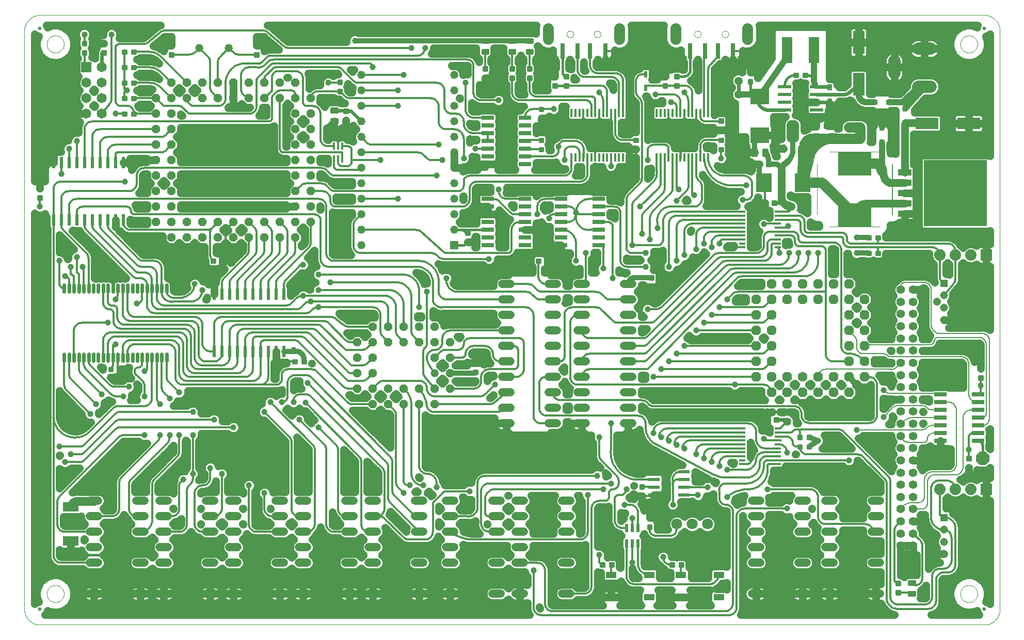
<source format=gtl>
G75*
%MOIN*%
%OFA0B0*%
%FSLAX24Y24*%
%IPPOS*%
%LPD*%
%AMOC8*
5,1,8,0,0,1.08239X$1,22.5*
%
%ADD10C,0.0000*%
%ADD11OC8,0.0520*%
%ADD12C,0.0217*%
%ADD13C,0.0520*%
%ADD14R,0.0780X0.0220*%
%ADD15R,0.0220X0.0520*%
%ADD16R,0.0520X0.0520*%
%ADD17C,0.0520*%
%ADD18R,0.0390X0.0120*%
%ADD19R,0.0137X0.0550*%
%ADD20C,0.0800*%
%ADD21R,0.0515X0.0515*%
%ADD22C,0.0515*%
%ADD23C,0.0088*%
%ADD24R,0.0709X0.0433*%
%ADD25C,0.0709*%
%ADD26R,0.0800X0.0260*%
%ADD27R,0.1500X0.0750*%
%ADD28R,0.0750X0.1500*%
%ADD29R,0.1000X0.1200*%
%ADD30R,0.1200X0.1000*%
%ADD31R,0.0669X0.1654*%
%ADD32R,0.1000X0.0600*%
%ADD33C,0.0079*%
%ADD34C,0.0236*%
%ADD35C,0.0630*%
%ADD36OC8,0.0630*%
%ADD37R,0.0220X0.0780*%
%ADD38R,0.0315X0.0984*%
%ADD39C,0.0700*%
%ADD40R,0.0866X0.0236*%
%ADD41R,0.4098X0.4252*%
%ADD42R,0.0850X0.0420*%
%ADD43R,0.0315X0.0551*%
%ADD44R,0.0315X0.0748*%
%ADD45C,0.0600*%
%ADD46C,0.0100*%
%ADD47R,0.0740X0.0740*%
%ADD48C,0.0740*%
%ADD49C,0.0554*%
%ADD50OC8,0.0850*%
%ADD51C,0.0080*%
%ADD52R,0.2165X0.1575*%
%ADD53R,0.0140X0.0460*%
%ADD54R,0.0650X0.0650*%
%ADD55C,0.0650*%
%ADD56R,0.0236X0.0394*%
%ADD57C,0.0500*%
%ADD58C,0.0120*%
%ADD59C,0.0396*%
%ADD60C,0.0160*%
%ADD61C,0.0240*%
%ADD62C,0.0357*%
%ADD63C,0.0400*%
%ADD64C,0.0320*%
%ADD65C,0.0531*%
%ADD66C,0.0560*%
%ADD67C,0.0660*%
D10*
X000350Y001350D02*
X000350Y038720D01*
X000352Y038780D01*
X000357Y038841D01*
X000366Y038900D01*
X000379Y038959D01*
X000395Y039018D01*
X000415Y039075D01*
X000438Y039130D01*
X000465Y039185D01*
X000494Y039237D01*
X000527Y039288D01*
X000563Y039337D01*
X000601Y039383D01*
X000643Y039427D01*
X000687Y039469D01*
X000733Y039507D01*
X000782Y039543D01*
X000833Y039576D01*
X000885Y039605D01*
X000940Y039632D01*
X000995Y039655D01*
X001052Y039675D01*
X001111Y039691D01*
X001170Y039704D01*
X001229Y039713D01*
X001290Y039718D01*
X001350Y039720D01*
X062342Y039720D01*
X062402Y039718D01*
X062463Y039713D01*
X062522Y039704D01*
X062581Y039691D01*
X062640Y039675D01*
X062697Y039655D01*
X062752Y039632D01*
X062807Y039605D01*
X062859Y039576D01*
X062910Y039543D01*
X062959Y039507D01*
X063005Y039469D01*
X063049Y039427D01*
X063091Y039383D01*
X063129Y039337D01*
X063165Y039288D01*
X063198Y039237D01*
X063227Y039185D01*
X063254Y039130D01*
X063277Y039075D01*
X063297Y039018D01*
X063313Y038959D01*
X063326Y038900D01*
X063335Y038841D01*
X063340Y038780D01*
X063342Y038720D01*
X063342Y001350D01*
X063340Y001290D01*
X063335Y001229D01*
X063326Y001170D01*
X063313Y001111D01*
X063297Y001052D01*
X063277Y000995D01*
X063254Y000940D01*
X063227Y000885D01*
X063198Y000833D01*
X063165Y000782D01*
X063129Y000733D01*
X063091Y000687D01*
X063049Y000643D01*
X063005Y000601D01*
X062959Y000563D01*
X062910Y000527D01*
X062859Y000494D01*
X062807Y000465D01*
X062752Y000438D01*
X062697Y000415D01*
X062640Y000395D01*
X062581Y000379D01*
X062522Y000366D01*
X062463Y000357D01*
X062402Y000352D01*
X062342Y000350D01*
X001350Y000350D01*
X001290Y000352D01*
X001229Y000357D01*
X001170Y000366D01*
X001111Y000379D01*
X001052Y000395D01*
X000995Y000415D01*
X000940Y000438D01*
X000885Y000465D01*
X000833Y000494D01*
X000782Y000527D01*
X000733Y000563D01*
X000687Y000601D01*
X000643Y000643D01*
X000601Y000687D01*
X000563Y000733D01*
X000527Y000782D01*
X000494Y000833D01*
X000465Y000885D01*
X000438Y000940D01*
X000415Y000995D01*
X000395Y001052D01*
X000379Y001111D01*
X000366Y001170D01*
X000357Y001229D01*
X000352Y001290D01*
X000350Y001350D01*
X001799Y002350D02*
X001801Y002397D01*
X001807Y002443D01*
X001817Y002489D01*
X001830Y002534D01*
X001848Y002577D01*
X001869Y002619D01*
X001893Y002659D01*
X001921Y002696D01*
X001952Y002731D01*
X001986Y002764D01*
X002022Y002793D01*
X002061Y002819D01*
X002102Y002842D01*
X002145Y002861D01*
X002189Y002877D01*
X002234Y002889D01*
X002280Y002897D01*
X002327Y002901D01*
X002373Y002901D01*
X002420Y002897D01*
X002466Y002889D01*
X002511Y002877D01*
X002555Y002861D01*
X002598Y002842D01*
X002639Y002819D01*
X002678Y002793D01*
X002714Y002764D01*
X002748Y002731D01*
X002779Y002696D01*
X002807Y002659D01*
X002831Y002619D01*
X002852Y002577D01*
X002870Y002534D01*
X002883Y002489D01*
X002893Y002443D01*
X002899Y002397D01*
X002901Y002350D01*
X002899Y002303D01*
X002893Y002257D01*
X002883Y002211D01*
X002870Y002166D01*
X002852Y002123D01*
X002831Y002081D01*
X002807Y002041D01*
X002779Y002004D01*
X002748Y001969D01*
X002714Y001936D01*
X002678Y001907D01*
X002639Y001881D01*
X002598Y001858D01*
X002555Y001839D01*
X002511Y001823D01*
X002466Y001811D01*
X002420Y001803D01*
X002373Y001799D01*
X002327Y001799D01*
X002280Y001803D01*
X002234Y001811D01*
X002189Y001823D01*
X002145Y001839D01*
X002102Y001858D01*
X002061Y001881D01*
X002022Y001907D01*
X001986Y001936D01*
X001952Y001969D01*
X001921Y002004D01*
X001893Y002041D01*
X001869Y002081D01*
X001848Y002123D01*
X001830Y002166D01*
X001817Y002211D01*
X001807Y002257D01*
X001801Y002303D01*
X001799Y002350D01*
X001799Y037850D02*
X001801Y037897D01*
X001807Y037943D01*
X001817Y037989D01*
X001830Y038034D01*
X001848Y038077D01*
X001869Y038119D01*
X001893Y038159D01*
X001921Y038196D01*
X001952Y038231D01*
X001986Y038264D01*
X002022Y038293D01*
X002061Y038319D01*
X002102Y038342D01*
X002145Y038361D01*
X002189Y038377D01*
X002234Y038389D01*
X002280Y038397D01*
X002327Y038401D01*
X002373Y038401D01*
X002420Y038397D01*
X002466Y038389D01*
X002511Y038377D01*
X002555Y038361D01*
X002598Y038342D01*
X002639Y038319D01*
X002678Y038293D01*
X002714Y038264D01*
X002748Y038231D01*
X002779Y038196D01*
X002807Y038159D01*
X002831Y038119D01*
X002852Y038077D01*
X002870Y038034D01*
X002883Y037989D01*
X002893Y037943D01*
X002899Y037897D01*
X002901Y037850D01*
X002899Y037803D01*
X002893Y037757D01*
X002883Y037711D01*
X002870Y037666D01*
X002852Y037623D01*
X002831Y037581D01*
X002807Y037541D01*
X002779Y037504D01*
X002748Y037469D01*
X002714Y037436D01*
X002678Y037407D01*
X002639Y037381D01*
X002598Y037358D01*
X002555Y037339D01*
X002511Y037323D01*
X002466Y037311D01*
X002420Y037303D01*
X002373Y037299D01*
X002327Y037299D01*
X002280Y037303D01*
X002234Y037311D01*
X002189Y037323D01*
X002145Y037339D01*
X002102Y037358D01*
X002061Y037381D01*
X002022Y037407D01*
X001986Y037436D01*
X001952Y037469D01*
X001921Y037504D01*
X001893Y037541D01*
X001869Y037581D01*
X001848Y037623D01*
X001830Y037666D01*
X001817Y037711D01*
X001807Y037757D01*
X001801Y037803D01*
X001799Y037850D01*
X034015Y038209D02*
X034017Y038234D01*
X034023Y038258D01*
X034032Y038280D01*
X034045Y038301D01*
X034061Y038320D01*
X034080Y038336D01*
X034101Y038349D01*
X034123Y038358D01*
X034147Y038364D01*
X034172Y038366D01*
X034197Y038364D01*
X034221Y038358D01*
X034243Y038349D01*
X034264Y038336D01*
X034283Y038320D01*
X034299Y038301D01*
X034312Y038280D01*
X034321Y038258D01*
X034327Y038234D01*
X034329Y038209D01*
X034327Y038184D01*
X034321Y038160D01*
X034312Y038138D01*
X034299Y038117D01*
X034283Y038098D01*
X034264Y038082D01*
X034243Y038069D01*
X034221Y038060D01*
X034197Y038054D01*
X034172Y038052D01*
X034147Y038054D01*
X034123Y038060D01*
X034101Y038069D01*
X034080Y038082D01*
X034061Y038098D01*
X034045Y038117D01*
X034032Y038138D01*
X034023Y038160D01*
X034017Y038184D01*
X034015Y038209D01*
X034015Y038367D02*
X034017Y038392D01*
X034023Y038416D01*
X034032Y038438D01*
X034045Y038459D01*
X034061Y038478D01*
X034080Y038494D01*
X034101Y038507D01*
X034123Y038516D01*
X034147Y038522D01*
X034172Y038524D01*
X034197Y038522D01*
X034221Y038516D01*
X034243Y038507D01*
X034264Y038494D01*
X034283Y038478D01*
X034299Y038459D01*
X034312Y038438D01*
X034321Y038416D01*
X034327Y038392D01*
X034329Y038367D01*
X034327Y038342D01*
X034321Y038318D01*
X034312Y038296D01*
X034299Y038275D01*
X034283Y038256D01*
X034264Y038240D01*
X034243Y038227D01*
X034221Y038218D01*
X034197Y038212D01*
X034172Y038210D01*
X034147Y038212D01*
X034123Y038218D01*
X034101Y038227D01*
X034080Y038240D01*
X034061Y038256D01*
X034045Y038275D01*
X034032Y038296D01*
X034023Y038318D01*
X034017Y038342D01*
X034015Y038367D01*
X034015Y038682D02*
X034017Y038707D01*
X034023Y038731D01*
X034032Y038753D01*
X034045Y038774D01*
X034061Y038793D01*
X034080Y038809D01*
X034101Y038822D01*
X034123Y038831D01*
X034147Y038837D01*
X034172Y038839D01*
X034197Y038837D01*
X034221Y038831D01*
X034243Y038822D01*
X034264Y038809D01*
X034283Y038793D01*
X034299Y038774D01*
X034312Y038753D01*
X034321Y038731D01*
X034327Y038707D01*
X034329Y038682D01*
X034327Y038657D01*
X034321Y038633D01*
X034312Y038611D01*
X034299Y038590D01*
X034283Y038571D01*
X034264Y038555D01*
X034243Y038542D01*
X034221Y038533D01*
X034197Y038527D01*
X034172Y038525D01*
X034147Y038527D01*
X034123Y038533D01*
X034101Y038542D01*
X034080Y038555D01*
X034061Y038571D01*
X034045Y038590D01*
X034032Y038611D01*
X034023Y038633D01*
X034017Y038657D01*
X034015Y038682D01*
X034015Y038839D02*
X034017Y038864D01*
X034023Y038888D01*
X034032Y038910D01*
X034045Y038931D01*
X034061Y038950D01*
X034080Y038966D01*
X034101Y038979D01*
X034123Y038988D01*
X034147Y038994D01*
X034172Y038996D01*
X034197Y038994D01*
X034221Y038988D01*
X034243Y038979D01*
X034264Y038966D01*
X034283Y038950D01*
X034299Y038931D01*
X034312Y038910D01*
X034321Y038888D01*
X034327Y038864D01*
X034329Y038839D01*
X034327Y038814D01*
X034321Y038790D01*
X034312Y038768D01*
X034299Y038747D01*
X034283Y038728D01*
X034264Y038712D01*
X034243Y038699D01*
X034221Y038690D01*
X034197Y038684D01*
X034172Y038682D01*
X034147Y038684D01*
X034123Y038690D01*
X034101Y038699D01*
X034080Y038712D01*
X034061Y038728D01*
X034045Y038747D01*
X034032Y038768D01*
X034023Y038790D01*
X034017Y038814D01*
X034015Y038839D01*
X035372Y038497D02*
X035374Y038526D01*
X035380Y038554D01*
X035389Y038582D01*
X035402Y038608D01*
X035419Y038631D01*
X035438Y038653D01*
X035460Y038672D01*
X035485Y038687D01*
X035511Y038700D01*
X035539Y038708D01*
X035567Y038713D01*
X035596Y038714D01*
X035625Y038711D01*
X035653Y038704D01*
X035680Y038694D01*
X035706Y038680D01*
X035729Y038663D01*
X035750Y038643D01*
X035768Y038620D01*
X035783Y038595D01*
X035794Y038568D01*
X035802Y038540D01*
X035806Y038511D01*
X035806Y038483D01*
X035802Y038454D01*
X035794Y038426D01*
X035783Y038399D01*
X035768Y038374D01*
X035750Y038351D01*
X035729Y038331D01*
X035706Y038314D01*
X035680Y038300D01*
X035653Y038290D01*
X035625Y038283D01*
X035596Y038280D01*
X035567Y038281D01*
X035539Y038286D01*
X035511Y038294D01*
X035485Y038307D01*
X035460Y038322D01*
X035438Y038341D01*
X035419Y038363D01*
X035402Y038386D01*
X035389Y038412D01*
X035380Y038440D01*
X035374Y038468D01*
X035372Y038497D01*
X037144Y038497D02*
X037146Y038526D01*
X037152Y038554D01*
X037161Y038582D01*
X037174Y038608D01*
X037191Y038631D01*
X037210Y038653D01*
X037232Y038672D01*
X037257Y038687D01*
X037283Y038700D01*
X037311Y038708D01*
X037339Y038713D01*
X037368Y038714D01*
X037397Y038711D01*
X037425Y038704D01*
X037452Y038694D01*
X037478Y038680D01*
X037501Y038663D01*
X037522Y038643D01*
X037540Y038620D01*
X037555Y038595D01*
X037566Y038568D01*
X037574Y038540D01*
X037578Y038511D01*
X037578Y038483D01*
X037574Y038454D01*
X037566Y038426D01*
X037555Y038399D01*
X037540Y038374D01*
X037522Y038351D01*
X037501Y038331D01*
X037478Y038314D01*
X037452Y038300D01*
X037425Y038290D01*
X037397Y038283D01*
X037368Y038280D01*
X037339Y038281D01*
X037311Y038286D01*
X037283Y038294D01*
X037257Y038307D01*
X037232Y038322D01*
X037210Y038341D01*
X037191Y038363D01*
X037174Y038386D01*
X037161Y038412D01*
X037152Y038440D01*
X037146Y038468D01*
X037144Y038497D01*
X038621Y038367D02*
X038623Y038392D01*
X038629Y038416D01*
X038638Y038438D01*
X038651Y038459D01*
X038667Y038478D01*
X038686Y038494D01*
X038707Y038507D01*
X038729Y038516D01*
X038753Y038522D01*
X038778Y038524D01*
X038803Y038522D01*
X038827Y038516D01*
X038849Y038507D01*
X038870Y038494D01*
X038889Y038478D01*
X038905Y038459D01*
X038918Y038438D01*
X038927Y038416D01*
X038933Y038392D01*
X038935Y038367D01*
X038933Y038342D01*
X038927Y038318D01*
X038918Y038296D01*
X038905Y038275D01*
X038889Y038256D01*
X038870Y038240D01*
X038849Y038227D01*
X038827Y038218D01*
X038803Y038212D01*
X038778Y038210D01*
X038753Y038212D01*
X038729Y038218D01*
X038707Y038227D01*
X038686Y038240D01*
X038667Y038256D01*
X038651Y038275D01*
X038638Y038296D01*
X038629Y038318D01*
X038623Y038342D01*
X038621Y038367D01*
X038621Y038209D02*
X038623Y038234D01*
X038629Y038258D01*
X038638Y038280D01*
X038651Y038301D01*
X038667Y038320D01*
X038686Y038336D01*
X038707Y038349D01*
X038729Y038358D01*
X038753Y038364D01*
X038778Y038366D01*
X038803Y038364D01*
X038827Y038358D01*
X038849Y038349D01*
X038870Y038336D01*
X038889Y038320D01*
X038905Y038301D01*
X038918Y038280D01*
X038927Y038258D01*
X038933Y038234D01*
X038935Y038209D01*
X038933Y038184D01*
X038927Y038160D01*
X038918Y038138D01*
X038905Y038117D01*
X038889Y038098D01*
X038870Y038082D01*
X038849Y038069D01*
X038827Y038060D01*
X038803Y038054D01*
X038778Y038052D01*
X038753Y038054D01*
X038729Y038060D01*
X038707Y038069D01*
X038686Y038082D01*
X038667Y038098D01*
X038651Y038117D01*
X038638Y038138D01*
X038629Y038160D01*
X038623Y038184D01*
X038621Y038209D01*
X038621Y038682D02*
X038623Y038707D01*
X038629Y038731D01*
X038638Y038753D01*
X038651Y038774D01*
X038667Y038793D01*
X038686Y038809D01*
X038707Y038822D01*
X038729Y038831D01*
X038753Y038837D01*
X038778Y038839D01*
X038803Y038837D01*
X038827Y038831D01*
X038849Y038822D01*
X038870Y038809D01*
X038889Y038793D01*
X038905Y038774D01*
X038918Y038753D01*
X038927Y038731D01*
X038933Y038707D01*
X038935Y038682D01*
X038933Y038657D01*
X038927Y038633D01*
X038918Y038611D01*
X038905Y038590D01*
X038889Y038571D01*
X038870Y038555D01*
X038849Y038542D01*
X038827Y038533D01*
X038803Y038527D01*
X038778Y038525D01*
X038753Y038527D01*
X038729Y038533D01*
X038707Y038542D01*
X038686Y038555D01*
X038667Y038571D01*
X038651Y038590D01*
X038638Y038611D01*
X038629Y038633D01*
X038623Y038657D01*
X038621Y038682D01*
X038621Y038839D02*
X038623Y038864D01*
X038629Y038888D01*
X038638Y038910D01*
X038651Y038931D01*
X038667Y038950D01*
X038686Y038966D01*
X038707Y038979D01*
X038729Y038988D01*
X038753Y038994D01*
X038778Y038996D01*
X038803Y038994D01*
X038827Y038988D01*
X038849Y038979D01*
X038870Y038966D01*
X038889Y038950D01*
X038905Y038931D01*
X038918Y038910D01*
X038927Y038888D01*
X038933Y038864D01*
X038935Y038839D01*
X038933Y038814D01*
X038927Y038790D01*
X038918Y038768D01*
X038905Y038747D01*
X038889Y038728D01*
X038870Y038712D01*
X038849Y038699D01*
X038827Y038690D01*
X038803Y038684D01*
X038778Y038682D01*
X038753Y038684D01*
X038729Y038690D01*
X038707Y038699D01*
X038686Y038712D01*
X038667Y038728D01*
X038651Y038747D01*
X038638Y038768D01*
X038629Y038790D01*
X038623Y038814D01*
X038621Y038839D01*
X042265Y038839D02*
X042267Y038864D01*
X042273Y038888D01*
X042282Y038910D01*
X042295Y038931D01*
X042311Y038950D01*
X042330Y038966D01*
X042351Y038979D01*
X042373Y038988D01*
X042397Y038994D01*
X042422Y038996D01*
X042447Y038994D01*
X042471Y038988D01*
X042493Y038979D01*
X042514Y038966D01*
X042533Y038950D01*
X042549Y038931D01*
X042562Y038910D01*
X042571Y038888D01*
X042577Y038864D01*
X042579Y038839D01*
X042577Y038814D01*
X042571Y038790D01*
X042562Y038768D01*
X042549Y038747D01*
X042533Y038728D01*
X042514Y038712D01*
X042493Y038699D01*
X042471Y038690D01*
X042447Y038684D01*
X042422Y038682D01*
X042397Y038684D01*
X042373Y038690D01*
X042351Y038699D01*
X042330Y038712D01*
X042311Y038728D01*
X042295Y038747D01*
X042282Y038768D01*
X042273Y038790D01*
X042267Y038814D01*
X042265Y038839D01*
X042265Y038682D02*
X042267Y038707D01*
X042273Y038731D01*
X042282Y038753D01*
X042295Y038774D01*
X042311Y038793D01*
X042330Y038809D01*
X042351Y038822D01*
X042373Y038831D01*
X042397Y038837D01*
X042422Y038839D01*
X042447Y038837D01*
X042471Y038831D01*
X042493Y038822D01*
X042514Y038809D01*
X042533Y038793D01*
X042549Y038774D01*
X042562Y038753D01*
X042571Y038731D01*
X042577Y038707D01*
X042579Y038682D01*
X042577Y038657D01*
X042571Y038633D01*
X042562Y038611D01*
X042549Y038590D01*
X042533Y038571D01*
X042514Y038555D01*
X042493Y038542D01*
X042471Y038533D01*
X042447Y038527D01*
X042422Y038525D01*
X042397Y038527D01*
X042373Y038533D01*
X042351Y038542D01*
X042330Y038555D01*
X042311Y038571D01*
X042295Y038590D01*
X042282Y038611D01*
X042273Y038633D01*
X042267Y038657D01*
X042265Y038682D01*
X042265Y038367D02*
X042267Y038392D01*
X042273Y038416D01*
X042282Y038438D01*
X042295Y038459D01*
X042311Y038478D01*
X042330Y038494D01*
X042351Y038507D01*
X042373Y038516D01*
X042397Y038522D01*
X042422Y038524D01*
X042447Y038522D01*
X042471Y038516D01*
X042493Y038507D01*
X042514Y038494D01*
X042533Y038478D01*
X042549Y038459D01*
X042562Y038438D01*
X042571Y038416D01*
X042577Y038392D01*
X042579Y038367D01*
X042577Y038342D01*
X042571Y038318D01*
X042562Y038296D01*
X042549Y038275D01*
X042533Y038256D01*
X042514Y038240D01*
X042493Y038227D01*
X042471Y038218D01*
X042447Y038212D01*
X042422Y038210D01*
X042397Y038212D01*
X042373Y038218D01*
X042351Y038227D01*
X042330Y038240D01*
X042311Y038256D01*
X042295Y038275D01*
X042282Y038296D01*
X042273Y038318D01*
X042267Y038342D01*
X042265Y038367D01*
X042265Y038209D02*
X042267Y038234D01*
X042273Y038258D01*
X042282Y038280D01*
X042295Y038301D01*
X042311Y038320D01*
X042330Y038336D01*
X042351Y038349D01*
X042373Y038358D01*
X042397Y038364D01*
X042422Y038366D01*
X042447Y038364D01*
X042471Y038358D01*
X042493Y038349D01*
X042514Y038336D01*
X042533Y038320D01*
X042549Y038301D01*
X042562Y038280D01*
X042571Y038258D01*
X042577Y038234D01*
X042579Y038209D01*
X042577Y038184D01*
X042571Y038160D01*
X042562Y038138D01*
X042549Y038117D01*
X042533Y038098D01*
X042514Y038082D01*
X042493Y038069D01*
X042471Y038060D01*
X042447Y038054D01*
X042422Y038052D01*
X042397Y038054D01*
X042373Y038060D01*
X042351Y038069D01*
X042330Y038082D01*
X042311Y038098D01*
X042295Y038117D01*
X042282Y038138D01*
X042273Y038160D01*
X042267Y038184D01*
X042265Y038209D01*
X043622Y038497D02*
X043624Y038526D01*
X043630Y038554D01*
X043639Y038582D01*
X043652Y038608D01*
X043669Y038631D01*
X043688Y038653D01*
X043710Y038672D01*
X043735Y038687D01*
X043761Y038700D01*
X043789Y038708D01*
X043817Y038713D01*
X043846Y038714D01*
X043875Y038711D01*
X043903Y038704D01*
X043930Y038694D01*
X043956Y038680D01*
X043979Y038663D01*
X044000Y038643D01*
X044018Y038620D01*
X044033Y038595D01*
X044044Y038568D01*
X044052Y038540D01*
X044056Y038511D01*
X044056Y038483D01*
X044052Y038454D01*
X044044Y038426D01*
X044033Y038399D01*
X044018Y038374D01*
X044000Y038351D01*
X043979Y038331D01*
X043956Y038314D01*
X043930Y038300D01*
X043903Y038290D01*
X043875Y038283D01*
X043846Y038280D01*
X043817Y038281D01*
X043789Y038286D01*
X043761Y038294D01*
X043735Y038307D01*
X043710Y038322D01*
X043688Y038341D01*
X043669Y038363D01*
X043652Y038386D01*
X043639Y038412D01*
X043630Y038440D01*
X043624Y038468D01*
X043622Y038497D01*
X045394Y038497D02*
X045396Y038526D01*
X045402Y038554D01*
X045411Y038582D01*
X045424Y038608D01*
X045441Y038631D01*
X045460Y038653D01*
X045482Y038672D01*
X045507Y038687D01*
X045533Y038700D01*
X045561Y038708D01*
X045589Y038713D01*
X045618Y038714D01*
X045647Y038711D01*
X045675Y038704D01*
X045702Y038694D01*
X045728Y038680D01*
X045751Y038663D01*
X045772Y038643D01*
X045790Y038620D01*
X045805Y038595D01*
X045816Y038568D01*
X045824Y038540D01*
X045828Y038511D01*
X045828Y038483D01*
X045824Y038454D01*
X045816Y038426D01*
X045805Y038399D01*
X045790Y038374D01*
X045772Y038351D01*
X045751Y038331D01*
X045728Y038314D01*
X045702Y038300D01*
X045675Y038290D01*
X045647Y038283D01*
X045618Y038280D01*
X045589Y038281D01*
X045561Y038286D01*
X045533Y038294D01*
X045507Y038307D01*
X045482Y038322D01*
X045460Y038341D01*
X045441Y038363D01*
X045424Y038386D01*
X045411Y038412D01*
X045402Y038440D01*
X045396Y038468D01*
X045394Y038497D01*
X046871Y038367D02*
X046873Y038392D01*
X046879Y038416D01*
X046888Y038438D01*
X046901Y038459D01*
X046917Y038478D01*
X046936Y038494D01*
X046957Y038507D01*
X046979Y038516D01*
X047003Y038522D01*
X047028Y038524D01*
X047053Y038522D01*
X047077Y038516D01*
X047099Y038507D01*
X047120Y038494D01*
X047139Y038478D01*
X047155Y038459D01*
X047168Y038438D01*
X047177Y038416D01*
X047183Y038392D01*
X047185Y038367D01*
X047183Y038342D01*
X047177Y038318D01*
X047168Y038296D01*
X047155Y038275D01*
X047139Y038256D01*
X047120Y038240D01*
X047099Y038227D01*
X047077Y038218D01*
X047053Y038212D01*
X047028Y038210D01*
X047003Y038212D01*
X046979Y038218D01*
X046957Y038227D01*
X046936Y038240D01*
X046917Y038256D01*
X046901Y038275D01*
X046888Y038296D01*
X046879Y038318D01*
X046873Y038342D01*
X046871Y038367D01*
X046871Y038209D02*
X046873Y038234D01*
X046879Y038258D01*
X046888Y038280D01*
X046901Y038301D01*
X046917Y038320D01*
X046936Y038336D01*
X046957Y038349D01*
X046979Y038358D01*
X047003Y038364D01*
X047028Y038366D01*
X047053Y038364D01*
X047077Y038358D01*
X047099Y038349D01*
X047120Y038336D01*
X047139Y038320D01*
X047155Y038301D01*
X047168Y038280D01*
X047177Y038258D01*
X047183Y038234D01*
X047185Y038209D01*
X047183Y038184D01*
X047177Y038160D01*
X047168Y038138D01*
X047155Y038117D01*
X047139Y038098D01*
X047120Y038082D01*
X047099Y038069D01*
X047077Y038060D01*
X047053Y038054D01*
X047028Y038052D01*
X047003Y038054D01*
X046979Y038060D01*
X046957Y038069D01*
X046936Y038082D01*
X046917Y038098D01*
X046901Y038117D01*
X046888Y038138D01*
X046879Y038160D01*
X046873Y038184D01*
X046871Y038209D01*
X046871Y038682D02*
X046873Y038707D01*
X046879Y038731D01*
X046888Y038753D01*
X046901Y038774D01*
X046917Y038793D01*
X046936Y038809D01*
X046957Y038822D01*
X046979Y038831D01*
X047003Y038837D01*
X047028Y038839D01*
X047053Y038837D01*
X047077Y038831D01*
X047099Y038822D01*
X047120Y038809D01*
X047139Y038793D01*
X047155Y038774D01*
X047168Y038753D01*
X047177Y038731D01*
X047183Y038707D01*
X047185Y038682D01*
X047183Y038657D01*
X047177Y038633D01*
X047168Y038611D01*
X047155Y038590D01*
X047139Y038571D01*
X047120Y038555D01*
X047099Y038542D01*
X047077Y038533D01*
X047053Y038527D01*
X047028Y038525D01*
X047003Y038527D01*
X046979Y038533D01*
X046957Y038542D01*
X046936Y038555D01*
X046917Y038571D01*
X046901Y038590D01*
X046888Y038611D01*
X046879Y038633D01*
X046873Y038657D01*
X046871Y038682D01*
X046871Y038839D02*
X046873Y038864D01*
X046879Y038888D01*
X046888Y038910D01*
X046901Y038931D01*
X046917Y038950D01*
X046936Y038966D01*
X046957Y038979D01*
X046979Y038988D01*
X047003Y038994D01*
X047028Y038996D01*
X047053Y038994D01*
X047077Y038988D01*
X047099Y038979D01*
X047120Y038966D01*
X047139Y038950D01*
X047155Y038931D01*
X047168Y038910D01*
X047177Y038888D01*
X047183Y038864D01*
X047185Y038839D01*
X047183Y038814D01*
X047177Y038790D01*
X047168Y038768D01*
X047155Y038747D01*
X047139Y038728D01*
X047120Y038712D01*
X047099Y038699D01*
X047077Y038690D01*
X047053Y038684D01*
X047028Y038682D01*
X047003Y038684D01*
X046979Y038690D01*
X046957Y038699D01*
X046936Y038712D01*
X046917Y038728D01*
X046901Y038747D01*
X046888Y038768D01*
X046879Y038790D01*
X046873Y038814D01*
X046871Y038839D01*
X052341Y030896D02*
X055609Y030896D01*
X051554Y030109D02*
X051554Y026841D01*
X052341Y026054D02*
X055609Y026054D01*
X060799Y037850D02*
X060801Y037897D01*
X060807Y037943D01*
X060817Y037989D01*
X060830Y038034D01*
X060848Y038077D01*
X060869Y038119D01*
X060893Y038159D01*
X060921Y038196D01*
X060952Y038231D01*
X060986Y038264D01*
X061022Y038293D01*
X061061Y038319D01*
X061102Y038342D01*
X061145Y038361D01*
X061189Y038377D01*
X061234Y038389D01*
X061280Y038397D01*
X061327Y038401D01*
X061373Y038401D01*
X061420Y038397D01*
X061466Y038389D01*
X061511Y038377D01*
X061555Y038361D01*
X061598Y038342D01*
X061639Y038319D01*
X061678Y038293D01*
X061714Y038264D01*
X061748Y038231D01*
X061779Y038196D01*
X061807Y038159D01*
X061831Y038119D01*
X061852Y038077D01*
X061870Y038034D01*
X061883Y037989D01*
X061893Y037943D01*
X061899Y037897D01*
X061901Y037850D01*
X061899Y037803D01*
X061893Y037757D01*
X061883Y037711D01*
X061870Y037666D01*
X061852Y037623D01*
X061831Y037581D01*
X061807Y037541D01*
X061779Y037504D01*
X061748Y037469D01*
X061714Y037436D01*
X061678Y037407D01*
X061639Y037381D01*
X061598Y037358D01*
X061555Y037339D01*
X061511Y037323D01*
X061466Y037311D01*
X061420Y037303D01*
X061373Y037299D01*
X061327Y037299D01*
X061280Y037303D01*
X061234Y037311D01*
X061189Y037323D01*
X061145Y037339D01*
X061102Y037358D01*
X061061Y037381D01*
X061022Y037407D01*
X060986Y037436D01*
X060952Y037469D01*
X060921Y037504D01*
X060893Y037541D01*
X060869Y037581D01*
X060848Y037623D01*
X060830Y037666D01*
X060817Y037711D01*
X060807Y037757D01*
X060801Y037803D01*
X060799Y037850D01*
X060799Y002350D02*
X060801Y002397D01*
X060807Y002443D01*
X060817Y002489D01*
X060830Y002534D01*
X060848Y002577D01*
X060869Y002619D01*
X060893Y002659D01*
X060921Y002696D01*
X060952Y002731D01*
X060986Y002764D01*
X061022Y002793D01*
X061061Y002819D01*
X061102Y002842D01*
X061145Y002861D01*
X061189Y002877D01*
X061234Y002889D01*
X061280Y002897D01*
X061327Y002901D01*
X061373Y002901D01*
X061420Y002897D01*
X061466Y002889D01*
X061511Y002877D01*
X061555Y002861D01*
X061598Y002842D01*
X061639Y002819D01*
X061678Y002793D01*
X061714Y002764D01*
X061748Y002731D01*
X061779Y002696D01*
X061807Y002659D01*
X061831Y002619D01*
X061852Y002577D01*
X061870Y002534D01*
X061883Y002489D01*
X061893Y002443D01*
X061899Y002397D01*
X061901Y002350D01*
X061899Y002303D01*
X061893Y002257D01*
X061883Y002211D01*
X061870Y002166D01*
X061852Y002123D01*
X061831Y002081D01*
X061807Y002041D01*
X061779Y002004D01*
X061748Y001969D01*
X061714Y001936D01*
X061678Y001907D01*
X061639Y001881D01*
X061598Y001858D01*
X061555Y001839D01*
X061511Y001823D01*
X061466Y001811D01*
X061420Y001803D01*
X061373Y001799D01*
X061327Y001799D01*
X061280Y001803D01*
X061234Y001811D01*
X061189Y001823D01*
X061145Y001839D01*
X061102Y001858D01*
X061061Y001881D01*
X061022Y001907D01*
X060986Y001936D01*
X060952Y001969D01*
X060921Y002004D01*
X060893Y002041D01*
X060869Y002081D01*
X060848Y002123D01*
X060830Y002166D01*
X060817Y002211D01*
X060807Y002257D01*
X060801Y002303D01*
X060799Y002350D01*
D11*
X027850Y015600D03*
X026850Y015600D03*
X026850Y014600D03*
X025850Y014600D03*
X024850Y014600D03*
X024850Y015600D03*
X025850Y015600D03*
X023850Y015600D03*
X023850Y014600D03*
X022850Y014600D03*
X022850Y015600D03*
X021850Y015600D03*
X021850Y016600D03*
X022850Y016600D03*
X022850Y017600D03*
X021850Y017600D03*
X021850Y018600D03*
X022850Y018600D03*
X022850Y019600D03*
X023850Y019600D03*
X023850Y018600D03*
X024850Y018600D03*
X025850Y018600D03*
X025850Y019600D03*
X024850Y019600D03*
X026850Y019600D03*
X026850Y018600D03*
X027850Y018600D03*
X027850Y017600D03*
X026850Y017600D03*
X027850Y016600D03*
X017850Y025350D03*
X017850Y026350D03*
X018850Y026350D03*
X018850Y027350D03*
X017850Y027350D03*
X016850Y026350D03*
X016850Y025350D03*
X015850Y025350D03*
X014850Y025350D03*
X014850Y026350D03*
X015850Y026350D03*
X013850Y026350D03*
X012850Y026350D03*
X012850Y025350D03*
X013850Y025350D03*
X011850Y025350D03*
X010850Y025350D03*
X010850Y026350D03*
X011850Y026350D03*
X009850Y026350D03*
X009850Y025350D03*
X008850Y026350D03*
X008850Y027350D03*
X009850Y027350D03*
X009850Y028350D03*
X009850Y029350D03*
X009850Y030350D03*
X009850Y031350D03*
X009850Y032350D03*
X008850Y032350D03*
X008850Y031350D03*
X008850Y030350D03*
X008850Y029350D03*
X008850Y028350D03*
X008850Y033350D03*
X008850Y034350D03*
X009850Y034350D03*
X009850Y033350D03*
X010850Y034350D03*
X011850Y034350D03*
X011850Y035350D03*
X010850Y035350D03*
X009850Y035350D03*
X012850Y035350D03*
X013850Y035350D03*
X013850Y034350D03*
X012850Y034350D03*
X014850Y034350D03*
X015850Y034350D03*
X015850Y035350D03*
X014850Y035350D03*
X016850Y035350D03*
X016850Y034350D03*
X017850Y034350D03*
X018850Y034350D03*
X018850Y033350D03*
X017850Y033350D03*
X017850Y032350D03*
X018850Y032350D03*
X018850Y031350D03*
X017850Y031350D03*
X017850Y030350D03*
X018850Y030350D03*
X018850Y029350D03*
X017850Y029350D03*
X017850Y028350D03*
X018850Y028350D03*
X017850Y035350D03*
D12*
X009532Y022293D02*
X009532Y022293D01*
X009532Y021879D01*
X009532Y021879D01*
X009532Y022293D01*
X009532Y022095D02*
X009532Y022095D01*
X009217Y022293D02*
X009217Y022293D01*
X009217Y021879D01*
X009217Y021879D01*
X009217Y022293D01*
X009217Y022095D02*
X009217Y022095D01*
X008902Y022293D02*
X008902Y022293D01*
X008902Y021879D01*
X008902Y021879D01*
X008902Y022293D01*
X008902Y022095D02*
X008902Y022095D01*
X008587Y022293D02*
X008587Y022293D01*
X008587Y021879D01*
X008587Y021879D01*
X008587Y022293D01*
X008587Y022095D02*
X008587Y022095D01*
X008272Y022293D02*
X008272Y022293D01*
X008272Y021879D01*
X008272Y021879D01*
X008272Y022293D01*
X008272Y022095D02*
X008272Y022095D01*
X007957Y022293D02*
X007957Y022293D01*
X007957Y021879D01*
X007957Y021879D01*
X007957Y022293D01*
X007957Y022095D02*
X007957Y022095D01*
X007642Y022293D02*
X007642Y022293D01*
X007642Y021879D01*
X007642Y021879D01*
X007642Y022293D01*
X007642Y022095D02*
X007642Y022095D01*
X007327Y022293D02*
X007327Y022293D01*
X007327Y021879D01*
X007327Y021879D01*
X007327Y022293D01*
X007327Y022095D02*
X007327Y022095D01*
X007012Y022293D02*
X007012Y022293D01*
X007012Y021879D01*
X007012Y021879D01*
X007012Y022293D01*
X007012Y022095D02*
X007012Y022095D01*
X006697Y022293D02*
X006697Y022293D01*
X006697Y021879D01*
X006697Y021879D01*
X006697Y022293D01*
X006697Y022095D02*
X006697Y022095D01*
X006382Y022293D02*
X006382Y022293D01*
X006382Y021879D01*
X006382Y021879D01*
X006382Y022293D01*
X006382Y022095D02*
X006382Y022095D01*
X006068Y022293D02*
X006068Y022293D01*
X006068Y021879D01*
X006068Y021879D01*
X006068Y022293D01*
X006068Y022095D02*
X006068Y022095D01*
X005753Y022293D02*
X005753Y022293D01*
X005753Y021879D01*
X005753Y021879D01*
X005753Y022293D01*
X005753Y022095D02*
X005753Y022095D01*
X005438Y022293D02*
X005438Y022293D01*
X005438Y021879D01*
X005438Y021879D01*
X005438Y022293D01*
X005438Y022095D02*
X005438Y022095D01*
X005123Y022293D02*
X005123Y022293D01*
X005123Y021879D01*
X005123Y021879D01*
X005123Y022293D01*
X005123Y022095D02*
X005123Y022095D01*
X004808Y022293D02*
X004808Y022293D01*
X004808Y021879D01*
X004808Y021879D01*
X004808Y022293D01*
X004808Y022095D02*
X004808Y022095D01*
X004493Y022293D02*
X004493Y022293D01*
X004493Y021879D01*
X004493Y021879D01*
X004493Y022293D01*
X004493Y022095D02*
X004493Y022095D01*
X004178Y022293D02*
X004178Y022293D01*
X004178Y021879D01*
X004178Y021879D01*
X004178Y022293D01*
X004178Y022095D02*
X004178Y022095D01*
X003863Y022293D02*
X003863Y022293D01*
X003863Y021879D01*
X003863Y021879D01*
X003863Y022293D01*
X003863Y022095D02*
X003863Y022095D01*
X003548Y022293D02*
X003548Y022293D01*
X003548Y021879D01*
X003548Y021879D01*
X003548Y022293D01*
X003548Y022095D02*
X003548Y022095D01*
X003233Y022293D02*
X003233Y022293D01*
X003233Y021879D01*
X003233Y021879D01*
X003233Y022293D01*
X003233Y022095D02*
X003233Y022095D01*
X002918Y022293D02*
X002918Y022293D01*
X002918Y021879D01*
X002918Y021879D01*
X002918Y022293D01*
X002918Y022095D02*
X002918Y022095D01*
X002918Y017407D02*
X002918Y017407D01*
X002918Y017821D01*
X002918Y017821D01*
X002918Y017407D01*
X002918Y017623D02*
X002918Y017623D01*
X003233Y017407D02*
X003233Y017407D01*
X003233Y017821D01*
X003233Y017821D01*
X003233Y017407D01*
X003233Y017623D02*
X003233Y017623D01*
X003548Y017407D02*
X003548Y017407D01*
X003548Y017821D01*
X003548Y017821D01*
X003548Y017407D01*
X003548Y017623D02*
X003548Y017623D01*
X003863Y017407D02*
X003863Y017407D01*
X003863Y017821D01*
X003863Y017821D01*
X003863Y017407D01*
X003863Y017623D02*
X003863Y017623D01*
X004178Y017407D02*
X004178Y017407D01*
X004178Y017821D01*
X004178Y017821D01*
X004178Y017407D01*
X004178Y017623D02*
X004178Y017623D01*
X004493Y017407D02*
X004493Y017407D01*
X004493Y017821D01*
X004493Y017821D01*
X004493Y017407D01*
X004493Y017623D02*
X004493Y017623D01*
X004808Y017407D02*
X004808Y017407D01*
X004808Y017821D01*
X004808Y017821D01*
X004808Y017407D01*
X004808Y017623D02*
X004808Y017623D01*
X005123Y017407D02*
X005123Y017407D01*
X005123Y017821D01*
X005123Y017821D01*
X005123Y017407D01*
X005123Y017623D02*
X005123Y017623D01*
X005438Y017407D02*
X005438Y017407D01*
X005438Y017821D01*
X005438Y017821D01*
X005438Y017407D01*
X005438Y017623D02*
X005438Y017623D01*
X005753Y017407D02*
X005753Y017407D01*
X005753Y017821D01*
X005753Y017821D01*
X005753Y017407D01*
X005753Y017623D02*
X005753Y017623D01*
X006068Y017407D02*
X006068Y017407D01*
X006068Y017821D01*
X006068Y017821D01*
X006068Y017407D01*
X006068Y017623D02*
X006068Y017623D01*
X006382Y017407D02*
X006382Y017407D01*
X006382Y017821D01*
X006382Y017821D01*
X006382Y017407D01*
X006382Y017623D02*
X006382Y017623D01*
X006697Y017407D02*
X006697Y017407D01*
X006697Y017821D01*
X006697Y017821D01*
X006697Y017407D01*
X006697Y017623D02*
X006697Y017623D01*
X007012Y017407D02*
X007012Y017407D01*
X007012Y017821D01*
X007012Y017821D01*
X007012Y017407D01*
X007012Y017623D02*
X007012Y017623D01*
X007327Y017407D02*
X007327Y017407D01*
X007327Y017821D01*
X007327Y017821D01*
X007327Y017407D01*
X007327Y017623D02*
X007327Y017623D01*
X007642Y017407D02*
X007642Y017407D01*
X007642Y017821D01*
X007642Y017821D01*
X007642Y017407D01*
X007642Y017623D02*
X007642Y017623D01*
X007957Y017407D02*
X007957Y017407D01*
X007957Y017821D01*
X007957Y017821D01*
X007957Y017407D01*
X007957Y017623D02*
X007957Y017623D01*
X008272Y017407D02*
X008272Y017407D01*
X008272Y017821D01*
X008272Y017821D01*
X008272Y017407D01*
X008272Y017623D02*
X008272Y017623D01*
X008587Y017407D02*
X008587Y017407D01*
X008587Y017821D01*
X008587Y017821D01*
X008587Y017407D01*
X008587Y017623D02*
X008587Y017623D01*
X008902Y017407D02*
X008902Y017407D01*
X008902Y017821D01*
X008902Y017821D01*
X008902Y017407D01*
X008902Y017623D02*
X008902Y017623D01*
X009217Y017407D02*
X009217Y017407D01*
X009217Y017821D01*
X009217Y017821D01*
X009217Y017407D01*
X009217Y017623D02*
X009217Y017623D01*
X009532Y017407D02*
X009532Y017407D01*
X009532Y017821D01*
X009532Y017821D01*
X009532Y017407D01*
X009532Y017623D02*
X009532Y017623D01*
D13*
X009610Y008350D02*
X009090Y008350D01*
X008110Y008350D02*
X007590Y008350D01*
X007590Y007350D02*
X008110Y007350D01*
X009090Y007350D02*
X009610Y007350D01*
X009610Y006350D02*
X009090Y006350D01*
X008110Y006350D02*
X007590Y006350D01*
X009090Y005350D02*
X009610Y005350D01*
X009610Y004350D02*
X009090Y004350D01*
X008110Y004350D02*
X007590Y004350D01*
X005110Y004350D02*
X004590Y004350D01*
X004590Y005350D02*
X005110Y005350D01*
X005110Y006350D02*
X004590Y006350D01*
X004590Y007350D02*
X005110Y007350D01*
X005110Y008350D02*
X004590Y008350D01*
X012090Y008350D02*
X012610Y008350D01*
X013590Y008350D02*
X014110Y008350D01*
X014110Y007350D02*
X013590Y007350D01*
X012610Y007350D02*
X012090Y007350D01*
X012090Y006350D02*
X012610Y006350D01*
X013590Y006350D02*
X014110Y006350D01*
X014110Y005350D02*
X013590Y005350D01*
X013590Y004350D02*
X014110Y004350D01*
X012610Y004350D02*
X012090Y004350D01*
X012090Y002350D02*
X012610Y002350D01*
X013590Y002350D02*
X014110Y002350D01*
X016590Y002350D02*
X017110Y002350D01*
X018090Y002350D02*
X018610Y002350D01*
X018610Y004350D02*
X018090Y004350D01*
X017110Y004350D02*
X016590Y004350D01*
X018090Y005350D02*
X018610Y005350D01*
X018610Y006350D02*
X018090Y006350D01*
X017110Y006350D02*
X016590Y006350D01*
X016590Y007350D02*
X017110Y007350D01*
X018090Y007350D02*
X018610Y007350D01*
X018610Y008350D02*
X018090Y008350D01*
X017110Y008350D02*
X016590Y008350D01*
X021090Y008350D02*
X021610Y008350D01*
X022590Y008350D02*
X023110Y008350D01*
X023110Y007350D02*
X022590Y007350D01*
X021610Y007350D02*
X021090Y007350D01*
X021090Y006350D02*
X021610Y006350D01*
X022590Y006350D02*
X023110Y006350D01*
X023110Y005350D02*
X022590Y005350D01*
X022590Y004350D02*
X023110Y004350D01*
X021610Y004350D02*
X021090Y004350D01*
X021090Y002350D02*
X021610Y002350D01*
X022590Y002350D02*
X023110Y002350D01*
X025590Y002350D02*
X026110Y002350D01*
X027590Y002350D02*
X028110Y002350D01*
X028110Y004350D02*
X027590Y004350D01*
X027590Y005350D02*
X028110Y005350D01*
X028110Y006350D02*
X027590Y006350D01*
X027590Y007350D02*
X028110Y007350D01*
X028110Y008350D02*
X027590Y008350D01*
X026110Y008350D02*
X025590Y008350D01*
X025590Y007350D02*
X026110Y007350D01*
X026110Y006350D02*
X025590Y006350D01*
X025590Y004350D02*
X026110Y004350D01*
X030590Y004350D02*
X031110Y004350D01*
X032090Y004350D02*
X032610Y004350D01*
X032610Y005350D02*
X032090Y005350D01*
X032090Y006350D02*
X032610Y006350D01*
X032610Y007350D02*
X032090Y007350D01*
X031110Y007350D02*
X030590Y007350D01*
X030590Y008350D02*
X031110Y008350D01*
X032090Y008350D02*
X032610Y008350D01*
X035090Y008350D02*
X035610Y008350D01*
X035610Y007350D02*
X035090Y007350D01*
X035090Y006350D02*
X035610Y006350D01*
X035610Y004350D02*
X035090Y004350D01*
X035090Y002350D02*
X035610Y002350D01*
X032610Y002350D02*
X032090Y002350D01*
X031110Y002350D02*
X030590Y002350D01*
X030590Y006350D02*
X031110Y006350D01*
X031215Y013350D02*
X031735Y013350D01*
X031735Y014350D02*
X031215Y014350D01*
X031215Y015350D02*
X031735Y015350D01*
X031735Y016350D02*
X031215Y016350D01*
X031215Y017350D02*
X031735Y017350D01*
X031735Y018350D02*
X031215Y018350D01*
X031215Y019350D02*
X031735Y019350D01*
X031735Y020350D02*
X031215Y020350D01*
X031215Y021350D02*
X031735Y021350D01*
X031735Y022350D02*
X031215Y022350D01*
X034215Y022350D02*
X034735Y022350D01*
X036090Y022350D02*
X036610Y022350D01*
X036610Y021350D02*
X036090Y021350D01*
X036090Y020350D02*
X036610Y020350D01*
X036610Y019350D02*
X036090Y019350D01*
X036090Y018350D02*
X036610Y018350D01*
X036610Y017350D02*
X036090Y017350D01*
X034735Y017350D02*
X034215Y017350D01*
X034215Y018350D02*
X034735Y018350D01*
X034735Y019350D02*
X034215Y019350D01*
X034215Y020350D02*
X034735Y020350D01*
X034735Y021350D02*
X034215Y021350D01*
X039090Y021350D02*
X039610Y021350D01*
X039610Y020350D02*
X039090Y020350D01*
X039090Y019350D02*
X039610Y019350D01*
X039610Y018350D02*
X039090Y018350D01*
X039090Y017350D02*
X039610Y017350D01*
X039610Y016350D02*
X039090Y016350D01*
X039090Y015350D02*
X039610Y015350D01*
X039610Y014350D02*
X039090Y014350D01*
X039090Y013350D02*
X039610Y013350D01*
X036610Y013350D02*
X036090Y013350D01*
X036090Y014350D02*
X036610Y014350D01*
X036610Y015350D02*
X036090Y015350D01*
X036090Y016350D02*
X036610Y016350D01*
X034735Y016350D02*
X034215Y016350D01*
X034215Y015350D02*
X034735Y015350D01*
X034735Y014350D02*
X034215Y014350D01*
X034215Y013350D02*
X034735Y013350D01*
X039090Y022350D02*
X039610Y022350D01*
X047340Y008350D02*
X047860Y008350D01*
X047860Y007350D02*
X047340Y007350D01*
X047340Y006350D02*
X047860Y006350D01*
X047860Y005350D02*
X047340Y005350D01*
X047340Y004350D02*
X047860Y004350D01*
X047860Y002350D02*
X047340Y002350D01*
X050340Y002350D02*
X050860Y002350D01*
X052090Y002350D02*
X052610Y002350D01*
X052610Y004350D02*
X052090Y004350D01*
X052090Y005350D02*
X052610Y005350D01*
X052610Y006350D02*
X052090Y006350D01*
X050860Y006350D02*
X050340Y006350D01*
X050340Y007350D02*
X050860Y007350D01*
X050860Y008350D02*
X050340Y008350D01*
X052090Y008350D02*
X052610Y008350D01*
X052610Y007350D02*
X052090Y007350D01*
X055090Y007350D02*
X055610Y007350D01*
X055610Y008350D02*
X055090Y008350D01*
X055090Y006350D02*
X055610Y006350D01*
X055610Y004350D02*
X055090Y004350D01*
X055090Y002350D02*
X055610Y002350D01*
X050860Y004350D02*
X050340Y004350D01*
X009610Y002350D02*
X009090Y002350D01*
X008110Y002350D02*
X007590Y002350D01*
X005110Y002350D02*
X004590Y002350D01*
D14*
X041005Y008725D03*
X041005Y009225D03*
X041005Y009725D03*
X041005Y010225D03*
X042945Y010225D03*
X042945Y009725D03*
X042945Y009225D03*
X042945Y008725D03*
D15*
X039970Y006600D03*
X039600Y006600D03*
X039230Y006600D03*
X039230Y005600D03*
X039600Y005600D03*
X039970Y005600D03*
D16*
X028100Y024850D03*
D17*
X028100Y025850D03*
X028100Y026850D03*
X028100Y027850D03*
X028100Y028850D03*
X028100Y029850D03*
X028100Y030850D03*
X028100Y031850D03*
X028100Y032850D03*
X028100Y033850D03*
X028100Y034850D03*
X028100Y035850D03*
X022100Y035850D03*
X022100Y034850D03*
X022100Y033850D03*
X022100Y032850D03*
X022100Y031850D03*
X022100Y030850D03*
X022100Y029850D03*
X022100Y028850D03*
X022100Y027850D03*
X022100Y026850D03*
X022100Y025850D03*
X022100Y024850D03*
X026850Y016600D03*
X013550Y037600D03*
X011650Y037600D03*
D18*
X046701Y027021D03*
X046701Y026765D03*
X046701Y026509D03*
X046701Y026254D03*
X046701Y025998D03*
X046701Y025742D03*
X046701Y025486D03*
X046701Y025230D03*
X046701Y024974D03*
X046701Y024718D03*
X048999Y024718D03*
X048999Y024974D03*
X048999Y025230D03*
X048999Y025486D03*
X048999Y025742D03*
X048999Y025998D03*
X048999Y026254D03*
X048999Y026509D03*
X048999Y026765D03*
X048999Y027021D03*
X048999Y013021D03*
X048999Y012765D03*
X048999Y012509D03*
X048999Y012254D03*
X048999Y011998D03*
X048999Y011742D03*
X048999Y011486D03*
X048999Y011230D03*
X048999Y010974D03*
X048999Y010718D03*
X046701Y010718D03*
X046701Y010974D03*
X046701Y011230D03*
X046701Y011486D03*
X046701Y011742D03*
X046701Y011998D03*
X046701Y012254D03*
X046701Y012509D03*
X046701Y012765D03*
X046701Y013021D03*
D19*
X044513Y030536D03*
X044257Y030536D03*
X044002Y030536D03*
X043746Y030536D03*
X043490Y030536D03*
X043234Y030536D03*
X042978Y030536D03*
X042722Y030536D03*
X042466Y030536D03*
X042210Y030536D03*
X041954Y030536D03*
X041698Y030536D03*
X041443Y030536D03*
X041187Y030536D03*
X039013Y030536D03*
X038757Y030536D03*
X038502Y030536D03*
X038246Y030536D03*
X037990Y030536D03*
X037734Y030536D03*
X037478Y030536D03*
X037222Y030536D03*
X036966Y030536D03*
X036710Y030536D03*
X036454Y030536D03*
X036198Y030536D03*
X035943Y030536D03*
X035687Y030536D03*
X035687Y033414D03*
X035943Y033414D03*
X036198Y033414D03*
X036454Y033414D03*
X036710Y033414D03*
X036966Y033414D03*
X037222Y033414D03*
X037478Y033414D03*
X037734Y033414D03*
X037990Y033414D03*
X038246Y033414D03*
X038502Y033414D03*
X038757Y033414D03*
X039013Y033414D03*
X041187Y033414D03*
X041443Y033414D03*
X041698Y033414D03*
X041954Y033414D03*
X042210Y033414D03*
X042466Y033414D03*
X042722Y033414D03*
X042978Y033414D03*
X043234Y033414D03*
X043490Y033414D03*
X043746Y033414D03*
X044002Y033414D03*
X044257Y033414D03*
X044513Y033414D03*
D20*
X056525Y035950D02*
X056525Y036750D01*
X058075Y037550D02*
X058875Y037550D01*
X058875Y035100D02*
X058075Y035100D01*
D21*
X059725Y022406D03*
X059725Y007281D03*
D22*
X059725Y006494D03*
X059725Y005706D03*
X059725Y004919D03*
X059725Y020044D03*
X059725Y020831D03*
X059725Y021619D03*
D23*
X055594Y024481D02*
X055332Y024481D01*
X055594Y024481D02*
X055594Y024219D01*
X055332Y024219D01*
X055332Y024481D01*
X055332Y024306D02*
X055594Y024306D01*
X055594Y024393D02*
X055332Y024393D01*
X055332Y024480D02*
X055594Y024480D01*
X054994Y024481D02*
X054732Y024481D01*
X054994Y024481D02*
X054994Y024219D01*
X054732Y024219D01*
X054732Y024481D01*
X054732Y024306D02*
X054994Y024306D01*
X054994Y024393D02*
X054732Y024393D01*
X054732Y024480D02*
X054994Y024480D01*
X054994Y025481D02*
X054732Y025481D01*
X054994Y025481D02*
X054994Y025219D01*
X054732Y025219D01*
X054732Y025481D01*
X054732Y025306D02*
X054994Y025306D01*
X054994Y025393D02*
X054732Y025393D01*
X054732Y025480D02*
X054994Y025480D01*
X055332Y025481D02*
X055594Y025481D01*
X055594Y025219D01*
X055332Y025219D01*
X055332Y025481D01*
X055332Y025306D02*
X055594Y025306D01*
X055594Y025393D02*
X055332Y025393D01*
X055332Y025480D02*
X055594Y025480D01*
X048906Y027469D02*
X048644Y027469D01*
X048644Y027731D01*
X048906Y027731D01*
X048906Y027469D01*
X048906Y027556D02*
X048644Y027556D01*
X048644Y027643D02*
X048906Y027643D01*
X048906Y027730D02*
X048644Y027730D01*
X048306Y027469D02*
X048044Y027469D01*
X048044Y027731D01*
X048306Y027731D01*
X048306Y027469D01*
X048306Y027556D02*
X048044Y027556D01*
X048044Y027643D02*
X048306Y027643D01*
X048306Y027730D02*
X048044Y027730D01*
X047931Y029969D02*
X047669Y029969D01*
X047669Y030231D01*
X047931Y030231D01*
X047931Y029969D01*
X047931Y030056D02*
X047669Y030056D01*
X047669Y030143D02*
X047931Y030143D01*
X047931Y030230D02*
X047669Y030230D01*
X048269Y029969D02*
X048531Y029969D01*
X048269Y029969D02*
X048269Y030231D01*
X048531Y030231D01*
X048531Y029969D01*
X048531Y030056D02*
X048269Y030056D01*
X048269Y030143D02*
X048531Y030143D01*
X048531Y030230D02*
X048269Y030230D01*
X045219Y030919D02*
X045219Y031181D01*
X045481Y031181D01*
X045481Y030919D01*
X045219Y030919D01*
X045219Y031006D02*
X045481Y031006D01*
X045481Y031093D02*
X045219Y031093D01*
X045219Y031180D02*
X045481Y031180D01*
X045219Y031519D02*
X045219Y031781D01*
X045481Y031781D01*
X045481Y031519D01*
X045219Y031519D01*
X045219Y031606D02*
X045481Y031606D01*
X045481Y031693D02*
X045219Y031693D01*
X045219Y031780D02*
X045481Y031780D01*
X045481Y032169D02*
X045481Y032431D01*
X045481Y032169D02*
X045219Y032169D01*
X045219Y032431D01*
X045481Y032431D01*
X045481Y032256D02*
X045219Y032256D01*
X045219Y032343D02*
X045481Y032343D01*
X045481Y032430D02*
X045219Y032430D01*
X045481Y032769D02*
X045481Y033031D01*
X045481Y032769D02*
X045219Y032769D01*
X045219Y033031D01*
X045481Y033031D01*
X045481Y032856D02*
X045219Y032856D01*
X045219Y032943D02*
X045481Y032943D01*
X045481Y033030D02*
X045219Y033030D01*
X047094Y035294D02*
X047094Y035556D01*
X047356Y035556D01*
X047356Y035294D01*
X047094Y035294D01*
X047094Y035381D02*
X047356Y035381D01*
X047356Y035468D02*
X047094Y035468D01*
X047094Y035555D02*
X047356Y035555D01*
X047094Y035894D02*
X047094Y036156D01*
X047356Y036156D01*
X047356Y035894D01*
X047094Y035894D01*
X047094Y035981D02*
X047356Y035981D01*
X047356Y036068D02*
X047094Y036068D01*
X047094Y036155D02*
X047356Y036155D01*
X050044Y035719D02*
X050306Y035719D01*
X050044Y035719D02*
X050044Y035981D01*
X050306Y035981D01*
X050306Y035719D01*
X050306Y035806D02*
X050044Y035806D01*
X050044Y035893D02*
X050306Y035893D01*
X050306Y035980D02*
X050044Y035980D01*
X050644Y035719D02*
X050906Y035719D01*
X050644Y035719D02*
X050644Y035981D01*
X050906Y035981D01*
X050906Y035719D01*
X050906Y035806D02*
X050644Y035806D01*
X050644Y035893D02*
X050906Y035893D01*
X050906Y035980D02*
X050644Y035980D01*
X051344Y032656D02*
X051344Y032394D01*
X051344Y032656D02*
X051606Y032656D01*
X051606Y032394D01*
X051344Y032394D01*
X051344Y032481D02*
X051606Y032481D01*
X051606Y032568D02*
X051344Y032568D01*
X051344Y032655D02*
X051606Y032655D01*
X051344Y032056D02*
X051344Y031794D01*
X051344Y032056D02*
X051606Y032056D01*
X051606Y031794D01*
X051344Y031794D01*
X051344Y031881D02*
X051606Y031881D01*
X051606Y031968D02*
X051344Y031968D01*
X051344Y032055D02*
X051606Y032055D01*
X042606Y035044D02*
X042606Y035306D01*
X042606Y035044D02*
X042344Y035044D01*
X042344Y035306D01*
X042606Y035306D01*
X042606Y035131D02*
X042344Y035131D01*
X042344Y035218D02*
X042606Y035218D01*
X042606Y035305D02*
X042344Y035305D01*
X042606Y035644D02*
X042606Y035906D01*
X042606Y035644D02*
X042344Y035644D01*
X042344Y035906D01*
X042606Y035906D01*
X042606Y035731D02*
X042344Y035731D01*
X042344Y035818D02*
X042606Y035818D01*
X042606Y035905D02*
X042344Y035905D01*
X041594Y035906D02*
X041594Y035644D01*
X041594Y035906D02*
X041856Y035906D01*
X041856Y035644D01*
X041594Y035644D01*
X041594Y035731D02*
X041856Y035731D01*
X041856Y035818D02*
X041594Y035818D01*
X041594Y035905D02*
X041856Y035905D01*
X041594Y035306D02*
X041594Y035044D01*
X041594Y035306D02*
X041856Y035306D01*
X041856Y035044D01*
X041594Y035044D01*
X041594Y035131D02*
X041856Y035131D01*
X041856Y035218D02*
X041594Y035218D01*
X041594Y035305D02*
X041856Y035305D01*
X039981Y031781D02*
X039981Y031519D01*
X039719Y031519D01*
X039719Y031781D01*
X039981Y031781D01*
X039981Y031606D02*
X039719Y031606D01*
X039719Y031693D02*
X039981Y031693D01*
X039981Y031780D02*
X039719Y031780D01*
X039981Y031181D02*
X039981Y030919D01*
X039719Y030919D01*
X039719Y031181D01*
X039981Y031181D01*
X039981Y031006D02*
X039719Y031006D01*
X039719Y031093D02*
X039981Y031093D01*
X039981Y031180D02*
X039719Y031180D01*
X035481Y035044D02*
X035481Y035306D01*
X035481Y035044D02*
X035219Y035044D01*
X035219Y035306D01*
X035481Y035306D01*
X035481Y035131D02*
X035219Y035131D01*
X035219Y035218D02*
X035481Y035218D01*
X035481Y035305D02*
X035219Y035305D01*
X035481Y035644D02*
X035481Y035906D01*
X035481Y035644D02*
X035219Y035644D01*
X035219Y035906D01*
X035481Y035906D01*
X035481Y035731D02*
X035219Y035731D01*
X035219Y035818D02*
X035481Y035818D01*
X035481Y035905D02*
X035219Y035905D01*
X034469Y035906D02*
X034469Y035644D01*
X034469Y035906D02*
X034731Y035906D01*
X034731Y035644D01*
X034469Y035644D01*
X034469Y035731D02*
X034731Y035731D01*
X034731Y035818D02*
X034469Y035818D01*
X034469Y035905D02*
X034731Y035905D01*
X034469Y035306D02*
X034469Y035044D01*
X034469Y035306D02*
X034731Y035306D01*
X034731Y035044D01*
X034469Y035044D01*
X034469Y035131D02*
X034731Y035131D01*
X034731Y035218D02*
X034469Y035218D01*
X034469Y035305D02*
X034731Y035305D01*
X033106Y035544D02*
X033106Y035806D01*
X033106Y035544D02*
X032844Y035544D01*
X032844Y035806D01*
X033106Y035806D01*
X033106Y035631D02*
X032844Y035631D01*
X032844Y035718D02*
X033106Y035718D01*
X033106Y035805D02*
X032844Y035805D01*
X033106Y036144D02*
X033106Y036406D01*
X033106Y036144D02*
X032844Y036144D01*
X032844Y036406D01*
X033106Y036406D01*
X033106Y036231D02*
X032844Y036231D01*
X032844Y036318D02*
X033106Y036318D01*
X033106Y036405D02*
X032844Y036405D01*
X031981Y036406D02*
X031981Y036144D01*
X031719Y036144D01*
X031719Y036406D01*
X031981Y036406D01*
X031981Y036231D02*
X031719Y036231D01*
X031719Y036318D02*
X031981Y036318D01*
X031981Y036405D02*
X031719Y036405D01*
X031981Y035806D02*
X031981Y035544D01*
X031719Y035544D01*
X031719Y035806D01*
X031981Y035806D01*
X031981Y035631D02*
X031719Y035631D01*
X031719Y035718D02*
X031981Y035718D01*
X031981Y035805D02*
X031719Y035805D01*
X030231Y035806D02*
X030231Y035544D01*
X029969Y035544D01*
X029969Y035806D01*
X030231Y035806D01*
X030231Y035631D02*
X029969Y035631D01*
X029969Y035718D02*
X030231Y035718D01*
X030231Y035805D02*
X029969Y035805D01*
X030231Y036144D02*
X030231Y036406D01*
X030231Y036144D02*
X029969Y036144D01*
X029969Y036406D01*
X030231Y036406D01*
X030231Y036231D02*
X029969Y036231D01*
X029969Y036318D02*
X030231Y036318D01*
X030231Y036405D02*
X029969Y036405D01*
X029894Y037244D02*
X029894Y037506D01*
X030306Y037506D01*
X030306Y037244D01*
X029894Y037244D01*
X029894Y037331D02*
X030306Y037331D01*
X030306Y037418D02*
X029894Y037418D01*
X029894Y037505D02*
X030306Y037505D01*
X029894Y037944D02*
X029894Y038206D01*
X030306Y038206D01*
X030306Y037944D01*
X029894Y037944D01*
X029894Y038031D02*
X030306Y038031D01*
X030306Y038118D02*
X029894Y038118D01*
X029894Y038205D02*
X030306Y038205D01*
X031644Y038206D02*
X031644Y037944D01*
X031644Y038206D02*
X032056Y038206D01*
X032056Y037944D01*
X031644Y037944D01*
X031644Y038031D02*
X032056Y038031D01*
X032056Y038118D02*
X031644Y038118D01*
X031644Y038205D02*
X032056Y038205D01*
X032769Y038206D02*
X032769Y037944D01*
X032769Y038206D02*
X033181Y038206D01*
X033181Y037944D01*
X032769Y037944D01*
X032769Y038031D02*
X033181Y038031D01*
X033181Y038118D02*
X032769Y038118D01*
X032769Y038205D02*
X033181Y038205D01*
X032769Y037506D02*
X032769Y037244D01*
X032769Y037506D02*
X033181Y037506D01*
X033181Y037244D01*
X032769Y037244D01*
X032769Y037331D02*
X033181Y037331D01*
X033181Y037418D02*
X032769Y037418D01*
X032769Y037505D02*
X033181Y037505D01*
X031644Y037506D02*
X031644Y037244D01*
X031644Y037506D02*
X032056Y037506D01*
X032056Y037244D01*
X031644Y037244D01*
X031644Y037331D02*
X032056Y037331D01*
X032056Y037418D02*
X031644Y037418D01*
X031644Y037505D02*
X032056Y037505D01*
X033856Y033781D02*
X033856Y033519D01*
X033594Y033519D01*
X033594Y033781D01*
X033856Y033781D01*
X033856Y033606D02*
X033594Y033606D01*
X033594Y033693D02*
X033856Y033693D01*
X033856Y033780D02*
X033594Y033780D01*
X033856Y033181D02*
X033856Y032919D01*
X033594Y032919D01*
X033594Y033181D01*
X033856Y033181D01*
X033856Y033006D02*
X033594Y033006D01*
X033594Y033093D02*
X033856Y033093D01*
X033856Y033180D02*
X033594Y033180D01*
X033594Y031781D02*
X033594Y031519D01*
X033594Y031781D02*
X033856Y031781D01*
X033856Y031519D01*
X033594Y031519D01*
X033594Y031606D02*
X033856Y031606D01*
X033856Y031693D02*
X033594Y031693D01*
X033594Y031780D02*
X033856Y031780D01*
X033594Y031181D02*
X033594Y030919D01*
X033594Y031181D02*
X033856Y031181D01*
X033856Y030919D01*
X033594Y030919D01*
X033594Y031006D02*
X033856Y031006D01*
X033856Y031093D02*
X033594Y031093D01*
X033594Y031180D02*
X033856Y031180D01*
X029106Y025781D02*
X029106Y025519D01*
X028844Y025519D01*
X028844Y025781D01*
X029106Y025781D01*
X029106Y025606D02*
X028844Y025606D01*
X028844Y025693D02*
X029106Y025693D01*
X029106Y025780D02*
X028844Y025780D01*
X029106Y025181D02*
X029106Y024919D01*
X028844Y024919D01*
X028844Y025181D01*
X029106Y025181D01*
X029106Y025006D02*
X028844Y025006D01*
X028844Y025093D02*
X029106Y025093D01*
X029106Y025180D02*
X028844Y025180D01*
X033419Y023981D02*
X033681Y023981D01*
X033681Y023719D01*
X033419Y023719D01*
X033419Y023981D01*
X033419Y023806D02*
X033681Y023806D01*
X033681Y023893D02*
X033419Y023893D01*
X033419Y023980D02*
X033681Y023980D01*
X034019Y023981D02*
X034281Y023981D01*
X034281Y023719D01*
X034019Y023719D01*
X034019Y023981D01*
X034019Y023806D02*
X034281Y023806D01*
X034281Y023893D02*
X034019Y023893D01*
X034019Y023980D02*
X034281Y023980D01*
X040981Y022906D02*
X040981Y022644D01*
X040719Y022644D01*
X040719Y022906D01*
X040981Y022906D01*
X040981Y022731D02*
X040719Y022731D01*
X040719Y022818D02*
X040981Y022818D01*
X040981Y022905D02*
X040719Y022905D01*
X040981Y022306D02*
X040981Y022044D01*
X040719Y022044D01*
X040719Y022306D01*
X040981Y022306D01*
X040981Y022131D02*
X040719Y022131D01*
X040719Y022218D02*
X040981Y022218D01*
X040981Y022305D02*
X040719Y022305D01*
X029344Y017406D02*
X029344Y017144D01*
X029344Y017406D02*
X029606Y017406D01*
X029606Y017144D01*
X029344Y017144D01*
X029344Y017231D02*
X029606Y017231D01*
X029606Y017318D02*
X029344Y017318D01*
X029344Y017405D02*
X029606Y017405D01*
X029344Y016806D02*
X029344Y016544D01*
X029344Y016806D02*
X029606Y016806D01*
X029606Y016544D01*
X029344Y016544D01*
X029344Y016631D02*
X029606Y016631D01*
X029606Y016718D02*
X029344Y016718D01*
X029344Y016805D02*
X029606Y016805D01*
X040356Y009406D02*
X040356Y009144D01*
X040094Y009144D01*
X040094Y009406D01*
X040356Y009406D01*
X040356Y009231D02*
X040094Y009231D01*
X040094Y009318D02*
X040356Y009318D01*
X040356Y009405D02*
X040094Y009405D01*
X040356Y008806D02*
X040356Y008544D01*
X040094Y008544D01*
X040094Y008806D01*
X040356Y008806D01*
X040356Y008631D02*
X040094Y008631D01*
X040094Y008718D02*
X040356Y008718D01*
X040356Y008805D02*
X040094Y008805D01*
X040856Y007406D02*
X040856Y007144D01*
X040594Y007144D01*
X040594Y007406D01*
X040856Y007406D01*
X040856Y007231D02*
X040594Y007231D01*
X040594Y007318D02*
X040856Y007318D01*
X040856Y007405D02*
X040594Y007405D01*
X040856Y006806D02*
X040856Y006544D01*
X040594Y006544D01*
X040594Y006806D01*
X040856Y006806D01*
X040856Y006631D02*
X040594Y006631D01*
X040594Y006718D02*
X040856Y006718D01*
X040856Y006805D02*
X040594Y006805D01*
X042044Y004356D02*
X042306Y004356D01*
X042306Y004094D01*
X042044Y004094D01*
X042044Y004356D01*
X042044Y004181D02*
X042306Y004181D01*
X042306Y004268D02*
X042044Y004268D01*
X042044Y004355D02*
X042306Y004355D01*
X042644Y004356D02*
X042906Y004356D01*
X042906Y004094D01*
X042644Y004094D01*
X042644Y004356D01*
X042644Y004181D02*
X042906Y004181D01*
X042906Y004268D02*
X042644Y004268D01*
X042644Y004355D02*
X042906Y004355D01*
X038406Y004356D02*
X038144Y004356D01*
X038406Y004356D02*
X038406Y004094D01*
X038144Y004094D01*
X038144Y004356D01*
X038144Y004181D02*
X038406Y004181D01*
X038406Y004268D02*
X038144Y004268D01*
X038144Y004355D02*
X038406Y004355D01*
X037806Y004356D02*
X037544Y004356D01*
X037806Y004356D02*
X037806Y004094D01*
X037544Y004094D01*
X037544Y004356D01*
X037544Y004181D02*
X037806Y004181D01*
X037806Y004268D02*
X037544Y004268D01*
X037544Y004355D02*
X037806Y004355D01*
X048169Y013469D02*
X048431Y013469D01*
X048169Y013469D02*
X048169Y013731D01*
X048431Y013731D01*
X048431Y013469D01*
X048431Y013556D02*
X048169Y013556D01*
X048169Y013643D02*
X048431Y013643D01*
X048431Y013730D02*
X048169Y013730D01*
X048769Y013469D02*
X049031Y013469D01*
X048769Y013469D02*
X048769Y013731D01*
X049031Y013731D01*
X049031Y013469D01*
X049031Y013556D02*
X048769Y013556D01*
X048769Y013643D02*
X049031Y013643D01*
X049031Y013730D02*
X048769Y013730D01*
X050294Y012344D02*
X050556Y012344D01*
X050294Y012344D02*
X050294Y012606D01*
X050556Y012606D01*
X050556Y012344D01*
X050556Y012431D02*
X050294Y012431D01*
X050294Y012518D02*
X050556Y012518D01*
X050556Y012605D02*
X050294Y012605D01*
X050894Y012344D02*
X051156Y012344D01*
X050894Y012344D02*
X050894Y012606D01*
X051156Y012606D01*
X051156Y012344D01*
X051156Y012431D02*
X050894Y012431D01*
X050894Y012518D02*
X051156Y012518D01*
X051156Y012605D02*
X050894Y012605D01*
X050894Y011719D02*
X051156Y011719D01*
X050894Y011719D02*
X050894Y011981D01*
X051156Y011981D01*
X051156Y011719D01*
X051156Y011806D02*
X050894Y011806D01*
X050894Y011893D02*
X051156Y011893D01*
X051156Y011980D02*
X050894Y011980D01*
X050556Y011719D02*
X050294Y011719D01*
X050294Y011981D01*
X050556Y011981D01*
X050556Y011719D01*
X050556Y011806D02*
X050294Y011806D01*
X050294Y011893D02*
X050556Y011893D01*
X050556Y011980D02*
X050294Y011980D01*
X061481Y011219D02*
X061481Y010957D01*
X061219Y010957D01*
X061219Y011219D01*
X061481Y011219D01*
X061481Y011044D02*
X061219Y011044D01*
X061219Y011131D02*
X061481Y011131D01*
X061481Y011218D02*
X061219Y011218D01*
X061481Y010619D02*
X061481Y010357D01*
X061219Y010357D01*
X061219Y010619D01*
X061481Y010619D01*
X061481Y010444D02*
X061219Y010444D01*
X061219Y010531D02*
X061481Y010531D01*
X061481Y010618D02*
X061219Y010618D01*
X061969Y016169D02*
X061969Y016431D01*
X062231Y016431D01*
X062231Y016169D01*
X061969Y016169D01*
X061969Y016256D02*
X062231Y016256D01*
X062231Y016343D02*
X061969Y016343D01*
X061969Y016430D02*
X062231Y016430D01*
X061969Y016769D02*
X061969Y017031D01*
X062231Y017031D01*
X062231Y016769D01*
X061969Y016769D01*
X061969Y016856D02*
X062231Y016856D01*
X062231Y016943D02*
X061969Y016943D01*
X061969Y017030D02*
X062231Y017030D01*
X057457Y003206D02*
X057457Y002944D01*
X057457Y003206D02*
X057869Y003206D01*
X057869Y002944D01*
X057457Y002944D01*
X057457Y003031D02*
X057869Y003031D01*
X057869Y003118D02*
X057457Y003118D01*
X057457Y003205D02*
X057869Y003205D01*
X056657Y003156D02*
X056657Y002894D01*
X056657Y003156D02*
X056919Y003156D01*
X056919Y002894D01*
X056657Y002894D01*
X056657Y002981D02*
X056919Y002981D01*
X056919Y003068D02*
X056657Y003068D01*
X056657Y003155D02*
X056919Y003155D01*
X056657Y002556D02*
X056657Y002294D01*
X056657Y002556D02*
X056919Y002556D01*
X056919Y002294D01*
X056657Y002294D01*
X056657Y002381D02*
X056919Y002381D01*
X056919Y002468D02*
X056657Y002468D01*
X056657Y002555D02*
X056919Y002555D01*
X057457Y002506D02*
X057457Y002244D01*
X057457Y002506D02*
X057869Y002506D01*
X057869Y002244D01*
X057457Y002244D01*
X057457Y002331D02*
X057869Y002331D01*
X057869Y002418D02*
X057457Y002418D01*
X057457Y002505D02*
X057869Y002505D01*
X018531Y017219D02*
X018269Y017219D01*
X018269Y017481D01*
X018531Y017481D01*
X018531Y017219D01*
X018531Y017306D02*
X018269Y017306D01*
X018269Y017393D02*
X018531Y017393D01*
X018531Y017480D02*
X018269Y017480D01*
X017931Y017219D02*
X017669Y017219D01*
X017669Y017481D01*
X017931Y017481D01*
X017931Y017219D01*
X017931Y017306D02*
X017669Y017306D01*
X017669Y017393D02*
X017931Y017393D01*
X017931Y017480D02*
X017669Y017480D01*
X013281Y023981D02*
X013019Y023981D01*
X013281Y023981D02*
X013281Y023719D01*
X013019Y023719D01*
X013019Y023981D01*
X013019Y023806D02*
X013281Y023806D01*
X013281Y023893D02*
X013019Y023893D01*
X013019Y023980D02*
X013281Y023980D01*
X012681Y023981D02*
X012419Y023981D01*
X012681Y023981D02*
X012681Y023719D01*
X012419Y023719D01*
X012419Y023981D01*
X012419Y023806D02*
X012681Y023806D01*
X012681Y023893D02*
X012419Y023893D01*
X012419Y023980D02*
X012681Y023980D01*
X006656Y016981D02*
X006394Y016981D01*
X006656Y016981D02*
X006656Y016719D01*
X006394Y016719D01*
X006394Y016981D01*
X006394Y016806D02*
X006656Y016806D01*
X006656Y016893D02*
X006394Y016893D01*
X006394Y016980D02*
X006656Y016980D01*
X006056Y016981D02*
X005794Y016981D01*
X006056Y016981D02*
X006056Y016719D01*
X005794Y016719D01*
X005794Y016981D01*
X005794Y016806D02*
X006056Y016806D01*
X006056Y016893D02*
X005794Y016893D01*
X005794Y016980D02*
X006056Y016980D01*
X001219Y027794D02*
X001219Y028056D01*
X001481Y028056D01*
X001481Y027794D01*
X001219Y027794D01*
X001219Y027881D02*
X001481Y027881D01*
X001481Y027968D02*
X001219Y027968D01*
X001219Y028055D02*
X001481Y028055D01*
X001219Y028394D02*
X001219Y028656D01*
X001481Y028656D01*
X001481Y028394D01*
X001219Y028394D01*
X001219Y028481D02*
X001481Y028481D01*
X001481Y028568D02*
X001219Y028568D01*
X001219Y028655D02*
X001481Y028655D01*
X006669Y033219D02*
X006931Y033219D01*
X006669Y033219D02*
X006669Y033481D01*
X006931Y033481D01*
X006931Y033219D01*
X006931Y033306D02*
X006669Y033306D01*
X006669Y033393D02*
X006931Y033393D01*
X006931Y033480D02*
X006669Y033480D01*
X007269Y033219D02*
X007531Y033219D01*
X007269Y033219D02*
X007269Y033481D01*
X007531Y033481D01*
X007531Y033219D01*
X007531Y033306D02*
X007269Y033306D01*
X007269Y033393D02*
X007531Y033393D01*
X007531Y033480D02*
X007269Y033480D01*
X007269Y034219D02*
X007531Y034219D01*
X007269Y034219D02*
X007269Y034481D01*
X007531Y034481D01*
X007531Y034219D01*
X007531Y034306D02*
X007269Y034306D01*
X007269Y034393D02*
X007531Y034393D01*
X007531Y034480D02*
X007269Y034480D01*
X006931Y034219D02*
X006669Y034219D01*
X006669Y034481D01*
X006931Y034481D01*
X006931Y034219D01*
X006931Y034306D02*
X006669Y034306D01*
X006669Y034393D02*
X006931Y034393D01*
X006931Y034480D02*
X006669Y034480D01*
X006669Y035219D02*
X006931Y035219D01*
X006669Y035219D02*
X006669Y035481D01*
X006931Y035481D01*
X006931Y035219D01*
X006931Y035306D02*
X006669Y035306D01*
X006669Y035393D02*
X006931Y035393D01*
X006931Y035480D02*
X006669Y035480D01*
X007269Y035219D02*
X007531Y035219D01*
X007269Y035219D02*
X007269Y035481D01*
X007531Y035481D01*
X007531Y035219D01*
X007531Y035306D02*
X007269Y035306D01*
X007269Y035393D02*
X007531Y035393D01*
X007531Y035480D02*
X007269Y035480D01*
X007269Y036219D02*
X007531Y036219D01*
X007269Y036219D02*
X007269Y036481D01*
X007531Y036481D01*
X007531Y036219D01*
X007531Y036306D02*
X007269Y036306D01*
X007269Y036393D02*
X007531Y036393D01*
X007531Y036480D02*
X007269Y036480D01*
X006931Y036219D02*
X006669Y036219D01*
X006669Y036481D01*
X006931Y036481D01*
X006931Y036219D01*
X006931Y036306D02*
X006669Y036306D01*
X006669Y036393D02*
X006931Y036393D01*
X006931Y036480D02*
X006669Y036480D01*
X006669Y037219D02*
X006931Y037219D01*
X006669Y037219D02*
X006669Y037481D01*
X006931Y037481D01*
X006931Y037219D01*
X006931Y037306D02*
X006669Y037306D01*
X006669Y037393D02*
X006931Y037393D01*
X006931Y037480D02*
X006669Y037480D01*
X007269Y037219D02*
X007531Y037219D01*
X007269Y037219D02*
X007269Y037481D01*
X007531Y037481D01*
X007531Y037219D01*
X007531Y037306D02*
X007269Y037306D01*
X007269Y037393D02*
X007531Y037393D01*
X007531Y037480D02*
X007269Y037480D01*
X005344Y037431D02*
X005344Y037169D01*
X005344Y037431D02*
X005606Y037431D01*
X005606Y037169D01*
X005344Y037169D01*
X005344Y037256D02*
X005606Y037256D01*
X005606Y037343D02*
X005344Y037343D01*
X005344Y037430D02*
X005606Y037430D01*
X005344Y037769D02*
X005344Y038031D01*
X005606Y038031D01*
X005606Y037769D01*
X005344Y037769D01*
X005344Y037856D02*
X005606Y037856D01*
X005606Y037943D02*
X005344Y037943D01*
X005344Y038030D02*
X005606Y038030D01*
X004356Y038031D02*
X004356Y037769D01*
X004094Y037769D01*
X004094Y038031D01*
X004356Y038031D01*
X004356Y037856D02*
X004094Y037856D01*
X004094Y037943D02*
X004356Y037943D01*
X004356Y038030D02*
X004094Y038030D01*
X004356Y037431D02*
X004356Y037169D01*
X004094Y037169D01*
X004094Y037431D01*
X004356Y037431D01*
X004356Y037256D02*
X004094Y037256D01*
X004094Y037343D02*
X004356Y037343D01*
X004356Y037430D02*
X004094Y037430D01*
X009719Y037306D02*
X009719Y037044D01*
X009719Y037306D02*
X009981Y037306D01*
X009981Y037044D01*
X009719Y037044D01*
X009719Y037131D02*
X009981Y037131D01*
X009981Y037218D02*
X009719Y037218D01*
X009719Y037305D02*
X009981Y037305D01*
X009719Y037644D02*
X009719Y037906D01*
X009981Y037906D01*
X009981Y037644D01*
X009719Y037644D01*
X009719Y037731D02*
X009981Y037731D01*
X009981Y037818D02*
X009719Y037818D01*
X009719Y037905D02*
X009981Y037905D01*
X015219Y037906D02*
X015219Y037644D01*
X015219Y037906D02*
X015481Y037906D01*
X015481Y037644D01*
X015219Y037644D01*
X015219Y037731D02*
X015481Y037731D01*
X015481Y037818D02*
X015219Y037818D01*
X015219Y037905D02*
X015481Y037905D01*
X015219Y037306D02*
X015219Y037044D01*
X015219Y037306D02*
X015481Y037306D01*
X015481Y037044D01*
X015219Y037044D01*
X015219Y037131D02*
X015481Y037131D01*
X015481Y037218D02*
X015219Y037218D01*
X015219Y037305D02*
X015481Y037305D01*
X020594Y035531D02*
X020594Y035269D01*
X020594Y035531D02*
X020856Y035531D01*
X020856Y035269D01*
X020594Y035269D01*
X020594Y035356D02*
X020856Y035356D01*
X020856Y035443D02*
X020594Y035443D01*
X020594Y035530D02*
X020856Y035530D01*
X020594Y034931D02*
X020594Y034669D01*
X020594Y034931D02*
X020856Y034931D01*
X020856Y034669D01*
X020594Y034669D01*
X020594Y034756D02*
X020856Y034756D01*
X020856Y034843D02*
X020594Y034843D01*
X020594Y034930D02*
X020856Y034930D01*
X021231Y033656D02*
X021231Y033394D01*
X020969Y033394D01*
X020969Y033656D01*
X021231Y033656D01*
X021231Y033481D02*
X020969Y033481D01*
X020969Y033568D02*
X021231Y033568D01*
X021231Y033655D02*
X020969Y033655D01*
X021231Y033056D02*
X021231Y032794D01*
X020969Y032794D01*
X020969Y033056D01*
X021231Y033056D01*
X021231Y032881D02*
X020969Y032881D01*
X020969Y032968D02*
X021231Y032968D01*
X021231Y033055D02*
X020969Y033055D01*
D24*
X038255Y003578D03*
X038255Y002122D03*
X040695Y002122D03*
X040695Y003578D03*
X042755Y003578D03*
X042755Y002122D03*
X045195Y002122D03*
X045195Y003578D03*
D25*
X044459Y006850D03*
X043475Y006850D03*
X042491Y006850D03*
D26*
X059515Y012225D03*
X059515Y012725D03*
X059515Y013225D03*
X059515Y013725D03*
X059515Y014225D03*
X059515Y014725D03*
X059515Y015225D03*
X061935Y015225D03*
X061935Y014725D03*
X061935Y014225D03*
X061935Y013725D03*
X061935Y013225D03*
X061935Y012725D03*
X061935Y012225D03*
X037435Y024850D03*
X037435Y025350D03*
X037435Y025850D03*
X037435Y026350D03*
X037435Y026850D03*
X037435Y027350D03*
X037435Y027850D03*
X035015Y027850D03*
X035015Y027350D03*
X035015Y026850D03*
X035015Y026350D03*
X035015Y025850D03*
X035015Y025350D03*
X035015Y024850D03*
X032685Y024850D03*
X032685Y025350D03*
X032685Y025850D03*
X032685Y026350D03*
X032685Y026850D03*
X032685Y027350D03*
X032685Y027850D03*
X030265Y027850D03*
X030265Y027350D03*
X030265Y026850D03*
X030265Y026350D03*
X030265Y025850D03*
X030265Y025350D03*
X030265Y024850D03*
X030265Y030100D03*
X030265Y030600D03*
X030265Y031100D03*
X030265Y031600D03*
X030265Y032100D03*
X030265Y032600D03*
X030265Y033100D03*
X032685Y033100D03*
X032685Y032600D03*
X032685Y032100D03*
X032685Y031600D03*
X032685Y031100D03*
X032685Y030600D03*
X032685Y030100D03*
D27*
X058625Y032725D03*
X061325Y032725D03*
D28*
X054225Y035250D03*
X054225Y037950D03*
D29*
X050600Y028913D03*
X048100Y028913D03*
D30*
X047850Y031975D03*
X047850Y034475D03*
D31*
X049619Y037475D03*
X051331Y037475D03*
D32*
X003350Y007950D03*
X003350Y005750D03*
D33*
X052468Y033970D02*
X052468Y034286D01*
X052468Y033970D02*
X052232Y033970D01*
X052232Y034286D01*
X052468Y034286D01*
X052468Y034048D02*
X052232Y034048D01*
X052232Y034126D02*
X052468Y034126D01*
X052468Y034204D02*
X052232Y034204D01*
X052232Y034282D02*
X052468Y034282D01*
X052468Y034914D02*
X052468Y035230D01*
X052468Y034914D02*
X052232Y034914D01*
X052232Y035230D01*
X052468Y035230D01*
X052468Y034992D02*
X052232Y034992D01*
X052232Y035070D02*
X052468Y035070D01*
X052468Y035148D02*
X052232Y035148D01*
X052232Y035226D02*
X052468Y035226D01*
X055095Y034218D02*
X055411Y034218D01*
X055411Y033982D01*
X055095Y033982D01*
X055095Y034218D01*
X055095Y034060D02*
X055411Y034060D01*
X055411Y034138D02*
X055095Y034138D01*
X055095Y034216D02*
X055411Y034216D01*
X056039Y034218D02*
X056355Y034218D01*
X056355Y033982D01*
X056039Y033982D01*
X056039Y034218D01*
X056039Y034060D02*
X056355Y034060D01*
X056355Y034138D02*
X056039Y034138D01*
X056039Y034216D02*
X056355Y034216D01*
X057107Y033855D02*
X057107Y033539D01*
X057107Y033855D02*
X057343Y033855D01*
X057343Y033539D01*
X057107Y033539D01*
X057107Y033617D02*
X057343Y033617D01*
X057343Y033695D02*
X057107Y033695D01*
X057107Y033773D02*
X057343Y033773D01*
X057343Y033851D02*
X057107Y033851D01*
X057107Y032911D02*
X057107Y032595D01*
X057107Y032911D02*
X057343Y032911D01*
X057343Y032595D01*
X057107Y032595D01*
X057107Y032673D02*
X057343Y032673D01*
X057343Y032751D02*
X057107Y032751D01*
X057107Y032829D02*
X057343Y032829D01*
X057343Y032907D02*
X057107Y032907D01*
X055607Y032605D02*
X055607Y032289D01*
X055607Y032605D02*
X055843Y032605D01*
X055843Y032289D01*
X055607Y032289D01*
X055607Y032367D02*
X055843Y032367D01*
X055843Y032445D02*
X055607Y032445D01*
X055607Y032523D02*
X055843Y032523D01*
X055843Y032601D02*
X055607Y032601D01*
X055607Y031661D02*
X055607Y031345D01*
X055607Y031661D02*
X055843Y031661D01*
X055843Y031345D01*
X055607Y031345D01*
X055607Y031423D02*
X055843Y031423D01*
X055843Y031501D02*
X055607Y031501D01*
X055607Y031579D02*
X055843Y031579D01*
X055843Y031657D02*
X055607Y031657D01*
D34*
X062350Y038850D03*
X062350Y001350D03*
X001350Y001350D03*
X001350Y038850D03*
D35*
X050600Y016350D03*
D36*
X050600Y015350D03*
X049600Y015350D03*
X048600Y015350D03*
X048600Y016350D03*
X049600Y016350D03*
X048600Y017350D03*
X048600Y018350D03*
X048600Y019350D03*
X048600Y020350D03*
X048600Y021350D03*
X049600Y021350D03*
X050600Y021350D03*
X051600Y021350D03*
X052600Y021350D03*
X053600Y021350D03*
X054600Y021350D03*
X054600Y020350D03*
X053600Y020350D03*
X053600Y019350D03*
X054600Y019350D03*
X054600Y018350D03*
X053600Y018350D03*
X053600Y017350D03*
X054600Y017350D03*
X054600Y016350D03*
X053600Y016350D03*
X053600Y015350D03*
X052600Y015350D03*
X051600Y015350D03*
X051600Y016350D03*
X052600Y016350D03*
X047600Y016350D03*
X047600Y017350D03*
X047600Y018350D03*
X047600Y019350D03*
X047600Y020350D03*
X047600Y021350D03*
X048600Y022350D03*
X049600Y022350D03*
X050600Y022350D03*
X051600Y022350D03*
X052600Y022350D03*
X053600Y022350D03*
D37*
X017100Y021690D03*
X016600Y021690D03*
X016100Y021690D03*
X015600Y021690D03*
X015100Y021690D03*
X014600Y021690D03*
X014100Y021690D03*
X013600Y021690D03*
X013100Y021690D03*
X012600Y021690D03*
X012600Y018010D03*
X013100Y018010D03*
X013600Y018010D03*
X014100Y018010D03*
X014600Y018010D03*
X015100Y018010D03*
X015600Y018010D03*
X016100Y018010D03*
X016600Y018010D03*
X017100Y018010D03*
X006725Y026510D03*
X006225Y026510D03*
X005725Y026510D03*
X005225Y026510D03*
X004725Y026510D03*
X004225Y026510D03*
X003725Y026510D03*
X003225Y026510D03*
X002725Y026510D03*
X002225Y026510D03*
X002225Y030190D03*
X002725Y030190D03*
X003225Y030190D03*
X003725Y030190D03*
X004225Y030190D03*
X004725Y030190D03*
X005225Y030190D03*
X005725Y030190D03*
X006225Y030190D03*
X006725Y030190D03*
D38*
X035097Y037414D03*
X036071Y037414D03*
X036879Y037414D03*
X037873Y037414D03*
X043347Y037414D03*
X044321Y037414D03*
X045129Y037414D03*
X046123Y037414D03*
D39*
X047028Y038174D02*
X047028Y038874D01*
X042422Y038874D02*
X042422Y038174D01*
X038778Y038174D02*
X038778Y038874D01*
X034172Y038874D02*
X034172Y038174D01*
D40*
X049451Y035100D03*
X049451Y034600D03*
X049451Y034100D03*
X049451Y033600D03*
X051499Y033600D03*
X051499Y034100D03*
X051499Y034600D03*
X051499Y035100D03*
D41*
X060475Y028225D03*
D42*
X057195Y028225D03*
X057195Y027555D03*
X057195Y026885D03*
X057195Y028895D03*
X057195Y029565D03*
D43*
X050575Y031100D03*
X049375Y031100D03*
D44*
X049975Y031200D03*
D45*
X050075Y031802D02*
X049875Y031802D01*
X049875Y032638D01*
X050075Y032638D01*
X050075Y031802D01*
X050075Y032401D02*
X049875Y032401D01*
D46*
X052450Y032425D02*
X052450Y032725D01*
X052450Y032425D02*
X052000Y032425D01*
X052000Y032725D01*
X052450Y032725D01*
X052450Y032524D02*
X052000Y032524D01*
X052000Y032623D02*
X052450Y032623D01*
X052450Y032722D02*
X052000Y032722D01*
X052450Y032025D02*
X052450Y031725D01*
X052000Y031725D01*
X052000Y032025D01*
X052450Y032025D01*
X052450Y031824D02*
X052000Y031824D01*
X052000Y031923D02*
X052450Y031923D01*
X052450Y032022D02*
X052000Y032022D01*
X048350Y031075D02*
X048050Y031075D01*
X048350Y031075D02*
X048350Y030625D01*
X048050Y030625D01*
X048050Y031075D01*
X048050Y030724D02*
X048350Y030724D01*
X048350Y030823D02*
X048050Y030823D01*
X048050Y030922D02*
X048350Y030922D01*
X048350Y031021D02*
X048050Y031021D01*
X047650Y031075D02*
X047350Y031075D01*
X047650Y031075D02*
X047650Y030625D01*
X047350Y030625D01*
X047350Y031075D01*
X047350Y030724D02*
X047650Y030724D01*
X047650Y030823D02*
X047350Y030823D01*
X047350Y030922D02*
X047650Y030922D01*
X047650Y031021D02*
X047350Y031021D01*
X020125Y032725D02*
X020125Y033025D01*
X020575Y033025D01*
X020575Y032725D01*
X020125Y032725D01*
X020125Y032824D02*
X020575Y032824D01*
X020575Y032923D02*
X020125Y032923D01*
X020125Y033022D02*
X020575Y033022D01*
X020125Y033425D02*
X020125Y033725D01*
X020575Y033725D01*
X020575Y033425D01*
X020125Y033425D01*
X020125Y033524D02*
X020575Y033524D01*
X020575Y033623D02*
X020125Y033623D01*
X020125Y033722D02*
X020575Y033722D01*
D47*
X062475Y024225D03*
X062475Y009100D03*
D48*
X061475Y009100D03*
X060475Y009100D03*
X059475Y009100D03*
X059475Y024225D03*
X060475Y024225D03*
X061475Y024225D03*
D49*
X057744Y021993D03*
X056956Y021993D03*
X056956Y021205D03*
X057744Y021205D03*
X057744Y020418D03*
X057744Y019631D03*
X056956Y019631D03*
X056956Y020418D03*
X056956Y018843D03*
X057744Y018843D03*
X057744Y018056D03*
X056956Y018056D03*
X056956Y017268D03*
X056956Y016481D03*
X057744Y016481D03*
X057744Y017268D03*
X057744Y015694D03*
X056956Y015694D03*
X056956Y014906D03*
X057744Y014906D03*
X057744Y014119D03*
X057744Y013331D03*
X056956Y013331D03*
X056956Y014119D03*
X056956Y012544D03*
X057744Y012544D03*
X057744Y011756D03*
X057744Y010969D03*
X056956Y010969D03*
X056956Y011756D03*
X056956Y010182D03*
X057744Y010182D03*
X057744Y009394D03*
X056956Y009394D03*
X056956Y008607D03*
X056956Y007819D03*
X057744Y007819D03*
X057744Y008607D03*
X057744Y007032D03*
X056956Y007032D03*
X056956Y006245D03*
X057744Y006245D03*
X057744Y005457D03*
X056956Y005457D03*
D50*
X062225Y011100D03*
D51*
X060975Y010538D02*
X060975Y013725D01*
X060977Y013769D01*
X060983Y013812D01*
X060992Y013854D01*
X061005Y013896D01*
X061022Y013936D01*
X061042Y013975D01*
X061065Y014012D01*
X061092Y014046D01*
X061121Y014079D01*
X061154Y014108D01*
X061188Y014135D01*
X061225Y014158D01*
X061264Y014178D01*
X061304Y014195D01*
X061346Y014208D01*
X061388Y014217D01*
X061431Y014223D01*
X061475Y014225D01*
X061935Y014225D01*
X062131Y013725D02*
X062165Y013721D01*
X062198Y013722D01*
X062232Y013726D01*
X062265Y013734D01*
X062296Y013745D01*
X062327Y013760D01*
X062355Y013779D01*
X062381Y013800D01*
X062405Y013824D01*
X062426Y013851D01*
X062443Y013879D01*
X062457Y013910D01*
X062468Y013942D01*
X062475Y013975D01*
X062475Y018413D01*
X062663Y018788D02*
X062655Y018828D01*
X062644Y018867D01*
X062629Y018905D01*
X062610Y018941D01*
X062589Y018976D01*
X062564Y019008D01*
X062537Y019039D01*
X062506Y019066D01*
X062474Y019090D01*
X062439Y019112D01*
X062402Y019130D01*
X062364Y019145D01*
X062325Y019156D01*
X062285Y019163D01*
X062244Y019167D01*
X062203Y019166D01*
X062162Y019163D01*
X062163Y019163D02*
X059538Y019163D01*
X059350Y018913D02*
X061975Y018913D01*
X062019Y018911D01*
X062062Y018905D01*
X062104Y018896D01*
X062146Y018883D01*
X062186Y018866D01*
X062225Y018846D01*
X062262Y018823D01*
X062296Y018796D01*
X062329Y018767D01*
X062358Y018734D01*
X062385Y018700D01*
X062408Y018663D01*
X062428Y018624D01*
X062445Y018584D01*
X062458Y018542D01*
X062467Y018500D01*
X062473Y018457D01*
X062475Y018413D01*
X062663Y018788D02*
X062663Y013725D01*
X062663Y013726D02*
X062666Y013685D01*
X062667Y013644D01*
X062663Y013603D01*
X062656Y013563D01*
X062645Y013524D01*
X062630Y013486D01*
X062612Y013449D01*
X062590Y013414D01*
X062566Y013382D01*
X062539Y013351D01*
X062508Y013324D01*
X062476Y013299D01*
X062441Y013278D01*
X062405Y013259D01*
X062367Y013244D01*
X062328Y013233D01*
X062288Y013225D01*
X061935Y013225D01*
X061935Y013725D02*
X062131Y013725D01*
X061935Y014725D02*
X061850Y014725D01*
X061806Y014727D01*
X061763Y014733D01*
X061721Y014742D01*
X061679Y014755D01*
X061639Y014772D01*
X061600Y014792D01*
X061563Y014815D01*
X061529Y014842D01*
X061496Y014871D01*
X061467Y014904D01*
X061440Y014938D01*
X061417Y014975D01*
X061397Y015014D01*
X061380Y015054D01*
X061367Y015096D01*
X061358Y015138D01*
X061352Y015181D01*
X061350Y015225D01*
X061350Y017163D01*
X061348Y017207D01*
X061342Y017250D01*
X061333Y017292D01*
X061320Y017334D01*
X061303Y017374D01*
X061283Y017413D01*
X061260Y017450D01*
X061233Y017484D01*
X061204Y017517D01*
X061171Y017546D01*
X061137Y017573D01*
X061100Y017596D01*
X061061Y017616D01*
X061021Y017633D01*
X060979Y017646D01*
X060937Y017655D01*
X060894Y017661D01*
X060850Y017663D01*
X056251Y017663D01*
X056223Y017665D01*
X056196Y017670D01*
X056169Y017679D01*
X056144Y017692D01*
X056121Y017707D01*
X056100Y017725D01*
X055798Y017850D02*
X054538Y017850D01*
X054498Y017852D01*
X054458Y017857D01*
X054418Y017867D01*
X054380Y017880D01*
X054343Y017896D01*
X054307Y017916D01*
X054274Y017938D01*
X054243Y017964D01*
X054214Y017993D01*
X054188Y018024D01*
X054166Y018057D01*
X054146Y018093D01*
X054130Y018130D01*
X054117Y018168D01*
X054107Y018208D01*
X054102Y018248D01*
X054100Y018288D01*
X054100Y018643D01*
X053954Y018996D02*
X053600Y019350D01*
X053954Y018997D02*
X053983Y018964D01*
X054010Y018930D01*
X054033Y018893D01*
X054053Y018854D01*
X054070Y018814D01*
X054083Y018772D01*
X054092Y018730D01*
X054098Y018687D01*
X054100Y018643D01*
X054600Y018350D02*
X054610Y018372D01*
X054624Y018392D01*
X054640Y018410D01*
X054659Y018425D01*
X054679Y018437D01*
X054701Y018447D01*
X054724Y018453D01*
X054748Y018456D01*
X054772Y018455D01*
X054796Y018451D01*
X054818Y018444D01*
X054819Y018444D02*
X058788Y018444D01*
X058787Y018443D02*
X058817Y018440D01*
X058847Y018439D01*
X058878Y018443D01*
X058907Y018449D01*
X058936Y018459D01*
X058963Y018472D01*
X058989Y018488D01*
X059013Y018507D01*
X059034Y018528D01*
X059053Y018551D01*
X059069Y018577D01*
X059083Y018604D01*
X059093Y018633D01*
X059100Y018662D01*
X059100Y018663D02*
X059102Y018693D01*
X059107Y018723D01*
X059116Y018752D01*
X059129Y018779D01*
X059144Y018805D01*
X059163Y018829D01*
X059184Y018850D01*
X059208Y018869D01*
X059234Y018884D01*
X059261Y018897D01*
X059290Y018906D01*
X059320Y018911D01*
X059350Y018913D01*
X059537Y019162D02*
X059491Y019161D01*
X059444Y019164D01*
X059398Y019171D01*
X059352Y019181D01*
X059308Y019195D01*
X059264Y019212D01*
X059222Y019233D01*
X059182Y019257D01*
X059144Y019284D01*
X059108Y019314D01*
X059074Y019346D01*
X059044Y019381D01*
X059016Y019419D01*
X058991Y019458D01*
X058969Y019500D01*
X058951Y019543D01*
X058936Y019587D01*
X058924Y019632D01*
X058916Y019678D01*
X058912Y019725D01*
X058913Y019725D02*
X058913Y021975D01*
X058911Y022019D01*
X058905Y022062D01*
X058896Y022104D01*
X058883Y022146D01*
X058866Y022186D01*
X058846Y022225D01*
X058823Y022262D01*
X058796Y022296D01*
X058767Y022329D01*
X058734Y022358D01*
X058700Y022385D01*
X058663Y022408D01*
X058624Y022428D01*
X058584Y022445D01*
X058542Y022458D01*
X058500Y022467D01*
X058457Y022473D01*
X058413Y022475D01*
X057225Y022475D01*
X057195Y022473D01*
X057165Y022468D01*
X057136Y022460D01*
X057108Y022448D01*
X057082Y022434D01*
X057057Y022416D01*
X057035Y022396D01*
X057015Y022374D01*
X056997Y022349D01*
X056983Y022323D01*
X056971Y022295D01*
X056963Y022266D01*
X056958Y022236D01*
X056956Y022206D01*
X056956Y021993D01*
X055798Y017850D02*
X055835Y017848D01*
X055872Y017844D01*
X055909Y017835D01*
X055944Y017824D01*
X055978Y017810D01*
X056012Y017793D01*
X056043Y017773D01*
X056072Y017750D01*
X056100Y017725D01*
X056331Y016849D02*
X056370Y016847D01*
X056408Y016848D01*
X056447Y016854D01*
X056485Y016863D01*
X056522Y016875D01*
X056557Y016891D01*
X056590Y016911D01*
X056622Y016933D01*
X056622Y016934D02*
X056956Y017268D01*
X056331Y016850D02*
X052100Y016850D01*
X052056Y016848D01*
X052013Y016842D01*
X051971Y016833D01*
X051929Y016820D01*
X051889Y016803D01*
X051850Y016783D01*
X051813Y016760D01*
X051779Y016733D01*
X051746Y016704D01*
X051717Y016671D01*
X051690Y016637D01*
X051667Y016600D01*
X051647Y016561D01*
X051630Y016521D01*
X051617Y016479D01*
X051608Y016437D01*
X051602Y016394D01*
X051600Y016350D01*
X055850Y013756D02*
X056422Y014360D01*
X056776Y014506D02*
X058329Y014506D01*
X058631Y014381D02*
X058641Y014371D01*
X058995Y014225D02*
X059515Y014225D01*
X059515Y013725D02*
X057913Y013725D01*
X058329Y014506D02*
X058366Y014504D01*
X058403Y014500D01*
X058440Y014491D01*
X058475Y014480D01*
X058509Y014466D01*
X058543Y014449D01*
X058574Y014429D01*
X058603Y014406D01*
X058631Y014381D01*
X058641Y014371D02*
X058674Y014342D01*
X058708Y014315D01*
X058745Y014292D01*
X058784Y014272D01*
X058824Y014255D01*
X058866Y014242D01*
X058908Y014233D01*
X058951Y014227D01*
X058995Y014225D01*
X059515Y014725D02*
X060038Y014725D01*
X060082Y014723D01*
X060125Y014717D01*
X060167Y014708D01*
X060209Y014695D01*
X060249Y014678D01*
X060288Y014658D01*
X060325Y014635D01*
X060359Y014608D01*
X060392Y014579D01*
X060421Y014546D01*
X060448Y014512D01*
X060471Y014475D01*
X060491Y014436D01*
X060508Y014396D01*
X060521Y014354D01*
X060530Y014312D01*
X060536Y014269D01*
X060538Y014225D01*
X060538Y010725D01*
X060975Y010538D02*
X060973Y010494D01*
X060967Y010451D01*
X060958Y010409D01*
X060945Y010367D01*
X060928Y010327D01*
X060908Y010288D01*
X060885Y010251D01*
X060858Y010217D01*
X060829Y010184D01*
X060796Y010155D01*
X060762Y010128D01*
X060725Y010105D01*
X060686Y010085D01*
X060646Y010068D01*
X060604Y010055D01*
X060562Y010046D01*
X060519Y010040D01*
X060475Y010038D01*
X059163Y010038D01*
X058975Y010225D02*
X060038Y010225D01*
X060082Y010227D01*
X060125Y010233D01*
X060167Y010242D01*
X060209Y010255D01*
X060249Y010272D01*
X060288Y010292D01*
X060325Y010315D01*
X060359Y010342D01*
X060392Y010371D01*
X060421Y010404D01*
X060448Y010438D01*
X060471Y010475D01*
X060491Y010514D01*
X060508Y010554D01*
X060521Y010596D01*
X060530Y010638D01*
X060536Y010681D01*
X060538Y010725D01*
X059163Y010038D02*
X059119Y010036D01*
X059076Y010030D01*
X059034Y010021D01*
X058992Y010008D01*
X058952Y009991D01*
X058913Y009971D01*
X058876Y009948D01*
X058842Y009921D01*
X058809Y009892D01*
X058780Y009859D01*
X058753Y009825D01*
X058730Y009788D01*
X058710Y009749D01*
X058693Y009709D01*
X058680Y009667D01*
X058671Y009625D01*
X058665Y009582D01*
X058663Y009538D01*
X058663Y008163D01*
X058662Y008163D02*
X058660Y008127D01*
X058655Y008092D01*
X058645Y008057D01*
X058632Y008023D01*
X058616Y007991D01*
X058596Y007961D01*
X058574Y007933D01*
X058549Y007908D01*
X058521Y007886D01*
X058491Y007866D01*
X058459Y007850D01*
X058425Y007837D01*
X058390Y007827D01*
X058355Y007822D01*
X058319Y007820D01*
X058319Y007819D02*
X057744Y007819D01*
X057600Y008225D02*
X057550Y008223D01*
X057500Y008218D01*
X057451Y008209D01*
X057402Y008197D01*
X057354Y008181D01*
X057308Y008162D01*
X057263Y008140D01*
X057219Y008115D01*
X057178Y008087D01*
X057139Y008056D01*
X057101Y008022D01*
X057067Y007986D01*
X057035Y007947D01*
X057006Y007906D01*
X056979Y007864D01*
X056956Y007819D01*
X057600Y008225D02*
X058038Y008225D01*
X058075Y008224D01*
X058113Y008226D01*
X058150Y008232D01*
X058186Y008241D01*
X058222Y008254D01*
X058256Y008270D01*
X058289Y008288D01*
X058319Y008310D01*
X058348Y008335D01*
X058374Y008362D01*
X058398Y008391D01*
X058418Y008422D01*
X058436Y008455D01*
X058451Y008490D01*
X058462Y008526D01*
X058470Y008562D01*
X058475Y008600D01*
X058475Y009725D01*
X058477Y009769D01*
X058483Y009812D01*
X058492Y009854D01*
X058505Y009896D01*
X058522Y009936D01*
X058542Y009975D01*
X058565Y010012D01*
X058592Y010046D01*
X058621Y010079D01*
X058654Y010108D01*
X058688Y010135D01*
X058725Y010158D01*
X058764Y010178D01*
X058804Y010195D01*
X058846Y010208D01*
X058888Y010217D01*
X058931Y010223D01*
X058975Y010225D01*
X058444Y012131D02*
X057381Y012131D01*
X057337Y012141D01*
X057295Y012155D01*
X057254Y012172D01*
X057214Y012193D01*
X057176Y012217D01*
X057140Y012244D01*
X057107Y012274D01*
X057076Y012306D01*
X057048Y012341D01*
X057023Y012378D01*
X057001Y012417D01*
X056983Y012458D01*
X056967Y012500D01*
X056956Y012543D01*
X056956Y013332D02*
X056997Y013380D01*
X057041Y013426D01*
X057087Y013470D01*
X057136Y013510D01*
X057187Y013548D01*
X057241Y013582D01*
X057296Y013613D01*
X057353Y013640D01*
X057412Y013665D01*
X057472Y013685D01*
X057534Y013702D01*
X057596Y013716D01*
X057658Y013725D01*
X057722Y013731D01*
X057785Y013733D01*
X057849Y013731D01*
X057912Y013726D01*
X058331Y012944D02*
X058371Y012945D01*
X058410Y012951D01*
X058450Y012960D01*
X058488Y012973D01*
X058524Y012989D01*
X058559Y013009D01*
X058591Y013033D01*
X058622Y013059D01*
X058621Y013059D02*
X058663Y013100D01*
X058964Y013225D02*
X059515Y013225D01*
X059515Y012725D02*
X059038Y012725D01*
X058964Y013225D02*
X058927Y013223D01*
X058890Y013219D01*
X058853Y013210D01*
X058818Y013199D01*
X058784Y013185D01*
X058750Y013168D01*
X058719Y013148D01*
X058690Y013125D01*
X058662Y013100D01*
X058330Y012944D02*
X054100Y012944D01*
X056422Y014360D02*
X056455Y014389D01*
X056489Y014416D01*
X056526Y014439D01*
X056565Y014459D01*
X056605Y014476D01*
X056647Y014489D01*
X056689Y014498D01*
X056732Y014504D01*
X056776Y014506D01*
X056188Y015288D02*
X059390Y015288D01*
X059406Y015292D01*
X059424Y015293D01*
X059441Y015291D01*
X059457Y015286D01*
X059473Y015278D01*
X059487Y015268D01*
X059499Y015256D01*
X059508Y015241D01*
X059515Y015225D01*
X056188Y015288D02*
X056148Y015297D01*
X056108Y015309D01*
X056070Y015324D01*
X056033Y015342D01*
X055997Y015363D01*
X055964Y015387D01*
X055932Y015413D01*
X055902Y015442D01*
X055875Y015473D01*
X055850Y015506D01*
X058663Y012350D02*
X058661Y012321D01*
X058656Y012293D01*
X058646Y012266D01*
X058634Y012241D01*
X058618Y012217D01*
X058599Y012195D01*
X058577Y012176D01*
X058554Y012160D01*
X058528Y012148D01*
X058501Y012138D01*
X058473Y012133D01*
X058444Y012131D01*
X058663Y012350D02*
X058665Y012387D01*
X058670Y012423D01*
X058679Y012459D01*
X058692Y012494D01*
X058707Y012527D01*
X058726Y012558D01*
X058748Y012588D01*
X058773Y012615D01*
X058800Y012640D01*
X058830Y012662D01*
X058861Y012681D01*
X058894Y012696D01*
X058929Y012709D01*
X058965Y012718D01*
X059001Y012723D01*
X059038Y012725D01*
X056396Y026841D02*
X056396Y030109D01*
D52*
X053975Y030148D03*
X053975Y026802D03*
D53*
X020860Y030440D03*
X020600Y030440D03*
X020340Y030440D03*
X020340Y031260D03*
X020600Y031260D03*
X020860Y031260D03*
D54*
X004350Y036350D03*
D55*
X004350Y035350D03*
X004350Y034350D03*
X004350Y033350D03*
X005350Y033350D03*
X005350Y034350D03*
X005350Y035350D03*
X005350Y036350D03*
D56*
X040475Y035908D03*
X040475Y035042D03*
D57*
X040482Y034515D02*
X040552Y034515D01*
X040552Y034491D01*
X040635Y034290D01*
X040790Y034135D01*
X040991Y034052D01*
X041209Y034052D01*
X041410Y034135D01*
X041485Y034210D01*
X041552Y034210D01*
X041552Y034209D01*
X041552Y034019D01*
X041052Y034019D01*
X040931Y033969D01*
X040838Y033876D01*
X040788Y033755D01*
X040788Y033074D01*
X040838Y032952D01*
X040931Y032860D01*
X041052Y032809D01*
X041768Y032809D01*
X041784Y032803D01*
X041851Y032789D01*
X041954Y032789D01*
X041954Y032860D01*
X041954Y032860D01*
X041954Y032860D01*
X041954Y032789D01*
X042057Y032789D01*
X042125Y032803D01*
X042141Y032809D01*
X042792Y032809D01*
X042807Y032803D01*
X042875Y032789D01*
X042978Y032789D01*
X043081Y032789D01*
X043149Y032803D01*
X043164Y032809D01*
X043559Y032809D01*
X043575Y032803D01*
X043643Y032789D01*
X043720Y032789D01*
X043724Y032780D01*
X043932Y032572D01*
X044203Y032460D01*
X044825Y032460D01*
X044825Y032300D01*
X045350Y032300D01*
X045875Y032300D01*
X045875Y032470D01*
X045860Y032546D01*
X045830Y032618D01*
X045826Y032624D01*
X045855Y032694D01*
X045855Y033106D01*
X045798Y033243D01*
X045693Y033348D01*
X045556Y033405D01*
X045144Y033405D01*
X045007Y033348D01*
X044912Y033253D01*
X044912Y033755D01*
X044903Y033776D01*
X044903Y036181D01*
X044905Y036203D01*
X044922Y036242D01*
X046709Y036242D01*
X046715Y036271D02*
X046700Y036195D01*
X046700Y036048D01*
X046597Y036091D01*
X046353Y036091D01*
X046126Y035997D01*
X045953Y035824D01*
X045859Y035597D01*
X045859Y035353D01*
X045953Y035126D01*
X046025Y035054D01*
X046025Y035021D01*
X045953Y034949D01*
X045859Y034722D01*
X045859Y034478D01*
X045953Y034251D01*
X046126Y034078D01*
X046225Y034037D01*
X046225Y032050D01*
X046263Y031958D01*
X046333Y031888D01*
X046425Y031850D01*
X046900Y031850D01*
X046900Y031441D01*
X046913Y031373D01*
X046940Y031309D01*
X046978Y031252D01*
X046987Y031243D01*
X046965Y031192D01*
X046950Y031114D01*
X046950Y030850D01*
X047500Y030850D01*
X047500Y030850D01*
X046950Y030850D01*
X046950Y030586D01*
X046965Y030508D01*
X046996Y030436D01*
X047039Y030370D01*
X047095Y030314D01*
X047161Y030271D01*
X047233Y030240D01*
X047275Y030232D01*
X047275Y030100D01*
X047800Y030100D01*
X047800Y030100D01*
X047275Y030100D01*
X047275Y029930D01*
X047290Y029854D01*
X047320Y029782D01*
X047342Y029749D01*
X047328Y029736D01*
X047290Y029678D01*
X047266Y029620D01*
X047044Y029721D01*
X047044Y029721D01*
X046948Y029731D01*
X046928Y029740D01*
X046872Y029740D01*
X046816Y029746D01*
X046795Y029740D01*
X045591Y029740D01*
X045500Y029751D01*
X045318Y029811D01*
X045157Y029916D01*
X045093Y029988D01*
X045241Y029927D01*
X045459Y029927D01*
X045660Y030010D01*
X045815Y030165D01*
X045898Y030366D01*
X045898Y030584D01*
X045823Y030766D01*
X045855Y030844D01*
X045855Y031256D01*
X045816Y031350D01*
X045855Y031444D01*
X045855Y031856D01*
X045813Y031957D01*
X045830Y031982D01*
X045860Y032054D01*
X045875Y032130D01*
X045875Y032300D01*
X045350Y032300D01*
X045350Y032300D01*
X045350Y032300D01*
X044825Y032300D01*
X044825Y032130D01*
X044840Y032054D01*
X044840Y032053D01*
X044431Y032064D01*
X044398Y032072D01*
X044354Y032066D01*
X044309Y032067D01*
X044278Y032055D01*
X044158Y032038D01*
X044158Y032038D01*
X043873Y031869D01*
X043873Y031869D01*
X043674Y031604D01*
X043592Y031284D01*
X043592Y031284D01*
X043612Y031147D01*
X043612Y031141D01*
X042908Y031141D01*
X042893Y031147D01*
X042825Y031161D01*
X042722Y031161D01*
X042619Y031161D01*
X042551Y031147D01*
X042536Y031141D01*
X042344Y031141D01*
X042344Y031244D01*
X042250Y031471D01*
X042250Y031471D01*
X042076Y031646D01*
X041848Y031740D01*
X040823Y031740D01*
X040615Y031654D01*
X040615Y034195D01*
X040482Y034515D01*
X040593Y034248D02*
X040677Y034248D01*
X040615Y033750D02*
X040788Y033750D01*
X040788Y033251D02*
X040615Y033251D01*
X040615Y032753D02*
X043752Y032753D01*
X043724Y032780D02*
X043724Y032780D01*
X043932Y032572D02*
X043932Y032572D01*
X042978Y032789D02*
X042978Y032860D01*
X042978Y032860D01*
X042978Y032860D01*
X042978Y032789D01*
X043873Y031869D02*
X043873Y031869D01*
X043788Y031756D02*
X040615Y031756D01*
X040615Y032254D02*
X044825Y032254D01*
X045855Y031756D02*
X046900Y031756D01*
X046975Y031257D02*
X045854Y031257D01*
X045826Y030759D02*
X046950Y030759D01*
X047186Y030260D02*
X045854Y030260D01*
X045468Y029762D02*
X047334Y029762D01*
X048872Y030590D02*
X048810Y030820D01*
X048730Y030959D01*
X048730Y031151D01*
X048698Y031228D01*
X048722Y031252D01*
X048760Y031309D01*
X048787Y031373D01*
X048800Y031441D01*
X048800Y031975D01*
X048800Y032509D01*
X048787Y032577D01*
X048760Y032641D01*
X048725Y032693D01*
X048725Y033150D01*
X049495Y033150D01*
X049341Y032995D01*
X049245Y032764D01*
X049245Y031726D01*
X049183Y031726D01*
X049115Y031712D01*
X049052Y031686D01*
X048994Y031647D01*
X048946Y031599D01*
X048907Y031541D01*
X048881Y031478D01*
X048868Y031410D01*
X048868Y031100D01*
X048868Y030790D01*
X048881Y030722D01*
X048907Y030659D01*
X048946Y030601D01*
X048957Y030590D01*
X048872Y030590D01*
X048874Y030759D02*
X048827Y030759D01*
X048810Y030820D02*
X048810Y030820D01*
X048868Y031100D02*
X049375Y031100D01*
X049375Y031100D01*
X048868Y031100D01*
X048868Y031257D02*
X048725Y031257D01*
X048800Y031756D02*
X049245Y031756D01*
X048800Y031975D02*
X047850Y031975D01*
X048800Y031975D01*
X048800Y032254D02*
X049245Y032254D01*
X049245Y032753D02*
X048725Y032753D01*
X047850Y031975D02*
X047850Y031975D01*
X046225Y032254D02*
X045875Y032254D01*
X045855Y032753D02*
X046225Y032753D01*
X046225Y033251D02*
X045790Y033251D01*
X046225Y033750D02*
X044912Y033750D01*
X044903Y034248D02*
X045956Y034248D01*
X045869Y034747D02*
X044903Y034747D01*
X044903Y035245D02*
X045904Y035245D01*
X045920Y035744D02*
X044903Y035744D01*
X044922Y036242D02*
X044936Y036259D01*
X045204Y036527D01*
X045213Y036536D01*
X045268Y036592D01*
X045352Y036592D01*
X045474Y036642D01*
X045567Y036735D01*
X045617Y036856D01*
X045617Y036881D01*
X045629Y036820D01*
X045655Y036756D01*
X045694Y036699D01*
X045742Y036650D01*
X045800Y036612D01*
X045863Y036585D01*
X045931Y036572D01*
X046123Y036572D01*
X046315Y036572D01*
X046383Y036585D01*
X046446Y036612D01*
X046504Y036650D01*
X046552Y036699D01*
X046591Y036756D01*
X046617Y036820D01*
X046630Y036887D01*
X046630Y036912D01*
X046648Y036919D01*
X046718Y036990D01*
X046756Y037082D01*
X046756Y037448D01*
X046868Y037402D01*
X047189Y037402D01*
X047486Y037525D01*
X047713Y037752D01*
X047836Y038049D01*
X047836Y039000D01*
X047807Y039070D01*
X061915Y039070D01*
X061864Y038947D01*
X061864Y038940D01*
X061814Y038969D01*
X061508Y039051D01*
X061192Y039051D01*
X060886Y038969D01*
X060612Y038811D01*
X060389Y038588D01*
X060231Y038314D01*
X060149Y038008D01*
X060149Y037692D01*
X060231Y037386D01*
X060389Y037112D01*
X060612Y036889D01*
X060886Y036731D01*
X061192Y036649D01*
X061508Y036649D01*
X061814Y036731D01*
X062088Y036889D01*
X062311Y037112D01*
X062469Y037386D01*
X062551Y037692D01*
X062551Y038008D01*
X062469Y038314D01*
X062440Y038364D01*
X062447Y038364D01*
X062625Y038438D01*
X062692Y038505D01*
X062692Y030639D01*
X062590Y030681D01*
X058360Y030681D01*
X058239Y030631D01*
X058146Y030538D01*
X058096Y030417D01*
X058096Y026033D01*
X058146Y025912D01*
X058239Y025819D01*
X058360Y025769D01*
X062590Y025769D01*
X062692Y025811D01*
X062692Y024945D01*
X062475Y024945D01*
X062475Y024225D01*
X062475Y024225D01*
X062475Y023505D01*
X062692Y023505D01*
X062692Y019390D01*
X062583Y019471D01*
X062270Y019552D01*
X062136Y019532D01*
X060055Y019532D01*
X060121Y019581D01*
X060188Y019648D01*
X060245Y019726D01*
X060288Y019811D01*
X060318Y019902D01*
X060332Y019996D01*
X060332Y020044D01*
X060332Y020092D01*
X060318Y020186D01*
X060288Y020277D01*
X060245Y020362D01*
X060188Y020440D01*
X060176Y020452D01*
X060223Y020499D01*
X060312Y020714D01*
X060312Y020948D01*
X060223Y021164D01*
X060162Y021225D01*
X060223Y021286D01*
X060312Y021502D01*
X060312Y021717D01*
X060617Y022084D01*
X060730Y022197D01*
X060865Y022524D01*
X060865Y023629D01*
X060872Y023632D01*
X060975Y023735D01*
X061078Y023632D01*
X061336Y023525D01*
X061614Y023525D01*
X061845Y023620D01*
X061882Y023583D01*
X061939Y023545D01*
X062003Y023518D01*
X062071Y023505D01*
X062475Y023505D01*
X062475Y024225D01*
X062475Y024225D01*
X062475Y024945D01*
X062071Y024945D01*
X062003Y024932D01*
X061939Y024905D01*
X061882Y024867D01*
X061845Y024830D01*
X061614Y024925D01*
X061336Y024925D01*
X061078Y024818D01*
X060975Y024715D01*
X060872Y024818D01*
X060788Y024853D01*
X060778Y024884D01*
X060778Y024884D01*
X060612Y025112D01*
X060384Y025278D01*
X060116Y025365D01*
X055967Y025365D01*
X055967Y025499D01*
X055977Y025503D01*
X056160Y025686D01*
X056259Y025924D01*
X056259Y026151D01*
X056534Y026151D01*
X056787Y026256D01*
X056856Y026325D01*
X057195Y026325D01*
X057654Y026325D01*
X057722Y026338D01*
X057786Y026365D01*
X057843Y026403D01*
X057892Y026452D01*
X057930Y026509D01*
X057957Y026573D01*
X057970Y026641D01*
X057970Y026885D01*
X057970Y027129D01*
X057957Y027197D01*
X057936Y027246D01*
X057950Y027279D01*
X057950Y027831D01*
X057936Y027864D01*
X057957Y027913D01*
X057970Y027981D01*
X057970Y028225D01*
X057970Y028469D01*
X057957Y028537D01*
X057936Y028586D01*
X057950Y028619D01*
X057950Y029171D01*
X057925Y029230D01*
X057950Y029289D01*
X057950Y029841D01*
X057900Y029962D01*
X057807Y030055D01*
X057775Y030068D01*
X057775Y032034D01*
X057809Y032020D01*
X059441Y032020D01*
X059562Y032070D01*
X059655Y032163D01*
X059705Y032284D01*
X059705Y033166D01*
X059655Y033287D01*
X059562Y033380D01*
X059441Y033430D01*
X057850Y033430D01*
X057850Y033598D01*
X058550Y034370D01*
X059020Y034370D01*
X059289Y034481D01*
X059494Y034686D01*
X059605Y034955D01*
X059605Y035245D01*
X062692Y035245D01*
X062692Y034747D02*
X059519Y034747D01*
X059605Y035245D02*
X059494Y035514D01*
X059289Y035719D01*
X059020Y035830D01*
X057930Y035830D01*
X057661Y035719D01*
X057456Y035514D01*
X057345Y035245D01*
X056783Y035245D01*
X056767Y035238D02*
X056857Y035276D01*
X056943Y035325D01*
X057021Y035385D01*
X057090Y035454D01*
X057150Y035532D01*
X057199Y035618D01*
X057237Y035708D01*
X057262Y035803D01*
X057275Y035901D01*
X057275Y036350D01*
X057275Y036799D01*
X057262Y036897D01*
X057237Y036992D01*
X057199Y037082D01*
X057150Y037168D01*
X057090Y037246D01*
X057021Y037315D01*
X056943Y037375D01*
X056857Y037424D01*
X056767Y037462D01*
X056672Y037487D01*
X056574Y037500D01*
X056525Y037500D01*
X056525Y036350D01*
X057275Y036350D01*
X056525Y036350D01*
X056525Y036350D01*
X056525Y036350D01*
X056525Y035200D01*
X056574Y035200D01*
X056672Y035213D01*
X056767Y035238D01*
X056525Y035245D02*
X056525Y035245D01*
X056525Y035200D02*
X056525Y036350D01*
X056525Y036350D01*
X056525Y036350D01*
X055775Y036350D01*
X055775Y036799D01*
X055788Y036897D01*
X055813Y036992D01*
X055851Y037082D01*
X055900Y037168D01*
X055960Y037246D01*
X056029Y037315D01*
X056107Y037375D01*
X056193Y037424D01*
X056283Y037462D01*
X056378Y037487D01*
X056476Y037500D01*
X056525Y037500D01*
X056525Y036350D01*
X055775Y036350D01*
X055775Y035901D01*
X055788Y035803D01*
X055813Y035708D01*
X055851Y035618D01*
X055900Y035532D01*
X055960Y035454D01*
X056029Y035385D01*
X056107Y035325D01*
X056193Y035276D01*
X056283Y035238D01*
X056378Y035213D01*
X056476Y035200D01*
X056525Y035200D01*
X056267Y035245D02*
X054930Y035245D01*
X054930Y034747D02*
X056997Y034747D01*
X056880Y034630D02*
X056299Y034630D01*
X056242Y034687D01*
X056150Y034725D01*
X055300Y034725D01*
X055208Y034687D01*
X055151Y034630D01*
X054930Y034630D01*
X054930Y036066D01*
X054880Y036187D01*
X054787Y036280D01*
X054666Y036330D01*
X053784Y036330D01*
X053663Y036280D01*
X053570Y036187D01*
X053520Y036066D01*
X053520Y035262D01*
X053365Y035138D01*
X053342Y035128D01*
X053296Y035082D01*
X053261Y035055D01*
X053253Y035051D01*
X053243Y035050D01*
X052965Y035050D01*
X052937Y035117D01*
X052867Y035187D01*
X052837Y035199D01*
X052837Y035303D01*
X052781Y035439D01*
X052677Y035543D01*
X052542Y035599D01*
X052350Y035599D01*
X052350Y038775D01*
X052312Y038867D01*
X052242Y038937D01*
X052150Y038975D01*
X048800Y038975D01*
X048708Y038937D01*
X048638Y038867D01*
X048600Y038775D01*
X048600Y036931D01*
X047712Y035673D01*
X047701Y035701D01*
X047705Y035707D01*
X047735Y035779D01*
X047750Y035855D01*
X047750Y036025D01*
X047750Y036195D01*
X047735Y036271D01*
X047705Y036343D01*
X047662Y036407D01*
X047607Y036462D01*
X047543Y036505D01*
X047471Y036535D01*
X047395Y036550D01*
X047225Y036550D01*
X047225Y036025D01*
X047225Y036025D01*
X047750Y036025D01*
X047225Y036025D01*
X047225Y036025D01*
X047225Y036550D01*
X047055Y036550D01*
X046979Y036535D01*
X046907Y036505D01*
X046843Y036462D01*
X046788Y036407D01*
X046745Y036343D01*
X046715Y036271D01*
X046580Y036741D02*
X048465Y036741D01*
X048600Y037239D02*
X046756Y037239D01*
X046123Y036881D02*
X046123Y036572D01*
X046123Y036881D01*
X046123Y036881D01*
X046123Y036741D02*
X046123Y036741D01*
X045666Y036741D02*
X045569Y036741D01*
X043867Y036741D02*
X043787Y036741D01*
X043784Y036735D02*
X043834Y036855D01*
X043867Y036773D01*
X043867Y034854D01*
X043793Y035084D01*
X043627Y035312D01*
X043627Y035312D01*
X043627Y035312D01*
X043399Y035478D01*
X043399Y035478D01*
X043361Y035490D01*
X043489Y035566D01*
X043489Y035566D01*
X043693Y035837D01*
X043777Y036165D01*
X043777Y036165D01*
X043757Y036304D01*
X043757Y036708D01*
X043784Y036735D01*
X043766Y036242D02*
X043867Y036242D01*
X043693Y035837D02*
X043693Y035837D01*
X043623Y035744D02*
X043867Y035744D01*
X043867Y035245D02*
X043676Y035245D01*
X043793Y035084D02*
X043793Y035084D01*
X042931Y036189D02*
X042925Y036185D01*
X042856Y036185D01*
X042818Y036223D01*
X042681Y036280D01*
X042269Y036280D01*
X042132Y036223D01*
X042114Y036205D01*
X042107Y036212D01*
X042043Y036255D01*
X041971Y036285D01*
X041895Y036300D01*
X041725Y036300D01*
X041725Y035775D01*
X041725Y035775D01*
X041725Y035775D01*
X041200Y035775D01*
X041200Y035945D01*
X041215Y036021D01*
X041245Y036093D01*
X041288Y036157D01*
X041343Y036212D01*
X041407Y036255D01*
X041479Y036285D01*
X041555Y036300D01*
X041725Y036300D01*
X041725Y035775D01*
X041200Y035775D01*
X041200Y035605D01*
X041208Y035565D01*
X040890Y035565D01*
X040923Y035646D01*
X040923Y036171D01*
X040873Y036292D01*
X040780Y036385D01*
X040659Y036435D01*
X040291Y036435D01*
X040170Y036385D01*
X040077Y036292D01*
X040071Y036278D01*
X039817Y036173D01*
X039817Y036173D01*
X039585Y035941D01*
X039460Y035639D01*
X039460Y034614D01*
X039584Y034314D01*
X039644Y034254D01*
X039699Y034199D01*
X039754Y034144D01*
X039803Y034096D01*
X039816Y034079D01*
X039833Y034039D01*
X039835Y034018D01*
X039835Y032155D01*
X039644Y032155D01*
X039507Y032098D01*
X039449Y032040D01*
X039002Y032040D01*
X038984Y032041D01*
X038952Y032052D01*
X038924Y032072D01*
X038904Y032100D01*
X038893Y032133D01*
X038892Y032150D01*
X038892Y032809D01*
X039148Y032809D01*
X039269Y032860D01*
X039362Y032952D01*
X039412Y033074D01*
X039412Y033755D01*
X039403Y033776D01*
X039403Y035616D01*
X039316Y035884D01*
X039151Y036112D01*
X039151Y036112D01*
X038922Y036278D01*
X038654Y036365D01*
X037379Y036365D01*
X037362Y036366D01*
X037329Y036377D01*
X037302Y036397D01*
X037281Y036425D01*
X037271Y036458D01*
X037269Y036475D01*
X037269Y036688D01*
X037317Y036735D01*
X037367Y036856D01*
X037367Y036881D01*
X037379Y036820D01*
X037405Y036756D01*
X037444Y036699D01*
X037492Y036650D01*
X037550Y036612D01*
X037613Y036585D01*
X037681Y036572D01*
X037873Y036572D01*
X038065Y036572D01*
X038133Y036585D01*
X038196Y036612D01*
X038254Y036650D01*
X038302Y036699D01*
X038341Y036756D01*
X038367Y036820D01*
X038380Y036887D01*
X038380Y036933D01*
X038437Y036990D01*
X038475Y037082D01*
X038475Y037461D01*
X038618Y037402D01*
X038939Y037402D01*
X039236Y037525D01*
X039463Y037752D01*
X039586Y038049D01*
X039586Y039000D01*
X039557Y039070D01*
X041643Y039070D01*
X041614Y039000D01*
X041614Y038049D01*
X041737Y037752D01*
X041964Y037525D01*
X042261Y037402D01*
X042582Y037402D01*
X042756Y037474D01*
X042756Y037082D01*
X042794Y036990D01*
X042860Y036924D01*
X042860Y036856D01*
X042910Y036735D01*
X042937Y036708D01*
X042937Y036327D01*
X042930Y036298D01*
X042937Y036246D01*
X042937Y036197D01*
X042931Y036189D01*
X042937Y036242D02*
X042772Y036242D01*
X042907Y036741D02*
X038330Y036741D01*
X037873Y036741D02*
X037873Y036741D01*
X037873Y036881D02*
X037873Y036572D01*
X037873Y036881D01*
X037873Y036881D01*
X037416Y036741D02*
X037319Y036741D01*
X036489Y036688D02*
X036489Y036334D01*
X036560Y036116D01*
X036553Y036116D01*
X036521Y036127D01*
X036493Y036147D01*
X036473Y036175D01*
X036462Y036208D01*
X036461Y036225D01*
X036461Y036688D01*
X036475Y036702D01*
X036489Y036688D01*
X036461Y036242D02*
X036519Y036242D01*
X035681Y036242D02*
X035647Y036242D01*
X035681Y036228D02*
X035556Y036280D01*
X035507Y036280D01*
X035507Y036708D01*
X035534Y036735D01*
X035584Y036855D01*
X035633Y036735D01*
X035681Y036688D01*
X035681Y036228D01*
X035631Y036741D02*
X035537Y036741D01*
X034687Y036708D02*
X034687Y036300D01*
X034600Y036300D01*
X034600Y035775D01*
X034600Y035775D01*
X034600Y035775D01*
X034075Y035775D01*
X034075Y035945D01*
X034090Y036021D01*
X034120Y036093D01*
X034163Y036157D01*
X034218Y036212D01*
X034282Y036255D01*
X034354Y036285D01*
X034430Y036300D01*
X034600Y036300D01*
X034600Y035775D01*
X034075Y035775D01*
X034075Y035605D01*
X034090Y035529D01*
X034120Y035457D01*
X034124Y035451D01*
X034095Y035381D01*
X034095Y034969D01*
X034138Y034865D01*
X033393Y034865D01*
X033378Y034874D01*
X033366Y034890D01*
X033364Y034896D01*
X033365Y034897D01*
X033365Y034947D01*
X033372Y034997D01*
X033365Y035024D01*
X033365Y035274D01*
X033423Y035332D01*
X033480Y035469D01*
X033480Y035881D01*
X033441Y035975D01*
X033480Y036069D01*
X033480Y036481D01*
X033423Y036618D01*
X033365Y036676D01*
X033365Y036915D01*
X033393Y036927D01*
X033498Y037032D01*
X033555Y037169D01*
X033555Y037581D01*
X033498Y037718D01*
X033491Y037725D01*
X033498Y037732D01*
X033501Y037738D01*
X033714Y037525D01*
X034011Y037402D01*
X034332Y037402D01*
X034475Y037461D01*
X034475Y037082D01*
X034513Y036990D01*
X034583Y036919D01*
X034610Y036908D01*
X034610Y036856D01*
X034660Y036735D01*
X034687Y036708D01*
X034657Y036741D02*
X033365Y036741D01*
X033480Y036242D02*
X034263Y036242D01*
X034600Y036242D02*
X034600Y036242D01*
X034075Y035744D02*
X033480Y035744D01*
X033365Y035245D02*
X034095Y035245D01*
X032585Y035245D02*
X032240Y035245D01*
X032240Y035274D02*
X032298Y035332D01*
X032355Y035469D01*
X032355Y035881D01*
X032316Y035975D01*
X032355Y036069D01*
X032355Y036481D01*
X032298Y036618D01*
X032240Y036676D01*
X032240Y036915D01*
X032268Y036927D01*
X032373Y037032D01*
X032413Y037127D01*
X032452Y037032D01*
X032557Y036927D01*
X032585Y036915D01*
X032585Y036676D01*
X032527Y036618D01*
X032470Y036481D01*
X032470Y036069D01*
X032509Y035975D01*
X032470Y035881D01*
X032470Y035469D01*
X032527Y035332D01*
X032585Y035274D01*
X032585Y035003D01*
X032566Y034866D01*
X032630Y034615D01*
X032350Y034615D01*
X032333Y034616D01*
X032300Y034627D01*
X032272Y034647D01*
X032252Y034675D01*
X032241Y034708D01*
X032240Y034725D01*
X032240Y035274D01*
X032355Y035744D02*
X032470Y035744D01*
X032470Y036242D02*
X032355Y036242D01*
X032240Y036741D02*
X032585Y036741D01*
X033555Y037239D02*
X034475Y037239D01*
X033502Y037738D02*
X033500Y037738D01*
X033364Y038535D02*
X033256Y038580D01*
X032694Y038580D01*
X032658Y038565D01*
X032167Y038565D01*
X032131Y038580D01*
X031569Y038580D01*
X031533Y038565D01*
X030417Y038565D01*
X030381Y038580D01*
X029819Y038580D01*
X029783Y038565D01*
X021949Y038565D01*
X021809Y038623D01*
X021591Y038623D01*
X021390Y038540D01*
X021235Y038385D01*
X021152Y038184D01*
X021152Y037990D01*
X017432Y037990D01*
X017411Y037992D01*
X017372Y038008D01*
X017345Y038032D01*
X017299Y038077D01*
X017286Y038082D01*
X016388Y038864D01*
X016272Y038980D01*
X016053Y039070D01*
X033393Y039070D01*
X033364Y039000D01*
X033364Y038535D01*
X033364Y038735D02*
X016536Y038735D01*
X016272Y038980D02*
X016272Y038980D01*
X015828Y038317D02*
X015855Y038293D01*
X015901Y038248D01*
X015914Y038243D01*
X016779Y037490D01*
X016076Y037490D01*
X015849Y037396D01*
X015826Y037451D01*
X015830Y037457D01*
X015860Y037529D01*
X015875Y037605D01*
X015875Y037775D01*
X015875Y037945D01*
X015860Y038021D01*
X015830Y038093D01*
X015787Y038157D01*
X015732Y038212D01*
X015668Y038255D01*
X015596Y038285D01*
X015520Y038300D01*
X015350Y038300D01*
X015350Y037775D01*
X015350Y038335D01*
X015768Y038335D01*
X015789Y038333D01*
X015828Y038317D01*
X015921Y038236D02*
X015696Y038236D01*
X015350Y038236D02*
X015350Y038236D01*
X015350Y037775D02*
X015350Y037775D01*
X015875Y037775D01*
X015350Y037775D01*
X015350Y037775D01*
X015875Y037738D02*
X016494Y037738D01*
X017110Y038236D02*
X021173Y038236D01*
X021417Y036210D02*
X021626Y036210D01*
X021600Y036184D01*
X021554Y036073D01*
X021417Y036210D01*
X020618Y035905D02*
X020519Y035905D01*
X020382Y035848D01*
X020317Y035783D01*
X020285Y035815D01*
X020084Y035898D01*
X019866Y035898D01*
X019665Y035815D01*
X019510Y035660D01*
X019427Y035459D01*
X019427Y035241D01*
X019448Y035190D01*
X019133Y035190D01*
X018824Y035062D01*
X018740Y034978D01*
X018740Y035678D01*
X018740Y035741D01*
X018669Y035960D01*
X020563Y035960D01*
X020577Y035946D01*
X020618Y035905D01*
X021230Y035293D02*
X021358Y035166D01*
X021428Y035095D01*
X021543Y035048D01*
X021510Y034967D01*
X021510Y034740D01*
X021382Y034740D01*
X021361Y034742D01*
X021321Y034759D01*
X021304Y034772D01*
X021249Y034827D01*
X021230Y034847D01*
X021230Y035006D01*
X021191Y035100D01*
X021230Y035194D01*
X021230Y035293D01*
X021230Y035245D02*
X021278Y035245D01*
X021358Y035166D02*
X021358Y035166D01*
X021428Y035095D02*
X021428Y035095D01*
X021249Y034827D02*
X021249Y034827D01*
X021321Y034759D02*
X021321Y034759D01*
X021350Y034747D02*
X021510Y034747D01*
X020878Y034095D02*
X020753Y034221D01*
X020698Y034276D01*
X020698Y034276D01*
X020678Y034295D01*
X020519Y034295D01*
X020382Y034352D01*
X020324Y034410D01*
X019440Y034410D01*
X019440Y034112D01*
X019612Y033987D01*
X019612Y033987D01*
X019612Y033987D01*
X019746Y033803D01*
X019803Y033940D01*
X019910Y034047D01*
X020049Y034105D01*
X020651Y034105D01*
X020790Y034047D01*
X020812Y034025D01*
X020882Y034025D01*
X020894Y034030D01*
X021036Y034030D01*
X020878Y034095D01*
X020725Y034248D02*
X019440Y034248D01*
X018824Y035062D02*
X018824Y035062D01*
X018740Y035245D02*
X019427Y035245D01*
X019593Y035744D02*
X018739Y035744D01*
X018740Y035741D02*
X018740Y035741D01*
X017376Y035710D02*
X017350Y035684D01*
X017324Y035710D01*
X017376Y035710D01*
X017350Y034016D02*
X017240Y033906D01*
X017240Y031240D01*
X017260Y031240D01*
X017260Y031594D01*
X017516Y031850D01*
X017260Y032106D01*
X017260Y032594D01*
X017516Y032850D01*
X017260Y033106D01*
X017260Y033594D01*
X017516Y033850D01*
X017350Y034016D01*
X017415Y033750D02*
X017240Y033750D01*
X017240Y033251D02*
X017260Y033251D01*
X017240Y032753D02*
X017418Y032753D01*
X017260Y032254D02*
X017240Y032254D01*
X017240Y031756D02*
X017421Y031756D01*
X017260Y031257D02*
X017240Y031257D01*
X016973Y030460D02*
X016737Y030557D01*
X016737Y030557D01*
X016557Y030737D01*
X016557Y030737D01*
X016460Y030973D01*
X016460Y032556D01*
X016227Y032460D01*
X010440Y032460D01*
X010440Y032106D01*
X010184Y031850D01*
X010440Y031594D01*
X010440Y031106D01*
X010184Y030850D01*
X010440Y030594D01*
X010440Y030240D01*
X017260Y030240D01*
X017260Y030460D01*
X017022Y030460D01*
X016973Y030460D01*
X017260Y030260D02*
X010440Y030260D01*
X010276Y030759D02*
X016549Y030759D01*
X016460Y031257D02*
X010440Y031257D01*
X010279Y031756D02*
X016460Y031756D01*
X016460Y032254D02*
X010440Y032254D01*
X010440Y033240D02*
X010440Y033333D01*
X010533Y033240D01*
X010440Y033240D01*
X010440Y033251D02*
X010522Y033251D01*
X008516Y033850D02*
X008406Y033740D01*
X007801Y033740D01*
X007743Y033798D01*
X007723Y033807D01*
X007674Y033873D01*
X007743Y033902D01*
X007801Y033960D01*
X008406Y033960D01*
X008516Y033850D01*
X008415Y033750D02*
X007792Y033750D01*
X007801Y034740D02*
X007743Y034798D01*
X007618Y034850D01*
X007743Y034902D01*
X007801Y034960D01*
X008436Y034960D01*
X008515Y034955D01*
X008598Y034933D01*
X008406Y034740D01*
X007801Y034740D01*
X007795Y034747D02*
X008412Y034747D01*
X008619Y035740D02*
X007801Y035740D01*
X007743Y035798D01*
X007618Y035850D01*
X007743Y035902D01*
X007801Y035960D01*
X008436Y035960D01*
X008515Y035955D01*
X008669Y035914D01*
X008807Y035834D01*
X008867Y035781D01*
X008913Y035735D01*
X008922Y035726D01*
X009045Y035603D01*
X008972Y035645D01*
X008619Y035740D01*
X008905Y035744D02*
X007798Y035744D01*
X007801Y036740D02*
X007743Y036798D01*
X007618Y036850D01*
X007743Y036902D01*
X007801Y036960D01*
X008436Y036960D01*
X008515Y036955D01*
X008669Y036914D01*
X008807Y036834D01*
X008867Y036781D01*
X008915Y036733D01*
X008922Y036726D01*
X009045Y036603D01*
X008972Y036645D01*
X008619Y036740D01*
X007801Y036740D01*
X007801Y036741D02*
X008908Y036741D01*
X008972Y036645D02*
X008972Y036645D01*
X009353Y037399D02*
X009289Y037462D01*
X009289Y037462D01*
X008972Y037645D01*
X008660Y037729D01*
X009282Y038240D01*
X009299Y038248D01*
X009341Y038289D01*
X009377Y038319D01*
X009411Y038333D01*
X009432Y038335D01*
X009850Y038335D01*
X009850Y037900D01*
X009850Y037775D01*
X009850Y037775D01*
X009850Y037775D01*
X009325Y037775D01*
X009325Y037945D01*
X009340Y038021D01*
X009370Y038093D01*
X009413Y038157D01*
X009468Y038212D01*
X009532Y038255D01*
X009604Y038285D01*
X009680Y038300D01*
X009850Y038300D01*
X009850Y037775D01*
X009325Y037775D01*
X009325Y037605D01*
X009340Y037529D01*
X009370Y037457D01*
X009374Y037451D01*
X009353Y037399D01*
X009325Y037738D02*
X008671Y037738D01*
X009276Y038236D02*
X009504Y038236D01*
X009850Y038236D02*
X009850Y038236D01*
X009147Y039070D02*
X008928Y038980D01*
X008816Y038868D01*
X008168Y038335D01*
X008151Y038327D01*
X008109Y038286D01*
X008073Y038256D01*
X008039Y038242D01*
X008018Y038240D01*
X006471Y038240D01*
X006523Y038366D01*
X006523Y038584D01*
X006440Y038785D01*
X006285Y038940D01*
X006084Y039023D01*
X005866Y039023D01*
X005665Y038940D01*
X005510Y038785D01*
X005427Y038584D01*
X005427Y038425D01*
X005305Y038425D01*
X005229Y038410D01*
X005157Y038380D01*
X005093Y038337D01*
X005038Y038282D01*
X004995Y038218D01*
X004965Y038146D01*
X004950Y038070D01*
X004950Y037900D01*
X005475Y037900D01*
X005475Y037900D01*
X004950Y037900D01*
X004950Y037730D01*
X004965Y037654D01*
X004995Y037582D01*
X004995Y037582D01*
X004969Y037555D01*
X004900Y037390D01*
X004900Y036917D01*
X004862Y036955D01*
X004741Y037005D01*
X004693Y037005D01*
X004730Y037094D01*
X004730Y037506D01*
X004691Y037600D01*
X004730Y037694D01*
X004730Y038106D01*
X004698Y038184D01*
X004773Y038366D01*
X004773Y038584D01*
X004690Y038785D01*
X004535Y038940D01*
X004334Y039023D01*
X004116Y039023D01*
X003915Y038940D01*
X003760Y038785D01*
X003677Y038584D01*
X003677Y038366D01*
X003752Y038184D01*
X003720Y038106D01*
X003720Y037694D01*
X003759Y037600D01*
X003720Y037506D01*
X003720Y037094D01*
X003777Y036957D01*
X003809Y036925D01*
X003745Y036862D01*
X003695Y036741D01*
X003695Y035959D01*
X003745Y035838D01*
X003829Y035755D01*
X003795Y035721D01*
X003695Y035480D01*
X003695Y035220D01*
X003795Y034979D01*
X003924Y034850D01*
X003795Y034721D01*
X003695Y034480D01*
X003695Y034220D01*
X003795Y033979D01*
X003910Y033863D01*
X003904Y033859D01*
X003841Y033796D01*
X003788Y033726D01*
X003743Y033649D01*
X003709Y033567D01*
X003687Y033482D01*
X003675Y033394D01*
X003675Y033350D01*
X004350Y033350D01*
X004350Y033350D01*
X003675Y033350D01*
X003675Y033306D01*
X003687Y033218D01*
X003709Y033133D01*
X003743Y033051D01*
X003788Y032974D01*
X003841Y032904D01*
X003904Y032841D01*
X003954Y032803D01*
X003922Y032759D01*
X003835Y032491D01*
X003835Y032148D01*
X003834Y032148D01*
X003616Y032148D01*
X003415Y032065D01*
X003260Y031910D01*
X003177Y031709D01*
X003177Y031648D01*
X003116Y031648D01*
X002915Y031565D01*
X002760Y031410D01*
X002677Y031209D01*
X002677Y030991D01*
X002710Y030910D01*
X002549Y030910D01*
X002501Y030890D01*
X002501Y030890D01*
X002437Y030917D01*
X002369Y030930D01*
X002225Y030930D01*
X002225Y030190D01*
X002225Y030190D01*
X002225Y030190D01*
X001765Y030190D01*
X001765Y030614D01*
X001778Y030682D01*
X001805Y030746D01*
X001843Y030803D01*
X001892Y030852D01*
X001949Y030890D01*
X002013Y030917D01*
X002081Y030930D01*
X002225Y030930D01*
X002225Y030190D01*
X001765Y030190D01*
X001765Y030025D01*
X001701Y029960D01*
X001663Y029868D01*
X001663Y029007D01*
X001596Y029035D01*
X001520Y029050D01*
X001350Y029050D01*
X001350Y028525D01*
X001350Y028525D01*
X001350Y029050D01*
X001180Y029050D01*
X001104Y029035D01*
X001032Y029005D01*
X001000Y028984D01*
X001000Y038512D01*
X001075Y038438D01*
X001253Y038364D01*
X001260Y038364D01*
X001231Y038314D01*
X001149Y038008D01*
X001149Y037692D01*
X001231Y037386D01*
X001389Y037112D01*
X001612Y036889D01*
X001886Y036731D01*
X002192Y036649D01*
X002508Y036649D01*
X002814Y036731D01*
X003088Y036889D01*
X003311Y037112D01*
X003469Y037386D01*
X003551Y037692D01*
X003551Y038008D01*
X003469Y038314D01*
X003311Y038588D01*
X003088Y038811D01*
X002814Y038969D01*
X002508Y039051D01*
X002192Y039051D01*
X001886Y038969D01*
X001836Y038940D01*
X001836Y038947D01*
X001785Y039070D01*
X009147Y039070D01*
X008928Y038980D02*
X008928Y038980D01*
X008654Y038735D02*
X006461Y038735D01*
X005489Y038735D02*
X004711Y038735D01*
X004719Y038236D02*
X005007Y038236D01*
X004950Y037738D02*
X004730Y037738D01*
X004730Y037239D02*
X004900Y037239D01*
X003720Y037239D02*
X003384Y037239D01*
X003551Y037738D02*
X003720Y037738D01*
X003731Y038236D02*
X003490Y038236D01*
X003739Y038735D02*
X003164Y038735D01*
X001210Y038236D02*
X001000Y038236D01*
X001000Y037738D02*
X001149Y037738D01*
X001000Y037239D02*
X001316Y037239D01*
X001000Y036741D02*
X001869Y036741D01*
X001000Y036242D02*
X003695Y036242D01*
X003695Y036741D02*
X002831Y036741D01*
X003817Y035744D02*
X001000Y035744D01*
X001000Y035245D02*
X003695Y035245D01*
X003820Y034747D02*
X001000Y034747D01*
X001000Y034248D02*
X003695Y034248D01*
X003806Y033750D02*
X001000Y033750D01*
X001000Y033251D02*
X003682Y033251D01*
X003922Y032759D02*
X003922Y032759D01*
X003920Y032753D02*
X001000Y032753D01*
X001000Y032254D02*
X003835Y032254D01*
X003196Y031756D02*
X001000Y031756D01*
X001000Y031257D02*
X002697Y031257D01*
X002225Y030759D02*
X002225Y030759D01*
X001813Y030759D02*
X001000Y030759D01*
X001000Y030260D02*
X001765Y030260D01*
X002225Y030260D02*
X002225Y030260D01*
X001663Y029762D02*
X001000Y029762D01*
X001000Y029263D02*
X001663Y029263D01*
X001350Y028765D02*
X001350Y028765D01*
X001000Y026925D02*
X001040Y026885D01*
X001241Y026802D01*
X001459Y026802D01*
X001660Y026885D01*
X001663Y026887D01*
X001663Y026863D01*
X001701Y026771D01*
X001771Y026701D01*
X001785Y026695D01*
X001785Y026054D01*
X001835Y025934D01*
X001835Y013787D01*
X001830Y013771D01*
X001835Y013710D01*
X001835Y004709D01*
X001922Y004441D01*
X002088Y004213D01*
X002316Y004047D01*
X002584Y003960D01*
X004146Y003960D01*
X004256Y003850D01*
X004473Y003760D01*
X005227Y003760D01*
X005444Y003850D01*
X005610Y004016D01*
X005700Y004233D01*
X005700Y004467D01*
X005610Y004684D01*
X005444Y004850D01*
X005610Y005016D01*
X005700Y005233D01*
X005700Y005467D01*
X005610Y005684D01*
X005444Y005850D01*
X005610Y006016D01*
X005700Y006233D01*
X005700Y006467D01*
X005610Y006684D01*
X005444Y006850D01*
X005554Y006960D01*
X006116Y006960D01*
X006384Y007047D01*
X006384Y007047D01*
X006612Y007213D01*
X006778Y007441D01*
X006787Y007471D01*
X006797Y007441D01*
X006963Y007213D01*
X007028Y007166D01*
X007090Y007016D01*
X007256Y006850D01*
X007090Y006684D01*
X007000Y006467D01*
X007000Y006233D01*
X007090Y006016D01*
X007256Y005850D01*
X007473Y005760D01*
X008227Y005760D01*
X008444Y005850D01*
X008600Y006006D01*
X008756Y005850D01*
X008590Y005684D01*
X008500Y005467D01*
X008500Y005233D01*
X008590Y005016D01*
X008756Y004850D01*
X008600Y004694D01*
X008444Y004850D01*
X008227Y004940D01*
X007473Y004940D01*
X007256Y004850D01*
X007090Y004684D01*
X007000Y004467D01*
X007000Y004233D01*
X007090Y004016D01*
X007256Y003850D01*
X007473Y003760D01*
X008227Y003760D01*
X008444Y003850D01*
X008600Y004006D01*
X008756Y003850D01*
X008973Y003760D01*
X009727Y003760D01*
X009944Y003850D01*
X010110Y004016D01*
X010200Y004233D01*
X010200Y004467D01*
X010110Y004684D01*
X009944Y004850D01*
X010110Y005016D01*
X010200Y005233D01*
X010200Y005467D01*
X010110Y005684D01*
X009944Y005850D01*
X010054Y005960D01*
X010491Y005960D01*
X010759Y006047D01*
X010759Y006047D01*
X010987Y006213D01*
X011100Y006368D01*
X011213Y006213D01*
X011441Y006047D01*
X011615Y005991D01*
X011756Y005850D01*
X011973Y005760D01*
X012727Y005760D01*
X012944Y005850D01*
X013100Y006006D01*
X013256Y005850D01*
X013090Y005684D01*
X013000Y005467D01*
X013000Y005233D01*
X013090Y005016D01*
X013256Y004850D01*
X013100Y004694D01*
X012944Y004850D01*
X012727Y004940D01*
X011973Y004940D01*
X011756Y004850D01*
X011590Y004684D01*
X011500Y004467D01*
X011500Y004233D01*
X011590Y004016D01*
X011756Y003850D01*
X011973Y003760D01*
X012727Y003760D01*
X012944Y003850D01*
X013100Y004006D01*
X013256Y003850D01*
X013473Y003760D01*
X014227Y003760D01*
X014444Y003850D01*
X014610Y004016D01*
X014700Y004233D01*
X014700Y004467D01*
X014610Y004684D01*
X014444Y004850D01*
X014610Y005016D01*
X014700Y005233D01*
X014700Y005467D01*
X014610Y005684D01*
X014444Y005850D01*
X014610Y006016D01*
X014699Y006231D01*
X014713Y006213D01*
X014941Y006047D01*
X015209Y005960D01*
X016146Y005960D01*
X016256Y005850D01*
X016473Y005760D01*
X017227Y005760D01*
X017444Y005850D01*
X017600Y006006D01*
X017756Y005850D01*
X017590Y005684D01*
X017500Y005467D01*
X017500Y005233D01*
X017590Y005016D01*
X017756Y004850D01*
X017600Y004694D01*
X017444Y004850D01*
X017227Y004940D01*
X016473Y004940D01*
X016256Y004850D01*
X016090Y004684D01*
X016000Y004467D01*
X016000Y004233D01*
X016090Y004016D01*
X016256Y003850D01*
X016473Y003760D01*
X017227Y003760D01*
X017444Y003850D01*
X017600Y004006D01*
X017756Y003850D01*
X017973Y003760D01*
X018727Y003760D01*
X018944Y003850D01*
X019110Y004016D01*
X019200Y004233D01*
X019200Y004467D01*
X019110Y004684D01*
X018944Y004850D01*
X019110Y005016D01*
X019200Y005233D01*
X019200Y005467D01*
X019110Y005684D01*
X018944Y005850D01*
X019110Y006016D01*
X019172Y006166D01*
X019237Y006213D01*
X019237Y006213D01*
X019403Y006441D01*
X019475Y006663D01*
X019547Y006441D01*
X019713Y006213D01*
X019941Y006047D01*
X020209Y005960D01*
X020646Y005960D01*
X020756Y005850D01*
X020973Y005760D01*
X021727Y005760D01*
X021944Y005850D01*
X022100Y006006D01*
X022256Y005850D01*
X022090Y005684D01*
X022000Y005467D01*
X022000Y005233D01*
X022090Y005016D01*
X022256Y004850D01*
X022100Y004694D01*
X021944Y004850D01*
X021727Y004940D01*
X020973Y004940D01*
X020756Y004850D01*
X020590Y004684D01*
X020500Y004467D01*
X020500Y004233D01*
X020590Y004016D01*
X020756Y003850D01*
X020973Y003760D01*
X021727Y003760D01*
X021944Y003850D01*
X022100Y004006D01*
X022256Y003850D01*
X022473Y003760D01*
X023227Y003760D01*
X023444Y003850D01*
X023610Y004016D01*
X023700Y004233D01*
X023700Y004467D01*
X023610Y004684D01*
X023444Y004850D01*
X023610Y005016D01*
X023700Y005233D01*
X023700Y005467D01*
X023610Y005684D01*
X023444Y005850D01*
X023610Y006016D01*
X023700Y006233D01*
X023700Y006467D01*
X023625Y006648D01*
X024498Y005776D01*
X024513Y005761D01*
X024556Y005717D01*
X024636Y005638D01*
X024839Y005521D01*
X025065Y005460D01*
X026366Y005460D01*
X026634Y005547D01*
X026634Y005547D01*
X026862Y005713D01*
X027028Y005941D01*
X027069Y006067D01*
X027090Y006016D01*
X027256Y005850D01*
X027090Y005684D01*
X027000Y005467D01*
X027000Y005233D01*
X027090Y005016D01*
X027256Y004850D01*
X027090Y004684D01*
X027000Y004467D01*
X027000Y004233D01*
X027090Y004016D01*
X027256Y003850D01*
X027473Y003760D01*
X028227Y003760D01*
X028444Y003850D01*
X028610Y004016D01*
X028700Y004233D01*
X028700Y004467D01*
X028610Y004684D01*
X028444Y004850D01*
X028610Y005016D01*
X028700Y005233D01*
X028700Y005467D01*
X028668Y005546D01*
X028914Y005481D01*
X028914Y005481D01*
X029134Y005465D01*
X029147Y005460D01*
X029211Y005460D01*
X029275Y005456D01*
X029288Y005460D01*
X031500Y005460D01*
X031500Y005233D01*
X031590Y005016D01*
X031756Y004850D01*
X031600Y004694D01*
X031444Y004850D01*
X031227Y004940D01*
X030473Y004940D01*
X030256Y004850D01*
X030090Y004684D01*
X030000Y004467D01*
X030000Y004233D01*
X030090Y004016D01*
X030256Y003850D01*
X030473Y003760D01*
X031227Y003760D01*
X031444Y003850D01*
X031600Y004006D01*
X031756Y003850D01*
X031973Y003760D01*
X032677Y003760D01*
X032677Y003741D01*
X032760Y003540D01*
X032835Y003465D01*
X032835Y002918D01*
X032753Y002945D01*
X032658Y002960D01*
X032350Y002960D01*
X032350Y002350D01*
X032350Y002350D01*
X032350Y001740D01*
X032658Y001740D01*
X032753Y001755D01*
X032835Y001782D01*
X032835Y001334D01*
X032922Y001066D01*
X032970Y001000D01*
X001688Y001000D01*
X001762Y001075D01*
X001836Y001253D01*
X001836Y001260D01*
X001886Y001231D01*
X002192Y001149D01*
X002508Y001149D01*
X002814Y001231D01*
X003088Y001389D01*
X003311Y001612D01*
X003469Y001886D01*
X003551Y002192D01*
X003551Y002508D01*
X003469Y002814D01*
X003311Y003088D01*
X003088Y003311D01*
X002814Y003469D01*
X002508Y003551D01*
X002192Y003551D01*
X001886Y003469D01*
X001612Y003311D01*
X001389Y003088D01*
X001231Y002814D01*
X001149Y002508D01*
X001149Y002192D01*
X001231Y001886D01*
X001260Y001836D01*
X001253Y001836D01*
X001075Y001762D01*
X001000Y001688D01*
X001000Y026925D01*
X001000Y026771D02*
X001701Y026771D01*
X001785Y026272D02*
X001000Y026272D01*
X001000Y025774D02*
X001835Y025774D01*
X001835Y025275D02*
X001000Y025275D01*
X001000Y024777D02*
X001835Y024777D01*
X001835Y024278D02*
X001000Y024278D01*
X001000Y023780D02*
X001835Y023780D01*
X001835Y023281D02*
X001000Y023281D01*
X001000Y022783D02*
X001835Y022783D01*
X001835Y022284D02*
X001000Y022284D01*
X001000Y021786D02*
X001835Y021786D01*
X001835Y021287D02*
X001000Y021287D01*
X001000Y020789D02*
X001835Y020789D01*
X001835Y020290D02*
X001000Y020290D01*
X001000Y019792D02*
X001835Y019792D01*
X001835Y019293D02*
X001000Y019293D01*
X001000Y018795D02*
X001835Y018795D01*
X001835Y018296D02*
X001000Y018296D01*
X001000Y017798D02*
X001835Y017798D01*
X001835Y017299D02*
X001000Y017299D01*
X001000Y016801D02*
X001835Y016801D01*
X001835Y016302D02*
X001000Y016302D01*
X001000Y015804D02*
X001835Y015804D01*
X001835Y015305D02*
X001000Y015305D01*
X001000Y014807D02*
X001835Y014807D01*
X001835Y014308D02*
X001000Y014308D01*
X001000Y013810D02*
X001835Y013810D01*
X001835Y013311D02*
X001000Y013311D01*
X001000Y012813D02*
X001835Y012813D01*
X001835Y012314D02*
X001000Y012314D01*
X001000Y011816D02*
X001835Y011816D01*
X001835Y011317D02*
X001000Y011317D01*
X001000Y010819D02*
X001835Y010819D01*
X001835Y010320D02*
X001000Y010320D01*
X001000Y009822D02*
X001835Y009822D01*
X001835Y009323D02*
X001000Y009323D01*
X001000Y008825D02*
X001835Y008825D01*
X001835Y008326D02*
X001000Y008326D01*
X001000Y007828D02*
X001835Y007828D01*
X001835Y007329D02*
X001000Y007329D01*
X001000Y006831D02*
X001835Y006831D01*
X001835Y006332D02*
X001000Y006332D01*
X001000Y005834D02*
X001835Y005834D01*
X001835Y005335D02*
X001000Y005335D01*
X001000Y004837D02*
X001835Y004837D01*
X001922Y004441D02*
X001922Y004441D01*
X001997Y004338D02*
X001000Y004338D01*
X001000Y003840D02*
X004281Y003840D01*
X004146Y004740D02*
X002725Y004740D01*
X002708Y004741D01*
X002675Y004752D01*
X002647Y004772D01*
X002627Y004800D01*
X002616Y004833D01*
X002615Y004850D01*
X002615Y005190D01*
X002627Y005178D01*
X002684Y005140D01*
X002748Y005113D01*
X002816Y005100D01*
X003350Y005100D01*
X003884Y005100D01*
X003952Y005113D01*
X004016Y005140D01*
X004034Y005152D01*
X004090Y005016D01*
X004256Y004850D01*
X004146Y004740D01*
X004242Y004837D02*
X002616Y004837D01*
X003350Y005100D02*
X003350Y005750D01*
X003350Y005100D01*
X003350Y005335D02*
X003350Y005335D01*
X003350Y005750D02*
X003350Y005750D01*
X004200Y005794D02*
X004200Y005906D01*
X004256Y005850D01*
X004200Y005794D01*
X004200Y005834D02*
X004239Y005834D01*
X004146Y006740D02*
X002975Y006740D01*
X002958Y006741D01*
X002925Y006752D01*
X002897Y006772D01*
X002877Y006800D01*
X002866Y006833D01*
X002865Y006850D01*
X002865Y007320D01*
X003916Y007320D01*
X004000Y007355D01*
X004000Y007233D01*
X004090Y007016D01*
X004256Y006850D01*
X004146Y006740D01*
X004236Y006831D02*
X002867Y006831D01*
X003937Y007329D02*
X004000Y007329D01*
X005444Y007850D02*
X005554Y007740D01*
X005975Y007740D01*
X005992Y007741D01*
X006025Y007752D01*
X006053Y007772D01*
X006073Y007800D01*
X006084Y007833D01*
X006085Y007850D01*
X006085Y009635D01*
X006146Y009861D01*
X006146Y009861D01*
X006263Y010064D01*
X006263Y010064D01*
X006263Y010064D01*
X006346Y010147D01*
X006351Y010152D01*
X006401Y010202D01*
X008280Y012081D01*
X008209Y012052D01*
X007991Y012052D01*
X007790Y012135D01*
X007715Y012210D01*
X006807Y012210D01*
X006786Y012208D01*
X006746Y012191D01*
X006729Y012178D01*
X006722Y012170D01*
X006674Y012123D01*
X003448Y008896D01*
X003771Y008952D01*
X003771Y008952D01*
X003893Y008935D01*
X004461Y008935D01*
X004473Y008940D01*
X005227Y008940D01*
X005444Y008850D01*
X005610Y008684D01*
X005700Y008467D01*
X005700Y008233D01*
X005610Y008016D01*
X005444Y007850D01*
X005467Y007828D02*
X006082Y007828D01*
X006085Y008326D02*
X005700Y008326D01*
X005470Y008825D02*
X006085Y008825D01*
X006085Y009323D02*
X003875Y009323D01*
X004373Y009822D02*
X006135Y009822D01*
X006518Y010320D02*
X004872Y010320D01*
X005370Y010819D02*
X007017Y010819D01*
X007515Y011317D02*
X005869Y011317D01*
X006367Y011816D02*
X008014Y011816D01*
X008870Y010819D02*
X009267Y010819D01*
X009369Y011317D02*
X009765Y011317D01*
X009873Y011424D02*
X008526Y010077D01*
X008526Y010077D01*
X008471Y010022D01*
X008388Y009939D01*
X008271Y009736D01*
X008210Y009510D01*
X008210Y008940D01*
X007490Y008940D01*
X007490Y009393D01*
X007491Y009407D01*
X007498Y009435D01*
X007513Y009460D01*
X007522Y009471D01*
X009799Y011748D01*
X009824Y011772D01*
X009856Y011804D01*
X009937Y011886D01*
X009960Y011925D01*
X009960Y011557D01*
X009959Y011543D01*
X009952Y011515D01*
X009937Y011490D01*
X009928Y011479D01*
X009873Y011424D01*
X009873Y011424D01*
X009867Y011816D02*
X009960Y011816D01*
X009937Y011886D02*
X009937Y011886D01*
X010740Y011816D02*
X010835Y011816D01*
X010740Y011440D02*
X010679Y011214D01*
X010679Y011214D01*
X010562Y011011D01*
X010562Y011011D01*
X010479Y010928D01*
X010424Y010873D01*
X010424Y010873D01*
X009077Y009526D01*
X009077Y009526D01*
X009022Y009471D01*
X009013Y009460D01*
X008998Y009435D01*
X008991Y009407D01*
X008990Y009393D01*
X008990Y008940D01*
X009727Y008940D01*
X009944Y008850D01*
X009960Y008834D01*
X009960Y009351D01*
X009952Y009385D01*
X009960Y009428D01*
X009960Y009470D01*
X009974Y009503D01*
X009992Y009607D01*
X009992Y009607D01*
X010052Y009701D01*
X010052Y009834D01*
X010135Y010035D01*
X010290Y010190D01*
X010491Y010273D01*
X010703Y010273D01*
X010760Y010410D01*
X010835Y010485D01*
X010835Y012215D01*
X010787Y012262D01*
X010740Y012215D01*
X010740Y011440D01*
X010707Y011317D02*
X010835Y011317D01*
X010835Y010819D02*
X010370Y010819D01*
X010723Y010320D02*
X009872Y010320D01*
X010052Y009822D02*
X009373Y009822D01*
X008990Y009323D02*
X009960Y009323D01*
X008768Y010320D02*
X008372Y010320D01*
X008388Y009939D02*
X008388Y009939D01*
X008320Y009822D02*
X007873Y009822D01*
X008271Y009736D02*
X008271Y009736D01*
X008210Y009323D02*
X007490Y009323D01*
X006797Y007441D02*
X006797Y007441D01*
X006778Y007441D02*
X006778Y007441D01*
X006697Y007329D02*
X006878Y007329D01*
X006963Y007213D02*
X006963Y007213D01*
X006963Y007213D01*
X006612Y007213D02*
X006612Y007213D01*
X006612Y007213D01*
X007236Y006831D02*
X005464Y006831D01*
X005700Y006332D02*
X007000Y006332D01*
X007295Y005834D02*
X005461Y005834D01*
X005700Y005335D02*
X008500Y005335D01*
X008458Y004837D02*
X008742Y004837D01*
X008739Y005834D02*
X008405Y005834D01*
X007242Y004837D02*
X005458Y004837D01*
X005700Y004338D02*
X007000Y004338D01*
X007281Y003840D02*
X005419Y003840D01*
X005253Y002945D02*
X005158Y002960D01*
X004850Y002960D01*
X004850Y002350D01*
X004850Y002350D01*
X005720Y002350D01*
X005720Y002398D01*
X005705Y002493D01*
X005675Y002584D01*
X005632Y002670D01*
X005575Y002747D01*
X005507Y002815D01*
X005430Y002872D01*
X005344Y002915D01*
X005253Y002945D01*
X005470Y002843D02*
X007230Y002843D01*
X007193Y002815D02*
X007125Y002747D01*
X007068Y002670D01*
X007025Y002584D01*
X006995Y002493D01*
X006980Y002398D01*
X006980Y002350D01*
X007850Y002350D01*
X007850Y002350D01*
X007850Y002960D01*
X008158Y002960D01*
X008253Y002945D01*
X008344Y002915D01*
X008430Y002872D01*
X008507Y002815D01*
X008575Y002747D01*
X008600Y002713D01*
X008625Y002747D01*
X008693Y002815D01*
X008770Y002872D01*
X008856Y002915D01*
X008947Y002945D01*
X009042Y002960D01*
X009350Y002960D01*
X009350Y002350D01*
X009350Y002350D01*
X010220Y002350D01*
X010220Y002398D01*
X010205Y002493D01*
X010175Y002584D01*
X010132Y002670D01*
X010075Y002747D01*
X010007Y002815D01*
X009930Y002872D01*
X009844Y002915D01*
X009753Y002945D01*
X009658Y002960D01*
X009350Y002960D01*
X009350Y002350D01*
X009350Y002350D01*
X010220Y002350D01*
X010220Y002302D01*
X010205Y002207D01*
X010175Y002116D01*
X010132Y002030D01*
X010075Y001953D01*
X010007Y001885D01*
X009930Y001828D01*
X009844Y001785D01*
X009753Y001755D01*
X009658Y001740D01*
X009350Y001740D01*
X009350Y002350D01*
X009350Y002350D01*
X009350Y002350D01*
X008480Y002350D01*
X007850Y002350D01*
X007850Y002350D01*
X007850Y002960D01*
X007542Y002960D01*
X007447Y002945D01*
X007356Y002915D01*
X007270Y002872D01*
X007193Y002815D01*
X006980Y002350D02*
X006980Y002302D01*
X006995Y002207D01*
X007025Y002116D01*
X007068Y002030D01*
X007125Y001953D01*
X007193Y001885D01*
X007270Y001828D01*
X007356Y001785D01*
X007447Y001755D01*
X007542Y001740D01*
X007850Y001740D01*
X008158Y001740D01*
X008253Y001755D01*
X008344Y001785D01*
X008430Y001828D01*
X008507Y001885D01*
X008575Y001953D01*
X008600Y001987D01*
X008625Y001953D01*
X008693Y001885D01*
X008770Y001828D01*
X008856Y001785D01*
X008947Y001755D01*
X009042Y001740D01*
X009350Y001740D01*
X009350Y002350D01*
X007850Y002350D01*
X007850Y001740D01*
X007850Y002350D01*
X007850Y002350D01*
X007850Y002350D01*
X006980Y002350D01*
X006980Y002344D02*
X005720Y002344D01*
X005720Y002350D02*
X004850Y002350D01*
X004850Y002350D01*
X004850Y001740D01*
X005158Y001740D01*
X005253Y001755D01*
X005344Y001785D01*
X005430Y001828D01*
X005507Y001885D01*
X005575Y001953D01*
X005632Y002030D01*
X005675Y002116D01*
X005705Y002207D01*
X005720Y002302D01*
X005720Y002350D01*
X005453Y001846D02*
X007247Y001846D01*
X007850Y001846D02*
X007850Y001846D01*
X007850Y002344D02*
X007850Y002344D01*
X007850Y002843D02*
X007850Y002843D01*
X008470Y002843D02*
X008730Y002843D01*
X009350Y002843D02*
X009350Y002843D01*
X009350Y002344D02*
X009350Y002344D01*
X009350Y001846D02*
X009350Y001846D01*
X009953Y001846D02*
X011747Y001846D01*
X011770Y001828D02*
X011856Y001785D01*
X011947Y001755D01*
X012042Y001740D01*
X012350Y001740D01*
X012658Y001740D01*
X012753Y001755D01*
X012844Y001785D01*
X012930Y001828D01*
X013007Y001885D01*
X013075Y001953D01*
X013100Y001987D01*
X013125Y001953D01*
X013193Y001885D01*
X013270Y001828D01*
X013356Y001785D01*
X013447Y001755D01*
X013542Y001740D01*
X013850Y001740D01*
X014158Y001740D01*
X014253Y001755D01*
X014344Y001785D01*
X014430Y001828D01*
X014507Y001885D01*
X014575Y001953D01*
X014632Y002030D01*
X014675Y002116D01*
X014705Y002207D01*
X014720Y002302D01*
X014720Y002350D01*
X014720Y002398D01*
X014705Y002493D01*
X014675Y002584D01*
X014632Y002670D01*
X014575Y002747D01*
X014507Y002815D01*
X014430Y002872D01*
X014344Y002915D01*
X014253Y002945D01*
X014158Y002960D01*
X013850Y002960D01*
X013850Y002350D01*
X013850Y002350D01*
X014720Y002350D01*
X013850Y002350D01*
X013850Y002350D01*
X013850Y002960D01*
X013542Y002960D01*
X013447Y002945D01*
X013356Y002915D01*
X013270Y002872D01*
X013193Y002815D01*
X013125Y002747D01*
X013100Y002713D01*
X013075Y002747D01*
X013007Y002815D01*
X012930Y002872D01*
X012844Y002915D01*
X012753Y002945D01*
X012658Y002960D01*
X012350Y002960D01*
X012350Y002350D01*
X012350Y002350D01*
X013220Y002350D01*
X013850Y002350D01*
X013850Y001740D01*
X013850Y002350D01*
X013850Y002350D01*
X013850Y002350D01*
X012350Y002350D01*
X012350Y002350D01*
X012350Y002960D01*
X012042Y002960D01*
X011947Y002945D01*
X011856Y002915D01*
X011770Y002872D01*
X011693Y002815D01*
X011625Y002747D01*
X011568Y002670D01*
X011525Y002584D01*
X011495Y002493D01*
X011480Y002398D01*
X011480Y002350D01*
X012350Y002350D01*
X012350Y001740D01*
X012350Y002350D01*
X012350Y002350D01*
X012350Y002350D01*
X011480Y002350D01*
X011480Y002302D01*
X011495Y002207D01*
X011525Y002116D01*
X011568Y002030D01*
X011625Y001953D01*
X011693Y001885D01*
X011770Y001828D01*
X012350Y001846D02*
X012350Y001846D01*
X012350Y002344D02*
X012350Y002344D01*
X012350Y002843D02*
X012350Y002843D01*
X011730Y002843D02*
X009970Y002843D01*
X010220Y002344D02*
X011480Y002344D01*
X012953Y001846D02*
X013247Y001846D01*
X013850Y001846D02*
X013850Y001846D01*
X013850Y002344D02*
X013850Y002344D01*
X013850Y002843D02*
X013850Y002843D01*
X013230Y002843D02*
X012970Y002843D01*
X012919Y003840D02*
X013281Y003840D01*
X013242Y004837D02*
X012958Y004837D01*
X013000Y005335D02*
X010200Y005335D01*
X009961Y005834D02*
X011795Y005834D01*
X011441Y006047D02*
X011441Y006047D01*
X011213Y006213D02*
X011213Y006213D01*
X011213Y006213D01*
X011126Y006332D02*
X011074Y006332D01*
X010987Y006213D02*
X010987Y006213D01*
X010987Y006213D01*
X010428Y006772D02*
X010400Y006752D01*
X010367Y006741D01*
X010350Y006740D01*
X010054Y006740D01*
X009944Y006850D01*
X010085Y006991D01*
X010259Y007047D01*
X010259Y007047D01*
X010460Y007193D01*
X010460Y006850D01*
X010459Y006833D01*
X010448Y006800D01*
X010428Y006772D01*
X010458Y006831D02*
X009964Y006831D01*
X009959Y007836D02*
X009960Y007850D01*
X009960Y007866D01*
X009944Y007850D01*
X009959Y007836D01*
X011740Y007834D02*
X011740Y007866D01*
X011756Y007850D01*
X011740Y007834D01*
X011740Y006866D02*
X011756Y006850D01*
X011741Y006836D01*
X011740Y006850D01*
X011740Y006866D01*
X012944Y006850D02*
X013100Y006694D01*
X013256Y006850D01*
X013100Y007006D01*
X012944Y006850D01*
X012964Y006831D02*
X013236Y006831D01*
X013239Y005834D02*
X012905Y005834D01*
X011742Y004837D02*
X009958Y004837D01*
X010200Y004338D02*
X011500Y004338D01*
X011781Y003840D02*
X009919Y003840D01*
X008781Y003840D02*
X008419Y003840D01*
X008453Y001846D02*
X008747Y001846D01*
X004850Y001846D02*
X004850Y001846D01*
X004850Y001740D02*
X004850Y002350D01*
X004850Y002350D01*
X004850Y002350D01*
X003980Y002350D01*
X003980Y002398D01*
X003995Y002493D01*
X004025Y002584D01*
X004068Y002670D01*
X004125Y002747D01*
X004193Y002815D01*
X004270Y002872D01*
X004356Y002915D01*
X004447Y002945D01*
X004542Y002960D01*
X004850Y002960D01*
X004850Y002350D01*
X003980Y002350D01*
X003980Y002302D01*
X003995Y002207D01*
X004025Y002116D01*
X004068Y002030D01*
X004125Y001953D01*
X004193Y001885D01*
X004270Y001828D01*
X004356Y001785D01*
X004447Y001755D01*
X004542Y001740D01*
X004850Y001740D01*
X004247Y001846D02*
X003446Y001846D01*
X003551Y002344D02*
X003980Y002344D01*
X004230Y002843D02*
X003453Y002843D01*
X003036Y003341D02*
X032835Y003341D01*
X032350Y002960D02*
X032042Y002960D01*
X031947Y002945D01*
X031856Y002915D01*
X031770Y002872D01*
X031693Y002815D01*
X031625Y002747D01*
X031592Y002702D01*
X031444Y002850D01*
X031227Y002940D01*
X030473Y002940D01*
X030256Y002850D01*
X030090Y002684D01*
X030000Y002467D01*
X030000Y002233D01*
X030090Y002016D01*
X030256Y001850D01*
X030473Y001760D01*
X031227Y001760D01*
X031444Y001850D01*
X031592Y001998D01*
X031625Y001953D01*
X031693Y001885D01*
X031770Y001828D01*
X031856Y001785D01*
X031947Y001755D01*
X032042Y001740D01*
X032350Y001740D01*
X032350Y002350D01*
X032350Y002350D01*
X032350Y002960D01*
X032350Y002843D02*
X032350Y002843D01*
X032350Y002344D02*
X032350Y002344D01*
X032350Y001846D02*
X032350Y001846D01*
X031747Y001846D02*
X031434Y001846D01*
X031452Y002843D02*
X031730Y002843D01*
X031781Y003840D02*
X031419Y003840D01*
X031458Y004837D02*
X031742Y004837D01*
X031500Y005335D02*
X028700Y005335D01*
X028458Y004837D02*
X030242Y004837D01*
X030000Y004338D02*
X028700Y004338D01*
X028419Y003840D02*
X030281Y003840D01*
X030248Y002843D02*
X028470Y002843D01*
X028507Y002815D02*
X028430Y002872D01*
X028344Y002915D01*
X028253Y002945D01*
X028158Y002960D01*
X027850Y002960D01*
X027850Y002350D01*
X027850Y002350D01*
X028720Y002350D01*
X028720Y002398D01*
X028705Y002493D01*
X028675Y002584D01*
X028632Y002670D01*
X028575Y002747D01*
X028507Y002815D01*
X028720Y002350D02*
X027850Y002350D01*
X027850Y002350D01*
X027850Y001740D01*
X028158Y001740D01*
X028253Y001755D01*
X028344Y001785D01*
X028430Y001828D01*
X028507Y001885D01*
X028575Y001953D01*
X028632Y002030D01*
X028675Y002116D01*
X028705Y002207D01*
X028720Y002302D01*
X028720Y002350D01*
X028720Y002344D02*
X030000Y002344D01*
X030266Y001846D02*
X028453Y001846D01*
X027850Y001846D02*
X027850Y001846D01*
X027850Y001740D02*
X027850Y002350D01*
X027850Y002350D01*
X027850Y002350D01*
X026980Y002350D01*
X026980Y002398D01*
X026995Y002493D01*
X027025Y002584D01*
X027068Y002670D01*
X027125Y002747D01*
X027193Y002815D01*
X027270Y002872D01*
X027356Y002915D01*
X027447Y002945D01*
X027542Y002960D01*
X027850Y002960D01*
X027850Y002350D01*
X026980Y002350D01*
X026980Y002302D01*
X026995Y002207D01*
X027025Y002116D01*
X027068Y002030D01*
X027125Y001953D01*
X027193Y001885D01*
X027270Y001828D01*
X027356Y001785D01*
X027447Y001755D01*
X027542Y001740D01*
X027850Y001740D01*
X027247Y001846D02*
X026453Y001846D01*
X026430Y001828D02*
X026507Y001885D01*
X026575Y001953D01*
X026632Y002030D01*
X026675Y002116D01*
X026705Y002207D01*
X026720Y002302D01*
X026720Y002350D01*
X026720Y002398D01*
X026705Y002493D01*
X026675Y002584D01*
X026632Y002670D01*
X026575Y002747D01*
X026507Y002815D01*
X026430Y002872D01*
X026344Y002915D01*
X026253Y002945D01*
X026158Y002960D01*
X025850Y002960D01*
X025850Y002350D01*
X025850Y002350D01*
X026720Y002350D01*
X025850Y002350D01*
X025850Y002350D01*
X025850Y001740D01*
X026158Y001740D01*
X026253Y001755D01*
X026344Y001785D01*
X026430Y001828D01*
X025850Y001846D02*
X025850Y001846D01*
X025850Y001740D02*
X025850Y002350D01*
X025850Y002350D01*
X025850Y002350D01*
X024980Y002350D01*
X024980Y002398D01*
X024995Y002493D01*
X025025Y002584D01*
X025068Y002670D01*
X025125Y002747D01*
X025193Y002815D01*
X025270Y002872D01*
X025356Y002915D01*
X025447Y002945D01*
X025542Y002960D01*
X025850Y002960D01*
X025850Y002350D01*
X024980Y002350D01*
X024980Y002302D01*
X024995Y002207D01*
X025025Y002116D01*
X025068Y002030D01*
X025125Y001953D01*
X025193Y001885D01*
X025270Y001828D01*
X025356Y001785D01*
X025447Y001755D01*
X025542Y001740D01*
X025850Y001740D01*
X025247Y001846D02*
X023453Y001846D01*
X023430Y001828D02*
X023507Y001885D01*
X023575Y001953D01*
X023632Y002030D01*
X023675Y002116D01*
X023705Y002207D01*
X023720Y002302D01*
X023720Y002350D01*
X023720Y002398D01*
X023705Y002493D01*
X023675Y002584D01*
X023632Y002670D01*
X023575Y002747D01*
X023507Y002815D01*
X023430Y002872D01*
X023344Y002915D01*
X023253Y002945D01*
X023158Y002960D01*
X022850Y002960D01*
X022850Y002350D01*
X022850Y002350D01*
X023720Y002350D01*
X022850Y002350D01*
X022850Y002350D01*
X022850Y002960D01*
X022542Y002960D01*
X022447Y002945D01*
X022356Y002915D01*
X022270Y002872D01*
X022193Y002815D01*
X022125Y002747D01*
X022100Y002713D01*
X022075Y002747D01*
X022007Y002815D01*
X021930Y002872D01*
X021844Y002915D01*
X021753Y002945D01*
X021658Y002960D01*
X021350Y002960D01*
X021350Y002350D01*
X021350Y002350D01*
X022220Y002350D01*
X022850Y002350D01*
X022850Y001740D01*
X023158Y001740D01*
X023253Y001755D01*
X023344Y001785D01*
X023430Y001828D01*
X022850Y001846D02*
X022850Y001846D01*
X022850Y001740D02*
X022850Y002350D01*
X022850Y002350D01*
X022850Y002350D01*
X021350Y002350D01*
X021350Y002350D01*
X021350Y002960D01*
X021042Y002960D01*
X020947Y002945D01*
X020856Y002915D01*
X020770Y002872D01*
X020693Y002815D01*
X020625Y002747D01*
X020568Y002670D01*
X020525Y002584D01*
X020495Y002493D01*
X020480Y002398D01*
X020480Y002350D01*
X021350Y002350D01*
X021350Y001740D01*
X021658Y001740D01*
X021753Y001755D01*
X021844Y001785D01*
X021930Y001828D01*
X022007Y001885D01*
X022075Y001953D01*
X022100Y001987D01*
X022125Y001953D01*
X022193Y001885D01*
X022270Y001828D01*
X022356Y001785D01*
X022447Y001755D01*
X022542Y001740D01*
X022850Y001740D01*
X022247Y001846D02*
X021953Y001846D01*
X021350Y001846D02*
X021350Y001846D01*
X021350Y001740D02*
X021350Y002350D01*
X021350Y002350D01*
X021350Y002350D01*
X020480Y002350D01*
X020480Y002302D01*
X020495Y002207D01*
X020525Y002116D01*
X020568Y002030D01*
X020625Y001953D01*
X020693Y001885D01*
X020770Y001828D01*
X020856Y001785D01*
X020947Y001755D01*
X021042Y001740D01*
X021350Y001740D01*
X020747Y001846D02*
X018953Y001846D01*
X018930Y001828D02*
X019007Y001885D01*
X019075Y001953D01*
X019132Y002030D01*
X019175Y002116D01*
X019205Y002207D01*
X019220Y002302D01*
X019220Y002350D01*
X019220Y002398D01*
X019205Y002493D01*
X019175Y002584D01*
X019132Y002670D01*
X019075Y002747D01*
X019007Y002815D01*
X018930Y002872D01*
X018844Y002915D01*
X018753Y002945D01*
X018658Y002960D01*
X018350Y002960D01*
X018350Y002350D01*
X018350Y002350D01*
X019220Y002350D01*
X018350Y002350D01*
X018350Y002350D01*
X018350Y002960D01*
X018042Y002960D01*
X017947Y002945D01*
X017856Y002915D01*
X017770Y002872D01*
X017693Y002815D01*
X017625Y002747D01*
X017600Y002713D01*
X017575Y002747D01*
X017507Y002815D01*
X017430Y002872D01*
X017344Y002915D01*
X017253Y002945D01*
X017158Y002960D01*
X016850Y002960D01*
X016850Y002350D01*
X016850Y002350D01*
X017480Y002350D01*
X018350Y002350D01*
X018350Y001740D01*
X018658Y001740D01*
X018753Y001755D01*
X018844Y001785D01*
X018930Y001828D01*
X018350Y001846D02*
X018350Y001846D01*
X018350Y001740D02*
X018350Y002350D01*
X018350Y002350D01*
X018350Y002350D01*
X016850Y002350D01*
X016850Y002350D01*
X016850Y002960D01*
X016542Y002960D01*
X016447Y002945D01*
X016356Y002915D01*
X016270Y002872D01*
X016193Y002815D01*
X016125Y002747D01*
X016068Y002670D01*
X016025Y002584D01*
X015995Y002493D01*
X015980Y002398D01*
X015980Y002350D01*
X016850Y002350D01*
X016850Y001740D01*
X017158Y001740D01*
X017253Y001755D01*
X017344Y001785D01*
X017430Y001828D01*
X017507Y001885D01*
X017575Y001953D01*
X017600Y001987D01*
X017625Y001953D01*
X017693Y001885D01*
X017770Y001828D01*
X017856Y001785D01*
X017947Y001755D01*
X018042Y001740D01*
X018350Y001740D01*
X017747Y001846D02*
X017453Y001846D01*
X016850Y001846D02*
X016850Y001846D01*
X016850Y001740D02*
X016542Y001740D01*
X016447Y001755D01*
X016356Y001785D01*
X016270Y001828D01*
X016193Y001885D01*
X016125Y001953D01*
X016068Y002030D01*
X016025Y002116D01*
X015995Y002207D01*
X015980Y002302D01*
X015980Y002350D01*
X016850Y002350D01*
X016850Y002350D01*
X016850Y002350D01*
X016850Y001740D01*
X016247Y001846D02*
X014453Y001846D01*
X014720Y002344D02*
X015980Y002344D01*
X016230Y002843D02*
X014470Y002843D01*
X014419Y003840D02*
X016281Y003840D01*
X016000Y004338D02*
X014700Y004338D01*
X014458Y004837D02*
X016242Y004837D01*
X016295Y005834D02*
X014461Y005834D01*
X014713Y006213D02*
X014713Y006213D01*
X014713Y006213D01*
X014941Y006047D02*
X014941Y006047D01*
X015300Y006752D02*
X015272Y006772D01*
X015252Y006800D01*
X015241Y006833D01*
X015240Y006850D01*
X015240Y008965D01*
X015315Y009040D01*
X015398Y009241D01*
X015398Y009459D01*
X015315Y009660D01*
X015160Y009815D01*
X014959Y009898D01*
X014741Y009898D01*
X014540Y009815D01*
X014385Y009660D01*
X014302Y009459D01*
X014302Y009241D01*
X014385Y009040D01*
X014460Y008965D01*
X014460Y008834D01*
X014444Y008850D01*
X014227Y008940D01*
X013490Y008940D01*
X013490Y009715D01*
X013565Y009790D01*
X013648Y009991D01*
X013648Y010209D01*
X013565Y010410D01*
X013410Y010565D01*
X013209Y010648D01*
X012991Y010648D01*
X012889Y010606D01*
X012815Y010785D01*
X012660Y010940D01*
X012459Y011023D01*
X012241Y011023D01*
X012040Y010940D01*
X011885Y010785D01*
X011802Y010584D01*
X011802Y010366D01*
X011885Y010165D01*
X011960Y010090D01*
X011960Y009850D01*
X011959Y009833D01*
X011948Y009800D01*
X011928Y009772D01*
X011900Y009752D01*
X011867Y009741D01*
X011850Y009740D01*
X011709Y009740D01*
X011615Y009709D01*
X011615Y009715D01*
X011690Y009790D01*
X011773Y009991D01*
X011773Y010209D01*
X011690Y010410D01*
X011615Y010485D01*
X011615Y012215D01*
X011690Y012290D01*
X011773Y012491D01*
X011773Y012709D01*
X011773Y012710D01*
X013465Y012710D01*
X013540Y012635D01*
X013741Y012552D01*
X013959Y012552D01*
X014160Y012635D01*
X014315Y012790D01*
X014398Y012991D01*
X014398Y013209D01*
X014315Y013410D01*
X014160Y013565D01*
X013959Y013648D01*
X013741Y013648D01*
X013540Y013565D01*
X013465Y013490D01*
X013148Y013490D01*
X013148Y013491D01*
X013148Y013709D01*
X013065Y013910D01*
X012910Y014065D01*
X012709Y014148D01*
X012491Y014148D01*
X012290Y014065D01*
X012215Y013990D01*
X011773Y013990D01*
X011773Y013991D01*
X011773Y014209D01*
X011690Y014410D01*
X011535Y014565D01*
X011334Y014648D01*
X011116Y014648D01*
X010915Y014565D01*
X010840Y014490D01*
X009986Y014490D01*
X010035Y014510D01*
X010190Y014665D01*
X010247Y014802D01*
X010459Y014802D01*
X010660Y014885D01*
X010815Y015040D01*
X010898Y015241D01*
X010898Y015459D01*
X010898Y015460D01*
X016752Y015460D01*
X016960Y015546D01*
X016960Y015273D01*
X016866Y015273D01*
X016665Y015190D01*
X016600Y015125D01*
X016535Y015190D01*
X016334Y015273D01*
X016116Y015273D01*
X015915Y015190D01*
X015760Y015035D01*
X015677Y014834D01*
X015677Y014622D01*
X015540Y014565D01*
X015385Y014410D01*
X015302Y014209D01*
X015302Y013991D01*
X015385Y013790D01*
X015540Y013635D01*
X015741Y013552D01*
X015847Y013552D01*
X017178Y012221D01*
X017191Y012204D01*
X017208Y012164D01*
X017210Y012143D01*
X017210Y008940D01*
X016473Y008940D01*
X016398Y008909D01*
X016398Y008959D01*
X016315Y009160D01*
X016160Y009315D01*
X015959Y009398D01*
X015741Y009398D01*
X015540Y009315D01*
X015385Y009160D01*
X015302Y008959D01*
X015302Y008741D01*
X015385Y008540D01*
X015460Y008465D01*
X015460Y007709D01*
X015547Y007441D01*
X015713Y007213D01*
X015941Y007047D01*
X016115Y006991D01*
X016256Y006850D01*
X016146Y006740D01*
X015350Y006740D01*
X015333Y006741D01*
X015300Y006752D01*
X015242Y006831D02*
X016236Y006831D01*
X015713Y007213D02*
X015713Y007213D01*
X015713Y007213D01*
X015628Y007329D02*
X015240Y007329D01*
X015547Y007441D02*
X015547Y007441D01*
X015460Y007828D02*
X015240Y007828D01*
X015240Y008326D02*
X015460Y008326D01*
X015302Y008825D02*
X015240Y008825D01*
X015398Y009323D02*
X015560Y009323D01*
X016140Y009323D02*
X017210Y009323D01*
X017210Y009822D02*
X015144Y009822D01*
X014556Y009822D02*
X013578Y009822D01*
X013602Y010320D02*
X017210Y010320D01*
X017210Y010819D02*
X012782Y010819D01*
X011918Y010819D02*
X011615Y010819D01*
X011615Y011317D02*
X017210Y011317D01*
X017210Y011816D02*
X011615Y011816D01*
X011700Y012314D02*
X017084Y012314D01*
X016586Y012813D02*
X014324Y012813D01*
X014356Y013311D02*
X016087Y013311D01*
X015377Y013810D02*
X013106Y013810D01*
X011732Y014308D02*
X015343Y014308D01*
X015677Y014807D02*
X010470Y014807D01*
X010898Y015305D02*
X016960Y015305D01*
X017740Y015504D02*
X017740Y015975D01*
X017741Y015992D01*
X017752Y016025D01*
X017772Y016053D01*
X017800Y016073D01*
X017833Y016084D01*
X017850Y016085D01*
X018095Y016085D01*
X018095Y016084D01*
X018095Y015866D01*
X018178Y015665D01*
X018228Y015615D01*
X018149Y015615D01*
X018122Y015622D01*
X018072Y015615D01*
X018022Y015615D01*
X017996Y015604D01*
X017881Y015588D01*
X017740Y015504D01*
X017881Y015588D02*
X017881Y015588D01*
X017740Y015804D02*
X018121Y015804D01*
X016585Y016240D02*
X016585Y016627D01*
X016701Y016908D01*
X016701Y016908D01*
X016917Y017124D01*
X016917Y017124D01*
X017198Y017240D01*
X017275Y017240D01*
X017275Y017290D01*
X016924Y017290D01*
X016876Y017310D01*
X016876Y017310D01*
X016812Y017283D01*
X016744Y017270D01*
X016600Y017270D01*
X016600Y018010D01*
X016600Y018010D01*
X016600Y017270D01*
X016490Y017270D01*
X016490Y016350D01*
X016490Y016240D01*
X016585Y016240D01*
X016585Y016302D02*
X016490Y016302D01*
X016490Y016801D02*
X016657Y016801D01*
X016600Y017299D02*
X016600Y017299D01*
X016850Y017299D02*
X016903Y017299D01*
X016600Y017798D02*
X016600Y017798D01*
X018905Y017243D02*
X018905Y017240D01*
X018908Y017240D01*
X018905Y017243D01*
X021167Y019210D02*
X021354Y019022D01*
X021371Y019009D01*
X021409Y018993D01*
X021606Y019190D01*
X022094Y019190D01*
X022350Y018934D01*
X022516Y019100D01*
X022406Y019210D01*
X021230Y019210D01*
X021167Y019210D01*
X021286Y019992D02*
X021307Y019990D01*
X022406Y019990D01*
X022606Y020190D01*
X022960Y020190D01*
X022960Y020350D01*
X022959Y020367D01*
X022948Y020400D01*
X022928Y020428D01*
X022900Y020448D01*
X022867Y020459D01*
X022850Y020460D01*
X020667Y020460D01*
X020751Y020376D01*
X021145Y020089D01*
X021174Y020077D01*
X021208Y020044D01*
X021246Y020016D01*
X021252Y020006D01*
X021286Y019992D01*
X020869Y020290D02*
X022960Y020290D01*
X025740Y020290D02*
X025960Y020290D01*
X025959Y020302D02*
X025960Y020302D01*
X025960Y020190D01*
X025740Y020190D01*
X025740Y020302D01*
X025741Y020302D01*
X025959Y020302D01*
X026740Y020290D02*
X030625Y020290D01*
X030625Y020233D02*
X030625Y020460D01*
X027372Y020460D01*
X027243Y020446D01*
X027243Y020446D01*
X026946Y020507D01*
X026946Y020507D01*
X026740Y020624D01*
X026740Y020190D01*
X027094Y020190D01*
X027440Y019844D01*
X027440Y019652D01*
X027441Y019653D01*
X027441Y019653D01*
X027709Y019740D01*
X030771Y019740D01*
X030881Y019850D01*
X030715Y020016D01*
X030625Y020233D01*
X030822Y019792D02*
X027440Y019792D01*
X028324Y018960D02*
X028503Y018960D01*
X028451Y018908D01*
X028429Y018855D01*
X028324Y018960D01*
X028451Y018908D02*
X028451Y018908D01*
X029272Y017928D02*
X029300Y017948D01*
X029333Y017959D01*
X029350Y017960D01*
X030022Y017960D01*
X030100Y017960D01*
X030117Y017959D01*
X030150Y017948D01*
X030178Y017928D01*
X030198Y017900D01*
X030209Y017867D01*
X030210Y017850D01*
X030210Y017709D01*
X030297Y017441D01*
X030443Y017240D01*
X030209Y017240D01*
X030000Y017172D01*
X030000Y017275D01*
X030000Y017445D01*
X029985Y017521D01*
X029955Y017593D01*
X029912Y017657D01*
X029857Y017712D01*
X029793Y017755D01*
X029721Y017785D01*
X029645Y017800D01*
X029475Y017800D01*
X029475Y017275D01*
X029475Y017275D01*
X030000Y017275D01*
X029475Y017275D01*
X029475Y017275D01*
X029475Y017275D01*
X028950Y017275D01*
X028950Y017302D01*
X028727Y017210D01*
X028294Y017210D01*
X028184Y017100D01*
X028194Y017090D01*
X028953Y017090D01*
X028950Y017105D01*
X028950Y017275D01*
X029475Y017275D01*
X029475Y017800D01*
X029305Y017800D01*
X029240Y017787D01*
X029240Y017850D01*
X029241Y017867D01*
X029252Y017900D01*
X029272Y017928D01*
X029292Y017798D02*
X029240Y017798D01*
X029475Y017798D02*
X029475Y017798D01*
X029658Y017798D02*
X030210Y017798D01*
X030297Y017441D02*
X030297Y017441D01*
X030400Y017299D02*
X030000Y017299D01*
X029475Y017299D02*
X029475Y017299D01*
X028950Y017299D02*
X028942Y017299D01*
X029460Y016110D02*
X028194Y016110D01*
X028184Y016100D01*
X028294Y015990D01*
X029350Y015990D01*
X029367Y015991D01*
X029400Y016002D01*
X029428Y016022D01*
X029448Y016050D01*
X029459Y016083D01*
X029460Y016100D01*
X029460Y016110D01*
X030240Y016111D02*
X030240Y016178D01*
X030240Y016350D01*
X030241Y016367D01*
X030252Y016400D01*
X030272Y016428D01*
X030300Y016448D01*
X030333Y016459D01*
X030350Y016460D01*
X030625Y016460D01*
X030625Y016398D01*
X030616Y016398D01*
X030415Y016315D01*
X030260Y016160D01*
X030240Y016111D01*
X030240Y016302D02*
X030402Y016302D01*
X030635Y015208D02*
X030650Y015173D01*
X030543Y015084D01*
X030526Y015077D01*
X030484Y015035D01*
X030449Y015006D01*
X030435Y014998D01*
X030421Y014995D01*
X030635Y015208D01*
X030723Y013710D02*
X030693Y013670D01*
X030650Y013584D01*
X030620Y013493D01*
X030605Y013398D01*
X030605Y013350D01*
X031475Y013350D01*
X031475Y012740D01*
X031625Y012740D01*
X031638Y012708D01*
X031708Y012638D01*
X031800Y012600D01*
X034150Y012600D01*
X034242Y012638D01*
X034312Y012708D01*
X034333Y012760D01*
X034852Y012760D01*
X035069Y012850D01*
X035235Y013016D01*
X035325Y013233D01*
X035325Y013460D01*
X035490Y013460D01*
X035480Y013398D01*
X035480Y013350D01*
X036350Y013350D01*
X036350Y012740D01*
X036500Y012740D01*
X036513Y012708D01*
X036583Y012638D01*
X036675Y012600D01*
X036934Y012600D01*
X036927Y012584D01*
X036927Y012366D01*
X037010Y012165D01*
X037085Y012090D01*
X037085Y011230D01*
X037085Y011130D01*
X037220Y010803D01*
X037346Y010678D01*
X037346Y010678D01*
X037401Y010623D01*
X037530Y010494D01*
X037459Y010523D01*
X037241Y010523D01*
X037040Y010440D01*
X036965Y010365D01*
X029959Y010365D01*
X029691Y010278D01*
X029463Y010112D01*
X029297Y009884D01*
X029210Y009616D01*
X029210Y009523D01*
X029209Y009523D01*
X028991Y009523D01*
X028790Y009440D01*
X028715Y009365D01*
X027599Y009365D01*
X027565Y009373D01*
X027522Y009365D01*
X027510Y009365D01*
X027440Y009535D01*
X027365Y009610D01*
X027365Y009636D01*
X027266Y009942D01*
X027077Y010202D01*
X026817Y010391D01*
X026817Y010391D01*
X026511Y010490D01*
X026350Y010490D01*
X026333Y010491D01*
X026300Y010502D01*
X026272Y010522D01*
X026252Y010550D01*
X026241Y010583D01*
X026240Y010600D01*
X026240Y013908D01*
X026421Y013773D01*
X026741Y013691D01*
X026741Y013691D01*
X026878Y013710D01*
X030723Y013710D01*
X030605Y013350D02*
X030605Y013302D01*
X030620Y013207D01*
X030650Y013116D01*
X030693Y013030D01*
X030750Y012953D01*
X030818Y012885D01*
X030895Y012828D01*
X030981Y012785D01*
X031072Y012755D01*
X031167Y012740D01*
X031475Y012740D01*
X031475Y013350D01*
X031475Y013350D01*
X031475Y013350D01*
X030605Y013350D01*
X030605Y013311D02*
X026240Y013311D01*
X026421Y013773D02*
X026421Y013773D01*
X026372Y013810D02*
X026240Y013810D01*
X026240Y012813D02*
X030926Y012813D01*
X031475Y012813D02*
X031475Y012813D01*
X031475Y013311D02*
X031475Y013311D01*
X034979Y012813D02*
X035801Y012813D01*
X035770Y012828D02*
X035856Y012785D01*
X035947Y012755D01*
X036042Y012740D01*
X036350Y012740D01*
X036350Y013350D01*
X036350Y013350D01*
X036350Y013350D01*
X035480Y013350D01*
X035480Y013302D01*
X035495Y013207D01*
X035525Y013116D01*
X035568Y013030D01*
X035625Y012953D01*
X035693Y012885D01*
X035770Y012828D01*
X035480Y013311D02*
X035325Y013311D01*
X035325Y014240D02*
X035325Y014460D01*
X035500Y014460D01*
X035500Y014240D01*
X035325Y014240D01*
X035325Y014308D02*
X035500Y014308D01*
X035500Y015240D02*
X035325Y015240D01*
X035325Y015467D01*
X035235Y015684D01*
X035069Y015850D01*
X035235Y016016D01*
X035256Y016067D01*
X035297Y015941D01*
X035463Y015713D01*
X035570Y015635D01*
X035500Y015467D01*
X035500Y015240D01*
X035500Y015305D02*
X035325Y015305D01*
X035463Y015713D02*
X035463Y015713D01*
X035463Y015713D01*
X035397Y015804D02*
X035116Y015804D01*
X035297Y015941D02*
X035297Y015941D01*
X035210Y016709D02*
X035069Y016850D01*
X035210Y016991D01*
X035210Y016709D01*
X035210Y016801D02*
X035119Y016801D01*
X036350Y013311D02*
X036350Y013311D01*
X036350Y012813D02*
X036350Y012813D01*
X036948Y012314D02*
X026240Y012314D01*
X026240Y011816D02*
X037085Y011816D01*
X037085Y011317D02*
X026240Y011317D01*
X026240Y010819D02*
X037214Y010819D01*
X037220Y010803D02*
X037220Y010803D01*
X037401Y010623D02*
X037401Y010623D01*
X037085Y011130D02*
X037085Y011130D01*
X037869Y010155D02*
X038034Y009989D01*
X037915Y009940D01*
X037898Y009923D01*
X037898Y010084D01*
X037869Y010155D01*
X038781Y010819D02*
X042549Y010819D01*
X042489Y010665D02*
X042368Y010615D01*
X042275Y010522D01*
X042269Y010508D01*
X042123Y010416D01*
X041939Y010197D01*
X041939Y010197D01*
X041832Y009931D01*
X041832Y009931D01*
X041812Y009645D01*
X041812Y009645D01*
X041835Y009552D01*
X041835Y009513D01*
X041815Y009412D01*
X041815Y009412D01*
X041835Y009311D01*
X041835Y008485D01*
X041760Y008410D01*
X041677Y008209D01*
X041677Y007991D01*
X041760Y007790D01*
X041915Y007635D01*
X042116Y007552D01*
X042334Y007552D01*
X042535Y007635D01*
X042690Y007790D01*
X042773Y007991D01*
X042773Y008209D01*
X042742Y008285D01*
X043401Y008285D01*
X043481Y008318D01*
X043540Y008260D01*
X043741Y008177D01*
X043959Y008177D01*
X044160Y008260D01*
X044315Y008415D01*
X044398Y008616D01*
X044398Y008677D01*
X044584Y008677D01*
X044785Y008760D01*
X044835Y008810D01*
X044835Y008524D01*
X044828Y008497D01*
X044835Y008447D01*
X044835Y008397D01*
X044846Y008371D01*
X044862Y008256D01*
X045031Y007971D01*
X045296Y007773D01*
X045616Y007691D01*
X045616Y007691D01*
X045696Y007702D01*
X045697Y007701D01*
X045709Y007685D01*
X045711Y007679D01*
X045710Y007678D01*
X045710Y007628D01*
X045703Y007578D01*
X045710Y007551D01*
X045710Y004086D01*
X045615Y004125D01*
X044775Y004125D01*
X044654Y004075D01*
X044561Y003982D01*
X044511Y003861D01*
X044511Y003365D01*
X043439Y003365D01*
X043439Y003861D01*
X043389Y003982D01*
X043296Y004075D01*
X043280Y004081D01*
X043280Y004431D01*
X043223Y004568D01*
X043118Y004673D01*
X042981Y004730D01*
X042569Y004730D01*
X042475Y004691D01*
X042381Y004730D01*
X042148Y004730D01*
X042148Y004834D01*
X042065Y005035D01*
X041910Y005190D01*
X041709Y005273D01*
X041491Y005273D01*
X041290Y005190D01*
X041135Y005035D01*
X041052Y004834D01*
X041052Y004616D01*
X041135Y004415D01*
X041290Y004260D01*
X041358Y004232D01*
X041463Y004088D01*
X041691Y003922D01*
X041713Y003915D01*
X041727Y003882D01*
X041832Y003777D01*
X041969Y003720D01*
X042070Y003720D01*
X042070Y003365D01*
X041380Y003365D01*
X041380Y003861D01*
X041330Y003982D01*
X041237Y004075D01*
X041115Y004125D01*
X040416Y004125D01*
X040397Y004152D01*
X040364Y004251D01*
X040360Y004304D01*
X040360Y005154D01*
X040410Y005274D01*
X040410Y005926D01*
X040360Y006047D01*
X040307Y006100D01*
X040360Y006153D01*
X040386Y006216D01*
X040454Y006050D01*
X040675Y005829D01*
X040963Y005710D01*
X042221Y005710D01*
X042509Y005829D01*
X042509Y005829D01*
X042730Y006050D01*
X042809Y006241D01*
X042878Y006270D01*
X042983Y006374D01*
X043087Y006270D01*
X043339Y006166D01*
X043611Y006166D01*
X043863Y006270D01*
X043967Y006374D01*
X044072Y006270D01*
X044323Y006166D01*
X044595Y006166D01*
X044847Y006270D01*
X045039Y006462D01*
X045144Y006714D01*
X045144Y006986D01*
X045039Y007238D01*
X044847Y007430D01*
X044595Y007534D01*
X044323Y007534D01*
X044072Y007430D01*
X043967Y007326D01*
X043863Y007430D01*
X043611Y007534D01*
X043339Y007534D01*
X043087Y007430D01*
X042983Y007326D01*
X042878Y007430D01*
X042627Y007534D01*
X042355Y007534D01*
X042103Y007430D01*
X041911Y007238D01*
X041806Y006986D01*
X041806Y006714D01*
X041899Y006490D01*
X041230Y006490D01*
X041230Y006881D01*
X041201Y006951D01*
X041205Y006957D01*
X041235Y007029D01*
X041250Y007105D01*
X041250Y007275D01*
X041250Y007445D01*
X041235Y007521D01*
X041205Y007593D01*
X041162Y007657D01*
X041107Y007712D01*
X041043Y007755D01*
X040971Y007785D01*
X040895Y007800D01*
X040725Y007800D01*
X040725Y007275D01*
X040725Y007275D01*
X041250Y007275D01*
X040725Y007275D01*
X040725Y007275D01*
X040725Y007800D01*
X040555Y007800D01*
X040479Y007785D01*
X040407Y007755D01*
X040360Y007724D01*
X040360Y007741D01*
X040273Y008009D01*
X040273Y008009D01*
X040170Y008150D01*
X040225Y008150D01*
X040395Y008150D01*
X040471Y008165D01*
X040543Y008195D01*
X040607Y008238D01*
X040634Y008265D01*
X041005Y008265D01*
X041429Y008265D01*
X041497Y008278D01*
X041561Y008305D01*
X041618Y008343D01*
X041667Y008392D01*
X041705Y008449D01*
X041732Y008513D01*
X041745Y008581D01*
X041745Y008725D01*
X041745Y008869D01*
X041732Y008937D01*
X041705Y009001D01*
X041725Y009049D01*
X041725Y009401D01*
X041694Y009475D01*
X041725Y009549D01*
X041725Y009901D01*
X041705Y009949D01*
X041705Y009949D01*
X041732Y010013D01*
X041745Y010081D01*
X041745Y010225D01*
X041745Y010369D01*
X041732Y010437D01*
X041705Y010501D01*
X041667Y010558D01*
X041618Y010607D01*
X041561Y010645D01*
X041497Y010672D01*
X041429Y010685D01*
X041005Y010685D01*
X041005Y010225D01*
X041005Y010225D01*
X041745Y010225D01*
X041005Y010225D01*
X041005Y010225D01*
X041005Y010225D01*
X040265Y010225D01*
X040265Y010369D01*
X040278Y010437D01*
X040305Y010501D01*
X040343Y010558D01*
X040392Y010607D01*
X040449Y010645D01*
X040513Y010672D01*
X040581Y010685D01*
X041005Y010685D01*
X041005Y010225D01*
X040265Y010225D01*
X040265Y010115D01*
X039870Y010115D01*
X039726Y010133D01*
X039434Y010222D01*
X039169Y010374D01*
X038944Y010581D01*
X038771Y010833D01*
X038658Y011117D01*
X038612Y011419D01*
X038613Y011518D01*
X038615Y011522D01*
X038615Y011586D01*
X038620Y011650D01*
X038615Y011663D01*
X038615Y012600D01*
X039025Y012600D01*
X039117Y012638D01*
X039187Y012708D01*
X039200Y012740D01*
X039350Y012740D01*
X039658Y012740D01*
X039753Y012755D01*
X039844Y012785D01*
X039930Y012828D01*
X040007Y012885D01*
X040075Y012953D01*
X040085Y012966D01*
X040085Y012909D01*
X040173Y012537D01*
X040344Y012196D01*
X040344Y012196D01*
X040588Y011903D01*
X040588Y011903D01*
X040704Y011816D01*
X038615Y011816D01*
X038627Y011317D02*
X041614Y011317D01*
X040833Y011734D02*
X042837Y010665D01*
X042489Y010665D01*
X042123Y010416D02*
X042123Y010416D01*
X042042Y010320D02*
X041745Y010320D01*
X041725Y009822D02*
X041824Y009822D01*
X041833Y009323D02*
X041725Y009323D01*
X041705Y009001D02*
X041705Y009001D01*
X041745Y008825D02*
X041835Y008825D01*
X041745Y008725D02*
X041005Y008725D01*
X041005Y008725D01*
X041745Y008725D01*
X041725Y008326D02*
X041592Y008326D01*
X041745Y007828D02*
X040332Y007828D01*
X040225Y008150D02*
X040225Y008675D01*
X040225Y008675D01*
X039700Y008675D01*
X039700Y008814D01*
X039690Y008790D01*
X039535Y008635D01*
X039419Y008587D01*
X039401Y008569D01*
X039410Y008565D01*
X039485Y008490D01*
X039611Y008490D01*
X039709Y008458D01*
X039700Y008505D01*
X039700Y008675D01*
X040225Y008675D01*
X040225Y008675D01*
X040225Y008150D01*
X040225Y008326D02*
X040225Y008326D01*
X041005Y008326D02*
X041005Y008326D01*
X041005Y008265D02*
X041005Y008725D01*
X041005Y008725D01*
X041005Y008265D01*
X041250Y007329D02*
X042002Y007329D01*
X041806Y006831D02*
X041230Y006831D01*
X040454Y006050D02*
X040454Y006050D01*
X040410Y005834D02*
X040671Y005834D01*
X040675Y005829D02*
X040675Y005829D01*
X040410Y005335D02*
X045710Y005335D01*
X045710Y004837D02*
X042147Y004837D01*
X043280Y004338D02*
X045710Y004338D01*
X046740Y004338D02*
X046750Y004338D01*
X046750Y004233D02*
X046840Y004016D01*
X047006Y003850D01*
X047223Y003760D01*
X047977Y003760D01*
X048194Y003850D01*
X048360Y004016D01*
X048450Y004233D01*
X048450Y004467D01*
X048360Y004684D01*
X048194Y004850D01*
X048360Y005016D01*
X048450Y005233D01*
X048450Y005467D01*
X048360Y005684D01*
X048194Y005850D01*
X048360Y006016D01*
X048450Y006233D01*
X048450Y006467D01*
X048360Y006684D01*
X048194Y006850D01*
X048360Y007016D01*
X048450Y007233D01*
X048450Y007460D01*
X049215Y007460D01*
X049290Y007385D01*
X049491Y007302D01*
X049709Y007302D01*
X049750Y007319D01*
X049750Y007233D01*
X049840Y007016D01*
X050006Y006850D01*
X049840Y006684D01*
X049750Y006467D01*
X049750Y006233D01*
X049840Y006016D01*
X050006Y005850D01*
X050223Y005760D01*
X050977Y005760D01*
X051194Y005850D01*
X051360Y006016D01*
X051450Y006233D01*
X051450Y006467D01*
X051360Y006684D01*
X051194Y006850D01*
X051294Y006950D01*
X051297Y006941D01*
X051463Y006713D01*
X051570Y006635D01*
X051500Y006467D01*
X051500Y006233D01*
X051590Y006016D01*
X051756Y005850D01*
X051590Y005684D01*
X051500Y005467D01*
X051500Y005233D01*
X051590Y005016D01*
X051756Y004850D01*
X051590Y004684D01*
X051500Y004467D01*
X051500Y004233D01*
X051590Y004016D01*
X051756Y003850D01*
X051973Y003760D01*
X052727Y003760D01*
X052944Y003850D01*
X053110Y004016D01*
X053200Y004233D01*
X053200Y004467D01*
X053110Y004684D01*
X052944Y004850D01*
X053110Y005016D01*
X053200Y005233D01*
X053200Y005467D01*
X053110Y005684D01*
X052944Y005850D01*
X053110Y006016D01*
X053200Y006233D01*
X053200Y006460D01*
X054500Y006460D01*
X054500Y006233D01*
X054590Y006016D01*
X054756Y005850D01*
X054973Y005760D01*
X055648Y005760D01*
X055648Y004940D01*
X054973Y004940D01*
X054756Y004850D01*
X054590Y004684D01*
X054500Y004467D01*
X054500Y004233D01*
X054590Y004016D01*
X054756Y003850D01*
X054973Y003760D01*
X055648Y003760D01*
X055648Y002960D01*
X055350Y002960D01*
X055350Y002350D01*
X055350Y002350D01*
X055350Y001740D01*
X055658Y001740D01*
X055688Y001745D01*
X055799Y001486D01*
X056025Y001228D01*
X056319Y001053D01*
X056553Y001000D01*
X046605Y001000D01*
X046653Y001066D01*
X046740Y001334D01*
X046740Y002239D01*
X046745Y002207D01*
X046775Y002116D01*
X046818Y002030D01*
X046875Y001953D01*
X046943Y001885D01*
X047020Y001828D01*
X047106Y001785D01*
X047197Y001755D01*
X047292Y001740D01*
X047600Y001740D01*
X047908Y001740D01*
X048003Y001755D01*
X048094Y001785D01*
X048180Y001828D01*
X048257Y001885D01*
X048325Y001953D01*
X048382Y002030D01*
X048425Y002116D01*
X048455Y002207D01*
X048470Y002302D01*
X048470Y002350D01*
X048470Y002398D01*
X048455Y002493D01*
X048425Y002584D01*
X048382Y002670D01*
X048325Y002747D01*
X048257Y002815D01*
X048180Y002872D01*
X048094Y002915D01*
X048003Y002945D01*
X047908Y002960D01*
X047600Y002960D01*
X047600Y002350D01*
X047600Y002350D01*
X048470Y002350D01*
X047600Y002350D01*
X047600Y002350D01*
X047600Y002960D01*
X047292Y002960D01*
X047197Y002945D01*
X047106Y002915D01*
X047020Y002872D01*
X046943Y002815D01*
X046875Y002747D01*
X046818Y002670D01*
X046775Y002584D01*
X046745Y002493D01*
X046740Y002461D01*
X046740Y007350D01*
X046741Y007367D01*
X046750Y007394D01*
X046750Y007233D01*
X046840Y007016D01*
X047006Y006850D01*
X046840Y006684D01*
X046750Y006467D01*
X046750Y006233D01*
X046840Y006016D01*
X047006Y005850D01*
X046840Y005684D01*
X046750Y005467D01*
X046750Y005233D01*
X046840Y005016D01*
X047006Y004850D01*
X046840Y004684D01*
X046750Y004467D01*
X046750Y004233D01*
X046740Y003840D02*
X047031Y003840D01*
X046740Y003341D02*
X055648Y003341D01*
X055350Y002960D02*
X055042Y002960D01*
X054947Y002945D01*
X054856Y002915D01*
X054770Y002872D01*
X054693Y002815D01*
X054625Y002747D01*
X054568Y002670D01*
X054525Y002584D01*
X054495Y002493D01*
X054480Y002398D01*
X054480Y002350D01*
X055350Y002350D01*
X055350Y002350D01*
X055350Y002350D01*
X055350Y002960D01*
X055350Y002843D02*
X055350Y002843D01*
X055350Y002350D02*
X054480Y002350D01*
X054480Y002302D01*
X054495Y002207D01*
X054525Y002116D01*
X054568Y002030D01*
X054625Y001953D01*
X054693Y001885D01*
X054770Y001828D01*
X054856Y001785D01*
X054947Y001755D01*
X055042Y001740D01*
X055350Y001740D01*
X055350Y002350D01*
X055350Y002344D02*
X055350Y002344D01*
X055350Y001846D02*
X055350Y001846D01*
X055799Y001486D02*
X055799Y001486D01*
X055921Y001347D02*
X046740Y001347D01*
X046653Y001066D02*
X046653Y001066D01*
X047600Y001740D02*
X047600Y002350D01*
X047600Y001740D01*
X047600Y001846D02*
X047600Y001846D01*
X047600Y002344D02*
X047600Y002344D01*
X047600Y002350D02*
X047600Y002350D01*
X047600Y002843D02*
X047600Y002843D01*
X046980Y002843D02*
X046740Y002843D01*
X046740Y001846D02*
X046997Y001846D01*
X048203Y001846D02*
X049997Y001846D01*
X050020Y001828D02*
X050106Y001785D01*
X050197Y001755D01*
X050292Y001740D01*
X050600Y001740D01*
X050908Y001740D01*
X051003Y001755D01*
X051094Y001785D01*
X051180Y001828D01*
X051257Y001885D01*
X051325Y001953D01*
X051382Y002030D01*
X051425Y002116D01*
X051455Y002207D01*
X051470Y002302D01*
X051470Y002350D01*
X051470Y002398D01*
X051455Y002493D01*
X051425Y002584D01*
X051382Y002670D01*
X051325Y002747D01*
X051257Y002815D01*
X051180Y002872D01*
X051094Y002915D01*
X051003Y002945D01*
X050908Y002960D01*
X050600Y002960D01*
X050600Y002350D01*
X050600Y002350D01*
X051470Y002350D01*
X050600Y002350D01*
X050600Y002350D01*
X050600Y001740D01*
X050600Y002350D01*
X050600Y002350D01*
X050600Y002350D01*
X049730Y002350D01*
X049730Y002398D01*
X049745Y002493D01*
X049775Y002584D01*
X049818Y002670D01*
X049875Y002747D01*
X049943Y002815D01*
X050020Y002872D01*
X050106Y002915D01*
X050197Y002945D01*
X050292Y002960D01*
X050600Y002960D01*
X050600Y002350D01*
X049730Y002350D01*
X049730Y002302D01*
X049745Y002207D01*
X049775Y002116D01*
X049818Y002030D01*
X049875Y001953D01*
X049943Y001885D01*
X050020Y001828D01*
X050600Y001846D02*
X050600Y001846D01*
X050600Y002344D02*
X050600Y002344D01*
X050600Y002843D02*
X050600Y002843D01*
X049980Y002843D02*
X048220Y002843D01*
X048470Y002344D02*
X049730Y002344D01*
X051203Y001846D02*
X051747Y001846D01*
X051770Y001828D02*
X051856Y001785D01*
X051947Y001755D01*
X052042Y001740D01*
X052350Y001740D01*
X052658Y001740D01*
X052753Y001755D01*
X052844Y001785D01*
X052930Y001828D01*
X053007Y001885D01*
X053075Y001953D01*
X053132Y002030D01*
X053175Y002116D01*
X053205Y002207D01*
X053220Y002302D01*
X053220Y002350D01*
X053220Y002398D01*
X053205Y002493D01*
X053175Y002584D01*
X053132Y002670D01*
X053075Y002747D01*
X053007Y002815D01*
X052930Y002872D01*
X052844Y002915D01*
X052753Y002945D01*
X052658Y002960D01*
X052350Y002960D01*
X052350Y002350D01*
X052350Y002350D01*
X053220Y002350D01*
X052350Y002350D01*
X052350Y002350D01*
X052350Y001740D01*
X052350Y002350D01*
X052350Y002350D01*
X052350Y002350D01*
X051480Y002350D01*
X051480Y002398D01*
X051495Y002493D01*
X051525Y002584D01*
X051568Y002670D01*
X051625Y002747D01*
X051693Y002815D01*
X051770Y002872D01*
X051856Y002915D01*
X051947Y002945D01*
X052042Y002960D01*
X052350Y002960D01*
X052350Y002350D01*
X051480Y002350D01*
X051480Y002302D01*
X051495Y002207D01*
X051525Y002116D01*
X051568Y002030D01*
X051625Y001953D01*
X051693Y001885D01*
X051770Y001828D01*
X052350Y001846D02*
X052350Y001846D01*
X052350Y002344D02*
X052350Y002344D01*
X052350Y002843D02*
X052350Y002843D01*
X051730Y002843D02*
X051220Y002843D01*
X051470Y002344D02*
X051480Y002344D01*
X050977Y003760D02*
X050223Y003760D01*
X050006Y003850D01*
X049840Y004016D01*
X049750Y004233D01*
X049750Y004467D01*
X049840Y004684D01*
X050006Y004850D01*
X050223Y004940D01*
X050977Y004940D01*
X051194Y004850D01*
X051360Y004684D01*
X051450Y004467D01*
X051450Y004233D01*
X051360Y004016D01*
X051194Y003850D01*
X050977Y003760D01*
X051169Y003840D02*
X051781Y003840D01*
X051500Y004338D02*
X051450Y004338D01*
X051208Y004837D02*
X051742Y004837D01*
X051500Y005335D02*
X048450Y005335D01*
X048211Y005834D02*
X050045Y005834D01*
X049750Y006332D02*
X048450Y006332D01*
X048214Y006831D02*
X049986Y006831D01*
X049426Y007329D02*
X048450Y007329D01*
X048450Y008240D02*
X048450Y008467D01*
X048415Y008552D01*
X048459Y008552D01*
X048660Y008635D01*
X048735Y008710D01*
X049866Y008710D01*
X049840Y008684D01*
X049750Y008467D01*
X049750Y008381D01*
X049709Y008398D01*
X049491Y008398D01*
X049290Y008315D01*
X049215Y008240D01*
X048450Y008240D01*
X048450Y008326D02*
X049317Y008326D01*
X048735Y009490D02*
X048660Y009565D01*
X048563Y009605D01*
X048628Y009717D01*
X048740Y010134D01*
X048740Y010328D01*
X049259Y010328D01*
X049381Y010378D01*
X049473Y010471D01*
X049520Y010584D01*
X053215Y010585D01*
X053290Y010510D01*
X053491Y010427D01*
X053709Y010427D01*
X053910Y010510D01*
X054065Y010665D01*
X054148Y010866D01*
X054148Y010959D01*
X054164Y010958D01*
X054204Y010941D01*
X054221Y010928D01*
X055560Y009588D01*
X055602Y009547D01*
X055615Y009533D01*
X055629Y009517D01*
X055645Y009477D01*
X055648Y009455D01*
X055648Y008940D01*
X054973Y008940D01*
X054756Y008850D01*
X054590Y008684D01*
X054500Y008467D01*
X054500Y008233D01*
X054590Y008016D01*
X054756Y007850D01*
X054590Y007684D01*
X054500Y007467D01*
X054500Y007240D01*
X053200Y007240D01*
X053200Y007467D01*
X053110Y007684D01*
X052944Y007850D01*
X053110Y008016D01*
X053200Y008233D01*
X053200Y008467D01*
X053110Y008684D01*
X052944Y008850D01*
X052727Y008940D01*
X051973Y008940D01*
X051931Y008923D01*
X051903Y009009D01*
X051903Y009009D01*
X051737Y009237D01*
X051509Y009403D01*
X051241Y009490D01*
X048735Y009490D01*
X048628Y009717D02*
X048628Y009717D01*
X048656Y009822D02*
X055327Y009822D01*
X055648Y009323D02*
X051619Y009323D01*
X051509Y009403D02*
X051509Y009403D01*
X051737Y009237D02*
X051737Y009237D01*
X052970Y008825D02*
X054730Y008825D01*
X054500Y008326D02*
X053200Y008326D01*
X052967Y007828D02*
X054733Y007828D01*
X054500Y007329D02*
X053200Y007329D01*
X053200Y006332D02*
X054500Y006332D01*
X054795Y005834D02*
X052961Y005834D01*
X053200Y005335D02*
X055648Y005335D01*
X054742Y004837D02*
X052958Y004837D01*
X053200Y004338D02*
X054500Y004338D01*
X054781Y003840D02*
X052919Y003840D01*
X052970Y002843D02*
X054730Y002843D01*
X054480Y002344D02*
X053220Y002344D01*
X052953Y001846D02*
X054747Y001846D01*
X056025Y001228D02*
X056025Y001228D01*
X056025Y001228D01*
X056319Y001053D02*
X056319Y001053D01*
X058194Y002052D02*
X058242Y002169D01*
X058242Y002579D01*
X058259Y002585D01*
X058259Y002585D01*
X058487Y002750D01*
X058487Y002750D01*
X058487Y002750D01*
X058585Y002885D01*
X058585Y002162D01*
X058584Y002145D01*
X058573Y002113D01*
X058553Y002085D01*
X058525Y002064D01*
X058492Y002054D01*
X058475Y002052D01*
X058194Y002052D01*
X058242Y002344D02*
X058585Y002344D01*
X058554Y002843D02*
X058585Y002843D01*
X057960Y003573D02*
X057943Y003580D01*
X057382Y003580D01*
X057245Y003523D01*
X057162Y003441D01*
X057130Y003473D01*
X056993Y003530D01*
X056927Y003530D01*
X056927Y004830D01*
X056956Y004830D01*
X056956Y005457D01*
X056956Y005457D01*
X056956Y004830D01*
X057006Y004830D01*
X057103Y004846D01*
X057197Y004876D01*
X057285Y004921D01*
X057350Y004968D01*
X057415Y004921D01*
X057503Y004876D01*
X057597Y004846D01*
X057694Y004830D01*
X057744Y004830D01*
X057793Y004830D01*
X057891Y004846D01*
X057960Y004868D01*
X057960Y003573D01*
X057960Y003840D02*
X056927Y003840D01*
X056927Y004338D02*
X057960Y004338D01*
X057960Y004837D02*
X057833Y004837D01*
X057744Y004837D02*
X057744Y004837D01*
X057744Y004830D02*
X057744Y005457D01*
X057744Y005457D01*
X057744Y004830D01*
X057654Y004837D02*
X057046Y004837D01*
X056956Y004837D02*
X056956Y004837D01*
X056956Y005335D02*
X056956Y005335D01*
X056956Y005457D02*
X056956Y005457D01*
X057117Y005457D01*
X057744Y005457D01*
X057744Y005457D01*
X056956Y005457D01*
X057744Y005335D02*
X057744Y005335D01*
X058740Y005335D02*
X059265Y005335D01*
X059274Y005327D02*
X059262Y005315D01*
X059205Y005237D01*
X059162Y005152D01*
X059132Y005061D01*
X059118Y004967D01*
X059118Y004919D01*
X059725Y004919D01*
X059725Y004919D01*
X059118Y004919D01*
X059118Y004871D01*
X059132Y004777D01*
X059162Y004686D01*
X059205Y004601D01*
X059262Y004523D01*
X059329Y004456D01*
X059407Y004399D01*
X059474Y004365D01*
X059334Y004365D01*
X059066Y004278D01*
X058838Y004112D01*
X058740Y003978D01*
X058740Y005549D01*
X058679Y005775D01*
X058563Y005977D01*
X058563Y005977D01*
X058535Y006005D01*
X058535Y006005D01*
X058351Y006189D01*
X058351Y006365D01*
X058258Y006589D01*
X058223Y006624D01*
X058280Y006703D01*
X058325Y006791D01*
X058355Y006885D01*
X058371Y006983D01*
X058371Y007032D01*
X057744Y007032D01*
X057744Y007032D01*
X058371Y007032D01*
X058371Y007081D01*
X058355Y007179D01*
X058325Y007273D01*
X058280Y007361D01*
X058223Y007440D01*
X058232Y007449D01*
X058461Y007449D01*
X058523Y007475D01*
X058523Y007313D01*
X058520Y007306D01*
X058523Y007236D01*
X058523Y007166D01*
X058526Y007159D01*
X058530Y007043D01*
X058530Y007043D01*
X058659Y006694D01*
X058889Y006403D01*
X059198Y006197D01*
X059214Y006193D01*
X059227Y006161D01*
X059288Y006100D01*
X059227Y006039D01*
X059138Y005823D01*
X059138Y005589D01*
X059227Y005374D01*
X059274Y005327D01*
X059123Y004837D02*
X058740Y004837D01*
X058740Y004338D02*
X059251Y004338D01*
X059066Y004278D02*
X059066Y004278D01*
X058838Y004112D02*
X058838Y004112D01*
X058838Y004112D01*
X059647Y003303D02*
X059675Y003323D01*
X059708Y003334D01*
X059725Y003335D01*
X060116Y003335D01*
X060384Y003422D01*
X060384Y003422D01*
X060612Y003588D01*
X060612Y003588D01*
X060778Y003816D01*
X060865Y004084D01*
X060865Y004303D01*
X060865Y006597D01*
X060870Y006614D01*
X060865Y006674D01*
X060865Y006734D01*
X060858Y006751D01*
X060848Y006862D01*
X060713Y007176D01*
X060713Y007176D01*
X060488Y007434D01*
X060488Y007434D01*
X060488Y007434D01*
X060312Y007538D01*
X060312Y007604D01*
X060262Y007726D01*
X060169Y007818D01*
X060048Y007869D01*
X059865Y007869D01*
X059865Y008504D01*
X059872Y008507D01*
X059975Y008610D01*
X060078Y008507D01*
X060336Y008400D01*
X060614Y008400D01*
X060872Y008507D01*
X060975Y008610D01*
X061078Y008507D01*
X061336Y008400D01*
X061614Y008400D01*
X061845Y008495D01*
X061882Y008458D01*
X061939Y008420D01*
X062003Y008393D01*
X062071Y008380D01*
X062475Y008380D01*
X062692Y008380D01*
X062692Y001695D01*
X062625Y001762D01*
X062447Y001836D01*
X062440Y001836D01*
X062469Y001886D01*
X062551Y002192D01*
X062551Y002508D01*
X062469Y002814D01*
X062311Y003088D01*
X062088Y003311D01*
X061814Y003469D01*
X061508Y003551D01*
X061192Y003551D01*
X060886Y003469D01*
X060612Y003311D01*
X060389Y003088D01*
X060231Y002814D01*
X060149Y002508D01*
X060149Y002192D01*
X060231Y001886D01*
X060389Y001612D01*
X060612Y001389D01*
X060886Y001231D01*
X061192Y001149D01*
X061508Y001149D01*
X061814Y001231D01*
X061864Y001260D01*
X061864Y001253D01*
X061938Y001075D01*
X062012Y001000D01*
X058893Y001000D01*
X059134Y001078D01*
X059362Y001244D01*
X059362Y001244D01*
X059362Y001244D01*
X059528Y001472D01*
X059528Y001472D01*
X059615Y001740D01*
X059615Y003225D01*
X059616Y003242D01*
X059627Y003275D01*
X059647Y003303D01*
X059615Y002843D02*
X060247Y002843D01*
X060149Y002344D02*
X059615Y002344D01*
X059615Y001846D02*
X060254Y001846D01*
X060685Y001347D02*
X059437Y001347D01*
X059134Y001078D02*
X059134Y001078D01*
X060134Y003341D02*
X060664Y003341D01*
X060778Y003816D02*
X060778Y003816D01*
X060786Y003840D02*
X062692Y003840D01*
X062692Y004338D02*
X060865Y004338D01*
X060865Y004837D02*
X062692Y004837D01*
X062692Y005335D02*
X060865Y005335D01*
X060865Y005834D02*
X062692Y005834D01*
X062692Y006332D02*
X060865Y006332D01*
X060851Y006831D02*
X062692Y006831D01*
X062692Y007329D02*
X060580Y007329D01*
X060848Y006862D02*
X060848Y006862D01*
X060147Y007828D02*
X062692Y007828D01*
X062692Y008326D02*
X059865Y008326D01*
X058523Y007329D02*
X058296Y007329D01*
X058338Y006831D02*
X058609Y006831D01*
X058659Y006694D02*
X058659Y006694D01*
X058889Y006403D02*
X058889Y006403D01*
X058889Y006403D01*
X058996Y006332D02*
X058351Y006332D01*
X058646Y005834D02*
X059142Y005834D01*
X059198Y006197D02*
X059198Y006197D01*
X058679Y005775D02*
X058679Y005775D01*
X062036Y003341D02*
X062692Y003341D01*
X062692Y002843D02*
X062453Y002843D01*
X062551Y002344D02*
X062692Y002344D01*
X062692Y001846D02*
X062446Y001846D01*
X062475Y008380D02*
X062475Y009100D01*
X062475Y009100D01*
X062475Y009820D01*
X062692Y009820D01*
X062692Y010499D01*
X062538Y010345D01*
X061912Y010345D01*
X061875Y010382D01*
X061875Y010317D01*
X061860Y010241D01*
X061830Y010170D01*
X061787Y010105D01*
X061732Y010050D01*
X061668Y010007D01*
X061596Y009978D01*
X061520Y009963D01*
X061350Y009962D01*
X061350Y010487D01*
X061350Y010487D01*
X061350Y009963D01*
X061180Y009963D01*
X061139Y009971D01*
X060968Y009800D01*
X060968Y009800D01*
X060791Y009727D01*
X060872Y009693D01*
X060975Y009590D01*
X061078Y009693D01*
X061336Y009800D01*
X061614Y009800D01*
X061845Y009705D01*
X061882Y009742D01*
X061939Y009780D01*
X062003Y009807D01*
X062071Y009820D01*
X062475Y009820D01*
X062475Y009100D01*
X062475Y008380D01*
X062475Y008825D02*
X062475Y008825D01*
X062475Y009100D02*
X062475Y009100D01*
X062475Y009323D02*
X062475Y009323D01*
X062692Y009822D02*
X060989Y009822D01*
X061350Y010320D02*
X061350Y010320D01*
X061875Y010320D02*
X062692Y010320D01*
X062692Y011701D02*
X062692Y012995D01*
X062645Y012968D01*
X062665Y012921D01*
X062665Y012529D01*
X062642Y012475D01*
X062665Y012421D01*
X062665Y012029D01*
X062635Y011957D01*
X062635Y011758D01*
X062692Y011701D01*
X062692Y011816D02*
X062635Y011816D01*
X062665Y012314D02*
X062692Y012314D01*
X062665Y012813D02*
X062692Y012813D01*
X060168Y011694D02*
X060168Y010725D01*
X060165Y010700D01*
X060146Y010653D01*
X060110Y010617D01*
X060063Y010597D01*
X060038Y010595D01*
X058802Y010595D01*
X058482Y010463D01*
X058342Y010323D01*
X058258Y010526D01*
X058223Y010561D01*
X058280Y010640D01*
X058325Y010728D01*
X058355Y010822D01*
X058371Y010920D01*
X058371Y010969D01*
X057744Y010969D01*
X057744Y010969D01*
X058371Y010969D01*
X058371Y011018D01*
X058355Y011116D01*
X058325Y011210D01*
X058280Y011298D01*
X058223Y011377D01*
X058258Y011413D01*
X058351Y011636D01*
X058351Y011761D01*
X058561Y011761D01*
X058777Y011851D01*
X058777Y011851D01*
X058825Y011899D01*
X058843Y011872D01*
X058892Y011823D01*
X058949Y011785D01*
X059013Y011758D01*
X059081Y011745D01*
X059515Y011745D01*
X059914Y011745D01*
X059927Y011732D01*
X060019Y011694D01*
X060168Y011694D01*
X060168Y011317D02*
X058266Y011317D01*
X058354Y010819D02*
X060168Y010819D01*
X059515Y011745D02*
X059515Y012225D01*
X059515Y012225D01*
X059515Y011745D01*
X059515Y011816D02*
X059515Y011816D01*
X058903Y011816D02*
X058692Y011816D01*
X058802Y010595D02*
X058802Y010595D01*
X056491Y010575D02*
X056442Y010526D01*
X056349Y010302D01*
X056349Y010277D01*
X054224Y012402D01*
X054410Y012479D01*
X054505Y012574D01*
X056349Y012574D01*
X056349Y012423D01*
X056442Y012200D01*
X056491Y012150D01*
X056442Y012100D01*
X056349Y011877D01*
X056349Y011636D01*
X056442Y011413D01*
X056491Y011363D01*
X056442Y011313D01*
X056349Y011090D01*
X056349Y010848D01*
X056442Y010625D01*
X056491Y010575D01*
X056361Y010819D02*
X055808Y010819D01*
X055310Y011317D02*
X056446Y011317D01*
X056349Y011816D02*
X054811Y011816D01*
X054313Y012314D02*
X056394Y012314D01*
X056349Y013314D02*
X056183Y013314D01*
X056315Y013446D01*
X056398Y013647D01*
X056398Y013797D01*
X056422Y013822D01*
X056442Y013775D01*
X056491Y013725D01*
X056442Y013675D01*
X056349Y013452D01*
X056349Y013314D01*
X056410Y013810D02*
X056427Y013810D01*
X055863Y014308D02*
X055802Y014308D01*
X055802Y014304D02*
X055802Y014958D01*
X055943Y014958D01*
X055946Y014956D01*
X055946Y014956D01*
X056083Y014931D01*
X056115Y014918D01*
X056155Y014918D01*
X056194Y014910D01*
X056228Y014918D01*
X056329Y014918D01*
X056329Y014906D01*
X056329Y014857D01*
X056343Y014769D01*
X056283Y014744D01*
X056209Y014670D01*
X056204Y014668D01*
X056157Y014618D01*
X056109Y014569D01*
X056107Y014565D01*
X055860Y014304D01*
X055802Y014304D01*
X055802Y014807D02*
X056337Y014807D01*
X056283Y014744D02*
X056283Y014744D01*
X056329Y014906D02*
X056956Y014906D01*
X056956Y014906D01*
X056329Y014906D01*
X056349Y015734D02*
X056315Y015817D01*
X056160Y015971D01*
X055959Y016054D01*
X055782Y016054D01*
X055715Y016259D01*
X055715Y016259D01*
X055555Y016480D01*
X056310Y016480D01*
X056349Y016476D01*
X056349Y016360D01*
X056442Y016137D01*
X056491Y016087D01*
X056442Y016037D01*
X056349Y015814D01*
X056349Y015734D01*
X056349Y015804D02*
X056320Y015804D01*
X056373Y016302D02*
X055684Y016302D01*
X055022Y015860D02*
X055023Y015850D01*
X055023Y013881D01*
X055021Y013864D01*
X055011Y013831D01*
X054990Y013803D01*
X054962Y013783D01*
X054930Y013773D01*
X054913Y013771D01*
X051037Y013771D01*
X051020Y013773D01*
X050988Y013783D01*
X050960Y013803D01*
X050939Y013831D01*
X050929Y013864D01*
X050927Y013881D01*
X050927Y014116D01*
X050840Y014384D01*
X050840Y014384D01*
X050675Y014612D01*
X050675Y014612D01*
X050675Y014612D01*
X050547Y014705D01*
X050867Y014705D01*
X051100Y014938D01*
X051333Y014705D01*
X051867Y014705D01*
X052100Y014938D01*
X052333Y014705D01*
X052867Y014705D01*
X053100Y014938D01*
X053333Y014705D01*
X053867Y014705D01*
X054245Y015083D01*
X054245Y015617D01*
X054026Y015836D01*
X054114Y015924D01*
X054333Y015705D01*
X054867Y015705D01*
X055022Y015860D01*
X055023Y015804D02*
X054966Y015804D01*
X055023Y015305D02*
X054245Y015305D01*
X054234Y015804D02*
X054059Y015804D01*
X053174Y015836D02*
X053100Y015762D01*
X053012Y015850D01*
X053086Y015924D01*
X053174Y015836D01*
X053141Y015804D02*
X053059Y015804D01*
X052188Y015850D02*
X052100Y015762D01*
X052012Y015850D01*
X052100Y015938D01*
X052188Y015850D01*
X052141Y015804D02*
X052059Y015804D01*
X051188Y015850D02*
X051100Y015762D01*
X051012Y015850D01*
X051100Y015938D01*
X051188Y015850D01*
X051141Y015804D02*
X051059Y015804D01*
X050188Y015850D02*
X050100Y015762D01*
X050012Y015850D01*
X050100Y015938D01*
X050188Y015850D01*
X050141Y015804D02*
X050059Y015804D01*
X049188Y015850D02*
X049100Y015762D01*
X049012Y015850D01*
X049100Y015938D01*
X049188Y015850D01*
X049141Y015804D02*
X049059Y015804D01*
X049100Y014938D02*
X049027Y014865D01*
X049173Y014865D01*
X049100Y014938D01*
X050027Y014865D02*
X050100Y014938D01*
X050173Y014865D01*
X050027Y014865D01*
X050865Y014308D02*
X055023Y014308D01*
X055023Y014807D02*
X053969Y014807D01*
X053231Y014807D02*
X052969Y014807D01*
X052231Y014807D02*
X051969Y014807D01*
X051231Y014807D02*
X050969Y014807D01*
X050955Y013810D02*
X054995Y013810D01*
X053209Y012314D02*
X052148Y012314D01*
X052148Y012334D02*
X052065Y012535D01*
X052015Y012585D01*
X052815Y012585D01*
X052893Y012585D01*
X052914Y012583D01*
X052954Y012566D01*
X052971Y012553D01*
X053783Y011740D01*
X051861Y011740D01*
X051910Y011760D01*
X052065Y011915D01*
X052148Y012116D01*
X052148Y012334D01*
X051966Y011816D02*
X053708Y011816D01*
X054128Y010819D02*
X054330Y010819D01*
X054828Y010320D02*
X048740Y010320D01*
X047226Y011168D02*
X047226Y011356D01*
X047225Y011358D01*
X047226Y011360D01*
X047226Y011611D01*
X047225Y011614D01*
X047226Y011616D01*
X047226Y011867D01*
X047225Y011870D01*
X047226Y011872D01*
X047226Y012123D01*
X047225Y012126D01*
X047226Y012128D01*
X047226Y012142D01*
X047308Y011891D01*
X047491Y011638D01*
X047466Y011620D01*
X047466Y011620D01*
X047466Y011620D01*
X047298Y011389D01*
X047226Y011168D01*
X047226Y011317D02*
X047275Y011317D01*
X047298Y011389D02*
X047298Y011389D01*
X047363Y011816D02*
X047226Y011816D01*
X047308Y011891D02*
X047308Y011891D01*
X047990Y012898D02*
X047990Y012991D01*
X047939Y013149D01*
X047982Y013120D01*
X048054Y013090D01*
X048130Y013075D01*
X048300Y013075D01*
X048470Y013075D01*
X048474Y013076D01*
X048474Y012896D01*
X048475Y012893D01*
X048474Y012891D01*
X048474Y012751D01*
X048410Y012815D01*
X048209Y012898D01*
X047991Y012898D01*
X047990Y012898D01*
X048300Y013075D02*
X048300Y013600D01*
X048300Y014085D01*
X048300Y014085D01*
X048300Y013600D01*
X048300Y013600D01*
X048300Y013600D01*
X047775Y013600D01*
X047775Y013770D01*
X047790Y013846D01*
X047820Y013918D01*
X047863Y013982D01*
X047918Y014037D01*
X047982Y014080D01*
X047994Y014085D01*
X040802Y014085D01*
X040502Y014209D01*
X040502Y014209D01*
X040442Y014269D01*
X040359Y014351D01*
X040332Y014379D01*
X040283Y014428D01*
X040267Y014441D01*
X040227Y014458D01*
X040205Y014460D01*
X040200Y014460D01*
X040200Y014233D01*
X040193Y014215D01*
X040384Y014153D01*
X040384Y014153D01*
X040612Y013987D01*
X040612Y013987D01*
X040612Y013987D01*
X040778Y013759D01*
X040778Y013759D01*
X040865Y013491D01*
X040865Y013477D01*
X040910Y013533D01*
X040910Y013533D01*
X041243Y013717D01*
X041243Y013717D01*
X041377Y013731D01*
X041397Y013740D01*
X041453Y013740D01*
X041509Y013746D01*
X041530Y013740D01*
X047241Y013740D01*
X047509Y013653D01*
X047509Y013653D01*
X047737Y013487D01*
X047737Y013487D01*
X047737Y013487D01*
X047775Y013435D01*
X047775Y013600D01*
X048300Y013600D01*
X048300Y013075D01*
X048300Y013311D02*
X048300Y013311D01*
X048300Y013600D02*
X048300Y013600D01*
X048300Y013810D02*
X048300Y013810D01*
X048606Y014085D02*
X048646Y014085D01*
X048624Y014076D01*
X048618Y014080D01*
X048606Y014085D01*
X049154Y014085D02*
X049238Y014050D01*
X049379Y014050D01*
X049464Y014085D01*
X049154Y014085D01*
X049736Y014085D02*
X050038Y014085D01*
X050055Y014084D01*
X050087Y014073D01*
X050115Y014053D01*
X050136Y014025D01*
X050146Y013992D01*
X050148Y013975D01*
X050148Y013762D01*
X050122Y013824D01*
X049949Y013997D01*
X049736Y014085D01*
X050128Y013810D02*
X050148Y013810D01*
X050216Y013530D02*
X050235Y013472D01*
X050312Y013365D01*
X050216Y013365D01*
X050216Y013530D01*
X050235Y013472D02*
X050235Y013472D01*
X048474Y012813D02*
X048413Y012813D01*
X047783Y013810D02*
X040741Y013810D01*
X040403Y014308D02*
X040200Y014308D01*
X040883Y014931D02*
X040780Y015034D01*
X040780Y015034D01*
X040710Y015105D01*
X040382Y015240D01*
X040200Y015240D01*
X040200Y015460D01*
X045840Y015460D01*
X045915Y015385D01*
X046116Y015302D01*
X046334Y015302D01*
X046535Y015385D01*
X046610Y015460D01*
X047955Y015460D01*
X047955Y015083D01*
X048173Y014865D01*
X040964Y014865D01*
X040957Y014866D01*
X040944Y014871D01*
X040938Y014876D01*
X040911Y014903D01*
X040883Y014931D01*
X040710Y015105D02*
X040710Y015105D01*
X040710Y015105D01*
X040200Y015305D02*
X046108Y015305D01*
X046342Y015305D02*
X047955Y015305D01*
X048100Y018762D02*
X048012Y018850D01*
X048100Y018938D01*
X048188Y018850D01*
X048100Y018762D01*
X048068Y018795D02*
X048132Y018795D01*
X047188Y018850D02*
X047078Y018740D01*
X043360Y018740D01*
X043285Y018815D01*
X043132Y018878D01*
X043275Y019025D01*
X043415Y018885D01*
X043616Y018802D01*
X043834Y018802D01*
X044035Y018885D01*
X044110Y018960D01*
X047078Y018960D01*
X047188Y018850D01*
X047132Y018795D02*
X043306Y018795D01*
X040533Y019460D02*
X040401Y019327D01*
X040401Y019327D01*
X040346Y019272D01*
X040329Y019259D01*
X040289Y019242D01*
X040268Y019240D01*
X040200Y019240D01*
X040200Y019460D01*
X040533Y019460D01*
X040366Y019293D02*
X040200Y019293D01*
X040200Y020240D02*
X040200Y020350D01*
X040290Y020260D01*
X040339Y020240D01*
X040200Y020240D01*
X040200Y020290D02*
X040260Y020290D01*
X040052Y020742D02*
X039944Y020850D01*
X040110Y021016D01*
X040200Y021233D01*
X040200Y021467D01*
X040110Y021684D01*
X039944Y021850D01*
X040110Y022016D01*
X040200Y022233D01*
X040200Y022285D01*
X040325Y022285D01*
X040325Y022175D01*
X040850Y022175D01*
X041375Y022175D01*
X041375Y022345D01*
X041360Y022421D01*
X041330Y022493D01*
X041326Y022499D01*
X041355Y022569D01*
X041355Y022981D01*
X041298Y023118D01*
X041193Y023223D01*
X041056Y023280D01*
X040987Y023280D01*
X041023Y023366D01*
X041023Y023584D01*
X040940Y023785D01*
X040813Y023912D01*
X040940Y024040D01*
X041023Y024241D01*
X041023Y024459D01*
X041023Y024460D01*
X041377Y024460D01*
X041585Y024546D01*
X041585Y023860D01*
X041510Y023785D01*
X041427Y023584D01*
X041427Y023366D01*
X041510Y023165D01*
X041665Y023010D01*
X041866Y022927D01*
X042084Y022927D01*
X042285Y023010D01*
X042440Y023165D01*
X042497Y023302D01*
X042584Y023302D01*
X042785Y023385D01*
X042940Y023540D01*
X042997Y023677D01*
X043084Y023677D01*
X043285Y023760D01*
X043440Y023915D01*
X043514Y024094D01*
X043616Y024052D01*
X043834Y024052D01*
X044035Y024135D01*
X044190Y024290D01*
X044247Y024427D01*
X044255Y024427D01*
X044260Y024415D01*
X044374Y024301D01*
X041239Y021166D01*
X041220Y021152D01*
X041158Y021124D01*
X041099Y021114D01*
X041095Y021115D01*
X041037Y021115D01*
X040980Y021120D01*
X040910Y021190D01*
X040709Y021273D01*
X040491Y021273D01*
X040290Y021190D01*
X040135Y021035D01*
X040052Y020834D01*
X040052Y020742D01*
X040052Y020789D02*
X040006Y020789D01*
X040200Y021287D02*
X041360Y021287D01*
X041168Y021695D02*
X041232Y021738D01*
X041287Y021793D01*
X041330Y021857D01*
X041360Y021929D01*
X041375Y022005D01*
X041375Y022175D01*
X040850Y022175D01*
X040850Y022175D01*
X040850Y021650D01*
X041020Y021650D01*
X041096Y021665D01*
X041168Y021695D01*
X041280Y021786D02*
X041859Y021786D01*
X041375Y022284D02*
X042357Y022284D01*
X042856Y022783D02*
X041355Y022783D01*
X040850Y022175D02*
X040850Y022175D01*
X040850Y022175D01*
X040850Y021650D01*
X040680Y021650D01*
X040604Y021665D01*
X040532Y021695D01*
X040468Y021738D01*
X040413Y021793D01*
X040370Y021857D01*
X040340Y021929D01*
X040325Y022005D01*
X040325Y022175D01*
X040850Y022175D01*
X040850Y021786D02*
X040850Y021786D01*
X040420Y021786D02*
X040009Y021786D01*
X040200Y022284D02*
X040325Y022284D01*
X039230Y023085D02*
X039151Y023028D01*
X039117Y023062D01*
X039025Y023100D01*
X038750Y023100D01*
X038740Y023110D01*
X038740Y023264D01*
X038800Y023204D01*
X039088Y023085D01*
X039166Y023085D01*
X039230Y023085D01*
X038800Y023204D02*
X038800Y023204D01*
X039242Y023866D02*
X039241Y023867D01*
X039240Y023868D01*
X039240Y023869D01*
X039240Y024046D01*
X039448Y023960D01*
X040090Y023960D01*
X040137Y023912D01*
X040090Y023865D01*
X039244Y023865D01*
X039243Y023865D01*
X039242Y023866D01*
X040942Y023780D02*
X041508Y023780D01*
X041462Y023281D02*
X040988Y023281D01*
X041023Y024278D02*
X041585Y024278D01*
X042488Y023281D02*
X043354Y023281D01*
X043305Y023780D02*
X043853Y023780D01*
X044178Y024278D02*
X044351Y024278D01*
X045721Y024740D02*
X045762Y024840D01*
X046162Y024840D01*
X046156Y024813D01*
X046156Y024740D01*
X045721Y024740D01*
X045736Y024777D02*
X046156Y024777D01*
X047226Y024896D02*
X047226Y025100D01*
X047225Y025102D01*
X047226Y025104D01*
X047226Y025356D01*
X047225Y025358D01*
X047226Y025360D01*
X047226Y025611D01*
X047225Y025614D01*
X047226Y025616D01*
X047226Y025867D01*
X047225Y025870D01*
X047226Y025872D01*
X047226Y026123D01*
X047225Y026126D01*
X047226Y026128D01*
X047226Y026379D01*
X047225Y026381D01*
X047226Y026384D01*
X047226Y026635D01*
X047225Y026637D01*
X047226Y026640D01*
X047226Y026891D01*
X047225Y026893D01*
X047226Y026896D01*
X047226Y027147D01*
X047176Y027268D01*
X047083Y027361D01*
X047076Y027364D01*
X047110Y027398D01*
X047127Y027398D01*
X047408Y027514D01*
X047408Y027514D01*
X047624Y027729D01*
X047659Y027814D01*
X047650Y027770D01*
X047650Y027600D01*
X048175Y027600D01*
X048175Y027075D01*
X048345Y027075D01*
X048421Y027090D01*
X048474Y027112D01*
X048474Y026896D01*
X048475Y026893D01*
X048474Y026891D01*
X048474Y026644D01*
X048457Y026644D01*
X048410Y026690D01*
X048209Y026773D01*
X047991Y026773D01*
X047790Y026690D01*
X047635Y026535D01*
X047552Y026334D01*
X047552Y026116D01*
X047635Y025915D01*
X047790Y025760D01*
X047812Y025751D01*
X047710Y025505D01*
X047710Y024850D01*
X047709Y024833D01*
X047698Y024800D01*
X047678Y024772D01*
X047650Y024752D01*
X047617Y024741D01*
X047600Y024740D01*
X047246Y024740D01*
X047246Y024813D01*
X047233Y024880D01*
X047226Y024896D01*
X047246Y024777D02*
X047681Y024777D01*
X047698Y024800D02*
X047698Y024800D01*
X047710Y025275D02*
X047226Y025275D01*
X047226Y025774D02*
X047776Y025774D01*
X047552Y026272D02*
X047226Y026272D01*
X047226Y026771D02*
X047985Y026771D01*
X048215Y026771D02*
X048474Y026771D01*
X048175Y027075D02*
X048175Y027600D01*
X048175Y027600D01*
X048175Y027600D01*
X047650Y027600D01*
X047650Y027430D01*
X047665Y027354D01*
X047695Y027282D01*
X047738Y027218D01*
X047793Y027163D01*
X047857Y027120D01*
X047929Y027090D01*
X048005Y027075D01*
X048175Y027075D01*
X048175Y027269D02*
X048175Y027269D01*
X047704Y027269D02*
X047175Y027269D01*
X047624Y027729D02*
X047624Y027729D01*
X047639Y027768D02*
X047650Y027768D01*
X047713Y027945D02*
X047720Y027963D01*
X047725Y027963D01*
X047713Y027945D01*
X046597Y028328D02*
X046415Y028252D01*
X046260Y028098D01*
X046177Y027897D01*
X046177Y027678D01*
X046260Y027477D01*
X046326Y027411D01*
X044381Y027411D01*
X044403Y027441D01*
X044490Y027709D01*
X044490Y028820D01*
X044367Y029116D01*
X044466Y028988D01*
X044466Y028988D01*
X044843Y028676D01*
X045280Y028457D01*
X045754Y028339D01*
X045754Y028339D01*
X045925Y028336D01*
X045928Y028335D01*
X046002Y028335D01*
X046076Y028334D01*
X046080Y028335D01*
X046590Y028335D01*
X046597Y028328D01*
X046448Y028266D02*
X044490Y028266D01*
X044490Y027768D02*
X046177Y027768D01*
X045280Y028457D02*
X045280Y028457D01*
X044843Y028676D02*
X044843Y028676D01*
X044736Y028765D02*
X044490Y028765D01*
X044308Y029194D02*
X044284Y029217D01*
X044220Y029282D01*
X044174Y029327D01*
X044136Y029366D01*
X044136Y029446D01*
X044168Y029375D01*
X044308Y029194D01*
X044254Y029263D02*
X044239Y029263D01*
X044168Y029375D02*
X044168Y029375D01*
X043122Y027821D02*
X043135Y027790D01*
X043185Y027740D01*
X043042Y027740D01*
X043122Y027821D01*
X043157Y027768D02*
X043069Y027768D01*
X044403Y027441D02*
X044403Y027441D01*
X043398Y025832D02*
X043365Y025731D01*
X043365Y025754D01*
X043366Y025771D01*
X043377Y025803D01*
X043397Y025831D01*
X043398Y025832D01*
X043379Y025774D02*
X043367Y025774D01*
X040615Y029167D02*
X040615Y029802D01*
X040709Y029802D01*
X040797Y029838D01*
X040797Y029690D01*
X040789Y029660D01*
X040797Y029614D01*
X040797Y029566D01*
X040805Y029547D01*
X040806Y029529D01*
X040794Y029419D01*
X040755Y029317D01*
X040737Y029288D01*
X040615Y029167D01*
X040615Y029263D02*
X040711Y029263D01*
X040797Y029762D02*
X040615Y029762D01*
X039835Y029762D02*
X038730Y029762D01*
X038690Y029665D02*
X038773Y029866D01*
X038773Y029931D01*
X039148Y029931D01*
X039269Y029981D01*
X039362Y030074D01*
X039412Y030195D01*
X039412Y030669D01*
X039413Y030668D01*
X039468Y030613D01*
X039532Y030570D01*
X039604Y030540D01*
X039680Y030525D01*
X039835Y030525D01*
X039835Y029182D01*
X039833Y029161D01*
X039816Y029121D01*
X039803Y029104D01*
X039748Y029049D01*
X039151Y028452D01*
X039151Y028452D01*
X039096Y028397D01*
X038970Y028272D01*
X038835Y027945D01*
X038835Y027648D01*
X038612Y027740D01*
X038165Y027740D01*
X038165Y028046D01*
X038115Y028167D01*
X038022Y028260D01*
X037901Y028310D01*
X037119Y028310D01*
X037117Y028312D01*
X037025Y028350D01*
X035425Y028350D01*
X035333Y028312D01*
X035331Y028310D01*
X034549Y028310D01*
X034428Y028260D01*
X034408Y028240D01*
X033834Y028240D01*
X033566Y028153D01*
X033415Y028043D01*
X033415Y028046D01*
X033365Y028167D01*
X033272Y028260D01*
X033151Y028310D01*
X032219Y028310D01*
X032098Y028260D01*
X032078Y028240D01*
X031507Y028240D01*
X031484Y028245D01*
X031475Y028250D01*
X031523Y028366D01*
X031523Y028584D01*
X031523Y028585D01*
X036147Y028585D01*
X036399Y028585D01*
X036721Y028718D01*
X036967Y028964D01*
X036967Y028964D01*
X037100Y029286D01*
X037100Y029914D01*
X037119Y029911D01*
X037222Y029911D01*
X037222Y029981D01*
X037222Y029981D01*
X037222Y029911D01*
X037325Y029911D01*
X037393Y029924D01*
X037408Y029931D01*
X037677Y029931D01*
X037677Y029866D01*
X037760Y029665D01*
X037915Y029510D01*
X038116Y029427D01*
X038334Y029427D01*
X038535Y029510D01*
X038690Y029665D01*
X039412Y030260D02*
X039835Y030260D01*
X039835Y031050D02*
X039325Y031050D01*
X039835Y031050D01*
X039835Y031050D01*
X039325Y031050D02*
X039325Y031220D01*
X039333Y031260D01*
X038861Y031260D01*
X038592Y031347D01*
X038592Y031347D01*
X038364Y031513D01*
X038364Y031513D01*
X038364Y031513D01*
X038199Y031741D01*
X038199Y031741D01*
X038112Y032009D01*
X038112Y032796D01*
X038075Y032803D01*
X038059Y032809D01*
X037664Y032809D01*
X037649Y032803D01*
X037581Y032789D01*
X037478Y032789D01*
X037478Y032860D01*
X037478Y032860D01*
X037478Y032860D01*
X037478Y032789D01*
X037375Y032789D01*
X037307Y032803D01*
X037292Y032809D01*
X036641Y032809D01*
X036625Y032803D01*
X036557Y032789D01*
X036454Y032789D01*
X036454Y032860D01*
X036454Y032860D01*
X036454Y032860D01*
X036454Y032789D01*
X036351Y032789D01*
X036284Y032803D01*
X036268Y032809D01*
X035552Y032809D01*
X035431Y032860D01*
X035338Y032952D01*
X035288Y033074D01*
X035288Y033755D01*
X035321Y033835D01*
X035059Y033835D01*
X035086Y033772D01*
X035086Y033553D01*
X035002Y033352D01*
X034848Y033198D01*
X034647Y033114D01*
X034428Y033114D01*
X034250Y033188D01*
X034250Y033050D01*
X033725Y033050D01*
X033725Y033050D01*
X034250Y033050D01*
X034250Y032880D01*
X034235Y032804D01*
X034205Y032732D01*
X034162Y032668D01*
X034107Y032613D01*
X034043Y032570D01*
X033971Y032540D01*
X033895Y032525D01*
X033725Y032525D01*
X033725Y033050D01*
X033725Y033050D01*
X033725Y032525D01*
X033555Y032525D01*
X033479Y032540D01*
X033415Y032567D01*
X033415Y032404D01*
X033392Y032350D01*
X033415Y032296D01*
X033415Y032112D01*
X033519Y032155D01*
X033931Y032155D01*
X034068Y032098D01*
X034173Y031993D01*
X034230Y031856D01*
X034230Y031444D01*
X034191Y031350D01*
X034230Y031256D01*
X034230Y030990D01*
X034354Y030990D01*
X034302Y031116D01*
X034302Y031334D01*
X034385Y031535D01*
X034540Y031690D01*
X034656Y031738D01*
X034792Y031874D01*
X034792Y031874D01*
X035073Y031990D01*
X035937Y031990D01*
X035975Y031998D01*
X036014Y031990D01*
X036053Y031990D01*
X036089Y031975D01*
X036211Y031951D01*
X036211Y031951D01*
X036495Y031791D01*
X036495Y031791D01*
X036715Y031552D01*
X036715Y031552D01*
X036851Y031256D01*
X036851Y031256D01*
X036865Y031141D01*
X037036Y031141D01*
X037051Y031147D01*
X037119Y031161D01*
X037222Y031161D01*
X037222Y031090D01*
X037222Y031090D01*
X037222Y031090D01*
X037222Y031161D01*
X037325Y031161D01*
X037393Y031147D01*
X037408Y031141D01*
X039148Y031141D01*
X039269Y031090D01*
X039325Y031034D01*
X039325Y031050D01*
X039332Y031257D02*
X036851Y031257D01*
X036528Y031756D02*
X038194Y031756D01*
X038112Y032254D02*
X033415Y032254D01*
X033725Y032753D02*
X033725Y032753D01*
X034214Y032753D02*
X038112Y032753D01*
X038892Y032753D02*
X039835Y032753D01*
X039835Y033251D02*
X039412Y033251D01*
X039412Y033750D02*
X039835Y033750D01*
X039754Y034144D02*
X039754Y034144D01*
X039650Y034248D02*
X039403Y034248D01*
X039584Y034314D02*
X039584Y034314D01*
X039460Y034747D02*
X039403Y034747D01*
X039403Y035245D02*
X039460Y035245D01*
X039503Y035744D02*
X039362Y035744D01*
X039585Y035941D02*
X039585Y035941D01*
X039984Y036242D02*
X038972Y036242D01*
X038922Y036278D02*
X038922Y036278D01*
X038475Y037239D02*
X042756Y037239D01*
X041752Y037738D02*
X039448Y037738D01*
X039586Y038236D02*
X041614Y038236D01*
X041614Y038735D02*
X039586Y038735D01*
X040894Y036242D02*
X041388Y036242D01*
X041725Y036242D02*
X041725Y036242D01*
X042062Y036242D02*
X042178Y036242D01*
X041200Y035744D02*
X040923Y035744D01*
X038366Y035242D02*
X038367Y035225D01*
X038367Y034914D01*
X038352Y035019D01*
X038184Y035304D01*
X038184Y035304D01*
X038184Y035304D01*
X038142Y035335D01*
X038257Y035335D01*
X038275Y035334D01*
X038307Y035323D01*
X038335Y035303D01*
X038355Y035275D01*
X038366Y035242D01*
X038365Y035245D02*
X038219Y035245D01*
X038352Y035019D02*
X038352Y035019D01*
X035965Y035565D02*
X035853Y035565D01*
X035855Y035569D01*
X035855Y035696D01*
X035933Y035588D01*
X035934Y035588D01*
X035965Y035565D01*
X035933Y035588D02*
X035933Y035588D01*
X035288Y033750D02*
X035086Y033750D01*
X034901Y033251D02*
X035288Y033251D01*
X034674Y031756D02*
X034230Y031756D01*
X034229Y031257D02*
X034302Y031257D01*
X034681Y030232D02*
X034760Y030040D01*
X034915Y029885D01*
X035116Y029802D01*
X035285Y029802D01*
X035285Y029800D01*
X035264Y029772D01*
X035237Y029752D01*
X035204Y029741D01*
X035187Y029740D01*
X033322Y029740D01*
X033365Y029783D01*
X033415Y029904D01*
X033415Y030210D01*
X034627Y030210D01*
X034681Y030232D01*
X035250Y029762D02*
X033343Y029762D01*
X032048Y029740D02*
X030930Y029740D01*
X030937Y029747D01*
X030975Y029804D01*
X031002Y029868D01*
X031015Y029936D01*
X031015Y030100D01*
X031015Y030264D01*
X031002Y030332D01*
X030983Y030376D01*
X030995Y030404D01*
X030995Y030796D01*
X030972Y030850D01*
X030995Y030904D01*
X030995Y031296D01*
X030972Y031350D01*
X03
... [308555 chars truncated]
</source>
